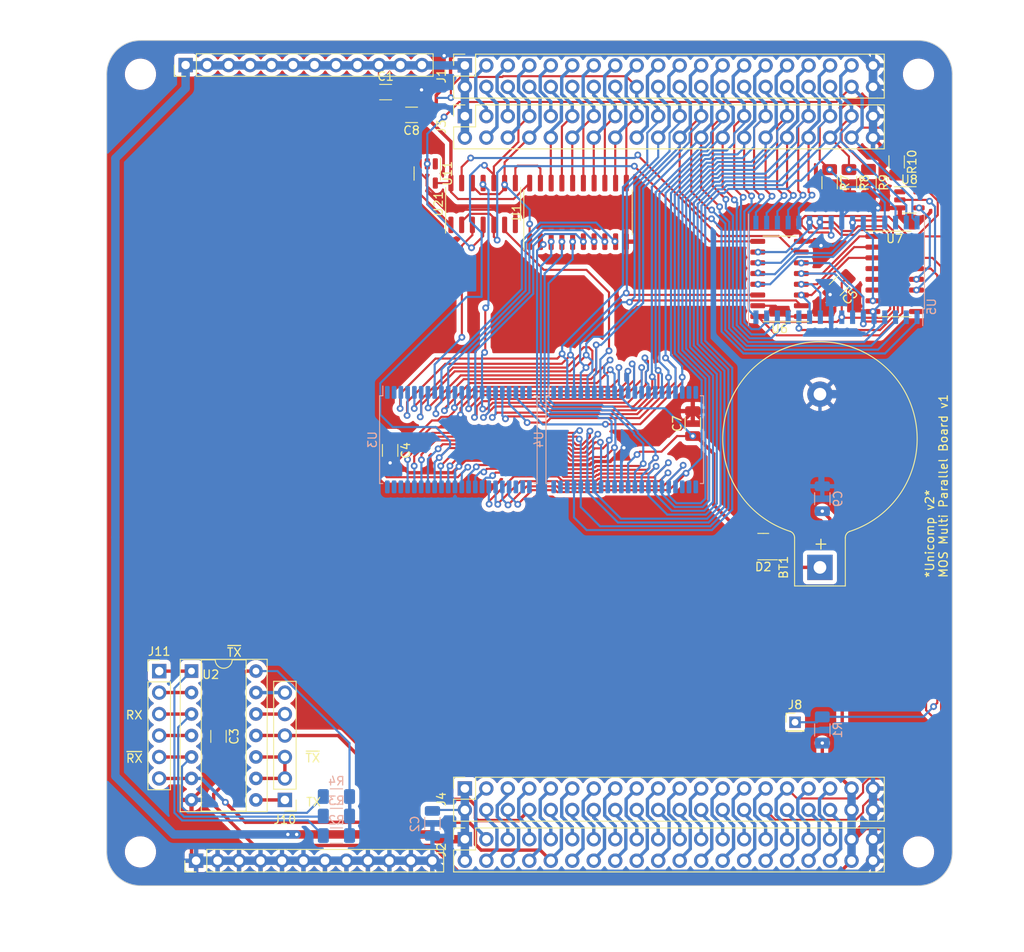
<source format=kicad_pcb>
(kicad_pcb (version 20221018) (generator pcbnew)
  (layers (0 "F.Cu" signal) (31 "B.Cu" signal) (34 "B.Paste" user) (35 "F.Paste" user) (36 "B.SilkS" user "B.Silkscreen") (37 "F.SilkS" user "F.Silkscreen") (38 "B.Mask" user) (39 "F.Mask" user) (44 "Edge.Cuts" user))
  (net 0 "")
  (net 1 "/~{RST}")
  (net 2 "GND")
  (net 3 "/D7")
  (net 4 "/D6")
  (net 5 "/D5")
  (net 6 "/D4")
  (net 7 "/D3")
  (net 8 "/D2")
  (net 9 "/D1")
  (net 10 "/D0")
  (net 11 "+5V")
  (net 12 "/A15")
  (net 13 "/A14")
  (net 14 "/A13")
  (net 15 "/A12")
  (net 16 "/A11")
  (net 17 "/A10")
  (net 18 "/A9")
  (net 19 "/A8")
  (net 20 "/A7")
  (net 21 "/A6")
  (net 22 "/A5")
  (net 23 "/A4")
  (net 24 "/A3")
  (net 25 "/A2")
  (net 26 "/A1")
  (net 27 "/A0")
  (net 28 "/TDI")
  (net 29 "/TMS")
  (net 30 "/TCK")
  (net 31 "+3V3")
  (net 32 "/TDO")
  (net 33 "/CLKF")
  (net 34 "/CLKS")
  (net 35 "/MOSI")
  (net 36 "/SCK")
  (net 37 "/~{IOWR}")
  (net 38 "/~{MWR}")
  (net 39 "/~{MRD}")
  (net 40 "/R{slash}~{W}_e")
  (net 41 "/~{IORD}")
  (net 42 "/PHI2_e")
  (net 43 "/PHI1_e")
  (net 44 "/~{PH0}")
  (net 45 "/PH0")
  (net 46 "/RX1")
  (net 47 "/RES1")
  (net 48 "/TX1")
  (net 49 "/RES0")
  (net 50 "/TX3")
  (net 51 "/RX3")
  (net 52 "/TX2")
  (net 53 "/RX2")
  (net 54 "/Bus/TDRTN")
  (net 55 "Net-(U7-RCLK)")
  (net 56 "Net-(J10-Pin_5)")
  (net 57 "/CB2")
  (net 58 "/TX1#")
  (net 59 "Net-(U5-I{slash}O0)")
  (net 60 "Net-(U5-I{slash}O1)")
  (net 61 "Net-(U5-I{slash}O2)")
  (net 62 "Net-(U5-I{slash}O3)")
  (net 63 "Net-(U5-I{slash}O4)")
  (net 64 "Net-(U5-I{slash}O5)")
  (net 65 "Net-(U5-I{slash}O6)")
  (net 66 "Net-(U5-I{slash}O7)")
  (net 67 "/A16")
  (net 68 "/A17")
  (net 69 "/A18")
  (net 70 "/A19")
  (net 72 "/~{RX1}")
  (net 73 "/RX1#")
  (net 74 "Net-(J11-Pin_1)")
  (net 75 "Net-(J11-Pin_2)")
  (net 76 "/~{TX1}")
  (net 77 "/~{RX1}'")
  (net 78 "/~{CSRAM}")
  (net 79 "/CD7")
  (net 80 "/CD6")
  (net 81 "/CD5")
  (net 82 "/CD4")
  (net 83 "/CD3")
  (net 84 "/CD2")
  (net 85 "/CD1")
  (net 86 "/CD0")
  (net 87 "Net-(U1-CE)")
  (net 108 "Net-(U4-~{CE})")
  (net 109 "Net-(U11-Pad4)")
  (net 110 "Net-(BT1-+)")
  (net 111 "Net-(C4-Pad1)")
  (net 112 "Net-(U3-~{WE})")
  (net 113 "/~{WP}")
  (net 114 "/~{RAMWE14}")
  (net 115 "/~{RAMWE13}")
  (net 116 "/~{RAMWE12}")
  (net 117 "/~{RAMWE11}")
  (net 118 "/~{RAMWE10}")
  (net 119 "/~{RAMWE9}")
  (net 120 "/~{RAMWE8}")
  (net 121 "/~{RAMWE7}")
  (net 122 "/~{RAMWE6}")
  (net 123 "/~{RAMWE5}")
  (net 124 "/~{RAMWE4}")
  (net 125 "/~{RAMWE3}")
  (net 126 "/~{RAMWE2}")
  (net 127 "/~{RAMWE1}")
  (net 128 "/~{RAMWE0}")
  (net 129 "/~{RAMWE15}")
  (net 130 "Net-(U3-~{CE})")
  (footprint "Package_TO_SOT_SMD:SOT-23" (layer "F.Cu") (at 174.9806 105.2322 180)
    (fp_text reference "D2")
    (fp_text value "BAT54C")
  )
  (footprint "Connector_PinSocket_2.54mm:PinSocket_2x20_P2.54mm_Vertical" (layer "F.Cu") (at 139.7 48.303005 90)
    (fp_text reference "J1")
    (fp_text value "BUS")
  )
  (footprint "Battery:BatteryHolder_Keystone_103_1x20mm" (layer "F.Cu") (at 181.6862 107.6882 90)
    (fp_text reference "BT1")
    (fp_text value "Battery_Cell")
  )
  (footprint "Connector_PinSocket_2.54mm:PinSocket_2x20_P2.54mm_Vertical" (layer "F.Cu") (at 139.7 133.849005 90)
    (fp_text reference "J4")
    (fp_text value "BUS")
  )
  (footprint "Capacitor_SMD:C_1206_3216Metric" (layer "F.Cu") (at 130.8608 93.853 -90)
    (fp_text reference "C4")
    (fp_text value "100n")
  )
  (footprint "Package_SO:SO-16_3.9x9.9mm_P1.27mm" (layer "F.Cu") (at 176.907841 73.560471 180)
    (fp_text reference "U6")
    (fp_text value "74LVC253")
  )
  (footprint "Package_TO_SOT_SMD:SOT-23-5" (layer "F.Cu") (at 192.263241 64.2112)
    (fp_text reference "U8")
    (fp_text value "74AHC1G14")
  )
  (footprint "Connector_PinHeader_2.54mm:PinHeader_1x06_P2.54mm_Vertical" (layer "F.Cu") (at 118.4173 135.2042 180)
    (fp_text reference "J10")
    (fp_text value ".")
  )
  (footprint "Package_SO:SOIC-14_3.9x8.7mm_P1.27mm" (layer "F.Cu") (at 141.859 64.6938 90)
    (fp_text reference "U21")
    (fp_text value "74LS08")
  )
  (footprint "Package_TO_SOT_SMD:SOT-23-5" (layer "F.Cu") (at 135.255 61.087 -90)
    (fp_text reference "U11")
    (fp_text value "74AHC1G14")
  )
  (footprint "Connector_PinHeader_2.54mm:PinHeader_1x12_P2.54mm_Vertical" (layer "F.Cu") (at 107.917 142.389005 90)
    (fp_text reference "J20" hide)
    (fp_text value "Conn_01x12" hide)
  )
  (footprint "Connector_PinHeader_2.54mm:PinHeader_1x06_P2.54mm_Vertical" (layer "F.Cu") (at 103.5558 119.9642)
    (fp_text reference "J11")
    (fp_text value ".")
  )
  (footprint "Capacitor_SMD:C_1206_3216Metric" (layer "F.Cu") (at 183.930458 74.372783 -135)
    (fp_text reference "C5")
    (fp_text value "100n")
  )
  (footprint "Resistor_SMD:R_1206_3216Metric_Pad1.30x1.75mm_HandSolder" (layer "F.Cu") (at 185.1152 62.1786 -90)
    (fp_text reference "R8")
    (fp_text value "10k")
  )
  (footprint "Connector_PinSocket_2.54mm:PinSocket_2x20_P2.54mm_Vertical" (layer "F.Cu") (at 139.7 139.849005 90)
    (fp_text reference "J2")
    (fp_text value "BUS")
  )
  (footprint "Capacitor_SMD:C_1206_3216Metric" (layer "F.Cu") (at 110.5662 127.6858 -90)
    (fp_text reference "C3")
    (fp_text value "100n")
  )
  (footprint "Resistor_SMD:R_1206_3216Metric_Pad1.30x1.75mm_HandSolder" (layer "F.Cu") (at 190.754 59.7148 -90)
    (fp_text reference "R10")
    (fp_text value "10k")
  )
  (footprint "MountingHole:MountingHole_3.2mm_M3" (layer "F.Cu") (at 193.34 49.346005)
    (fp_text reference "H3" hide)
    (fp_text value "MountingHole" hide)
  )
  (footprint "Resistor_SMD:R_1206_3216Metric_Pad1.30x1.75mm_HandSolder" (layer "F.Cu") (at 182.8292 62.1798 -90)
    (fp_text reference "R7")
    (fp_text value "10k")
  )
  (footprint "Capacitor_SMD:C_1206_3216Metric" (layer "F.Cu") (at 166.6494 90.678 90)
    (fp_text reference "C7")
    (fp_text value "100n")
  )
  (footprint "Connector_PinSocket_2.54mm:PinSocket_2x20_P2.54mm_Vertical" (layer "F.Cu") (at 139.7 54.303005 90)
    (fp_text reference "J3")
    (fp_text value "BUS" hide)
  )
  (footprint "Resistor_SMD:R_1206_3216Metric_Pad1.30x1.75mm_HandSolder" (layer "F.Cu") (at 187.4266 62.1532 -90)
    (fp_text reference "R9")
    (fp_text value "10k")
  )
  (footprint "Package_SO:SO-20_5.3x12.6mm_P1.27mm" (layer "F.Cu") (at 153.077 65.6925 90)
    (fp_text reference "U1")
    (fp_text value "SN74LVC245ANSR")
  )
  (footprint "MountingHole:MountingHole_3.2mm_M3" (layer "F.Cu") (at 101.34 49.346005)
    (fp_text reference "H1" hide)
    (fp_text value "MountingHole" hide)
  )
  (footprint "Package_SO:SO-16_3.9x9.9mm_P1.27mm" (layer "F.Cu") (at 190.522241 72.976271)
    (fp_text reference "U7")
    (fp_text value "74LVC595")
  )
  (footprint "Capacitor_SMD:C_1206_3216Metric" (layer "F.Cu") (at 130.3292 51.4604)
    (fp_text reference "C1")
    (fp_text value "100n")
  )
  (footprint "Connector_PinHeader_2.00mm:PinHeader_1x01_P2.00mm_Vertical" (layer "F.Cu") (at 178.7398 126.0094)
    (fp_text reference "J8")
    (fp_text value ".")
  )
  (footprint "MountingHole:MountingHole_3.2mm_M3" (layer "F.Cu") (at 101.34 141.346005)
    (fp_text reference "H2" hide)
    (fp_text value "MountingHole" hide)
  )
  (footprint "Connector_PinHeader_2.54mm:PinHeader_1x12_P2.54mm_Vertical" (layer "F.Cu") (at 106.68 48.26 90)
    (fp_text reference "J21" hide)
    (fp_text value "Conn_01x12" hide)
  )
  (footprint "Capacitor_SMD:C_1206_3216Metric" (layer "F.Cu") (at 133.399 54.1528 180)
    (fp_text reference "C8")
    (fp_text value "100n")
  )
  (footprint "MountingHole:MountingHole_3.2mm_M3" (layer "F.Cu") (at 193.34 141.346005)
    (fp_text reference "H4" hide)
    (fp_text value "MountingHole" hide)
  )
  (footprint "Package_DIP:DIP-14_W7.62mm_Socket" (layer "F.Cu") (at 107.3758 119.9592)
    (fp_text reference "U2")
    (fp_text value "74HC14")
  )
  (footprint "Capacitor_SMD:C_1206_3216Metric" (layer "B.Cu") (at 135.8646 137.9746 -90)
    (fp_text reference "C2")
    (fp_text value "100n")
  )
  (footprint "Package_SO:TSOP-II-32_21.0x10.2mm_P1.27mm" (layer "B.Cu") (at 183.638841 72.493671 90)
    (fp_text reference "U5")
    (fp_text value "IS63WV1288DBLL-10xLI" hide)
  )
  (footprint "Capacitor_SMD:C_1206_3216Metric" (layer "B.Cu") (at 181.9656 99.5662 90)
    (fp_text reference "C9")
    (fp_text value "100n")
  )
  (footprint "Package_SO:TSOP-II-44_10.16x18.41mm_P0.8mm" (layer "B.Cu") (at 138.930752 92.578452 -90)
    (fp_text reference "U3")
    (fp_text value "IS61C5128AL-10TLI")
  )
  (footprint "Resistor_SMD:R_1206_3216Metric_Pad1.30x1.75mm_HandSolder" (layer "B.Cu") (at 124.5114 139.4206 180)
    (fp_text reference "R2")
    (fp_text value "1k")
  )
  (footprint "Resistor_SMD:R_1206_3216Metric_Pad1.30x1.75mm_HandSolder" (layer "B.Cu") (at 124.5102 137.1092 180)
    (fp_text reference "R3")
    (fp_text value "1k")
  )
  (footprint "Package_SO:TSOP-II-44_10.16x18.41mm_P0.8mm" (layer "B.Cu") (at 158.603494 92.574752 -90)
    (fp_text reference "U4")
    (fp_text value "IS61C5128AL-10TLI")
  )
  (footprint "Resistor_SMD:R_1206_3216Metric_Pad1.30x1.75mm_HandSolder" (layer "B.Cu") (at 124.5114 134.7978 180)
    (fp_text reference "R4")
    (fp_text value "1k")
  )
  (footprint "Resistor_SMD:R_1206_3216Metric_Pad1.30x1.75mm_HandSolder" (layer "B.Cu") (at 181.9656 126.9238 90)
    (fp_text reference "R1")
    (fp_text value "10k")
  )
  (gr_line (start 97.34 49.346005) (end 97.34 141.346005) (stroke (width 0.1)) (layer "Edge.Cuts"))
  (gr_arc (start 97.34 49.346005) (mid 98.511573 46.517578) (end 101.34 45.346005) (stroke (width 0.1)) (layer "Edge.Cuts"))
  (gr_arc (start 193.34 45.346005) (mid 196.168427 46.517578) (end 197.34 49.346005) (stroke (width 0.1)) (layer "Edge.Cuts"))
  (gr_arc (start 197.34 141.346005) (mid 196.168427 144.174432) (end 193.34 145.346005) (stroke (width 0.1)) (layer "Edge.Cuts"))
  (gr_line (start 197.34 141.351) (end 197.34 49.346005) (stroke (width 0.1)) (layer "Edge.Cuts"))
  (gr_line (start 193.34 45.346005) (end 101.34 45.346005) (stroke (width 0.1)) (layer "Edge.Cuts"))
  (gr_arc (start 101.34 145.346005) (mid 98.511573 144.174432) (end 97.34 141.346005) (stroke (width 0.1)) (layer "Edge.Cuts"))
  (gr_line (start 193.34 145.346005) (end 101.34 145.346005) (stroke (width 0.1)) (layer "Edge.Cuts"))
  (gr_text "~{TX}" (at 120.7516 130.8354) (layer "F.SilkS") (effects (font (size 1 1)) (justify left bottom)))
  (gr_text "~{TX}" (at 111.473765 118.342331) (layer "F.SilkS") (effects (font (size 1 1)) (justify left bottom)))
  (gr_text "TX" (at 120.8532 136.0424) (layer "F.SilkS") (effects (font (size 1 1)) (justify left bottom)))
  (gr_text "*Unicomp v2*\nMOS Multi Parallel Board v1" (at 195.4784 109.0168 90) (layer "F.SilkS") (effects (font (size 1 1)) (justify left)))
  (gr_text "~{RX}" (at 99.5426 130.8862) (layer "F.SilkS") (effects (font (size 1 1)) (justify left bottom)))
  (gr_text "RX\n" (at 99.5172 125.7554) (layer "F.SilkS") (effects (font (size 1 1)) (justify left bottom)))
  (segment (start 138.049 50.832304) (end 138.049 52.1208) (width 0.25) (layer "F.Cu") (net 1))
  (segment (start 139.213299 49.668005) (end 138.049 50.832304) (width 0.25) (layer "F.Cu") (net 1))
  (segment (start 144.2212 49.5808) (end 144.133995 49.668005) (width 0.25) (layer "F.Cu") (net 1))
  (segment (start 158.757795 49.5808) (end 160.02 50.843005) (width 0.25) (layer "F.Cu") (net 1))
  (segment (start 144.2212 49.5808) (end 158.757795 49.5808) (width 0.25) (layer "F.Cu") (net 1))
  (segment (start 144.133995 49.668005) (end 139.213299 49.668005) (width 0.25) (layer "F.Cu") (net 1))
  (via (at 138.049 52.1208) (size 0.8) (drill 0.4) (layers "F.Cu" "B.Cu") (net 1))
  (segment (start 161.273253 53.298339) (end 161.273253 55.505419) (width 0.4) (layer "B.Cu") (net 1))
  (segment (start 161.273253 55.505419) (end 160.02 56.758672) (width 0.4) (layer "B.Cu") (net 1))
  (segment (start 160.02 50.843005) (end 160.02 52.045086) (width 0.4) (layer "B.Cu") (net 1))
  (segment (start 138.0236 52.1462) (end 138.049 52.1208) (width 0.25) (layer "B.Cu") (net 1))
  (segment (start 136.4488 52.1462) (end 138.0236 52.1462) (width 0.25) (layer "B.Cu") (net 1))
  (segment (start 160.02 52.045086) (end 161.273253 53.298339) (width 0.4) (layer "B.Cu") (net 1))
  (segment (start 134.305 59.9495) (end 134.305 60.890249) (width 0.25) (layer "F.Cu") (net 2))
  (segment (start 158.9786 85.636903) (end 158.9786 84.4804) (width 0.25) (layer "F.Cu") (net 2))
  (segment (start 176.441041 76.735471) (end 174.332841 76.735471) (width 0.25) (layer "F.Cu") (net 2))
  (segment (start 134.305 59.9495) (end 134.305 56.5338) (width 0.25) (layer "F.Cu") (net 2))
  (segment (start 131.8469 95.328) (end 130.8608 95.328) (width 0.4) (layer "F.Cu") (net 2))
  (segment (start 181.810041 69.623471) (end 181.381033 69.194463) (width 0.25) (layer "F.Cu") (net 2))
  (segment (start 189.9784 61.2648) (end 188.81 60.0964) (width 0.25) (layer "F.Cu") (net 2))
  (segment (start 134.573782 51.196209) (end 131.924 53.845991) (width 0.4) (layer "F.Cu") (net 2))
  (segment (start 139.184752 88.8533) (end 141.177652 86.8604) (width 0.25) (layer "F.Cu") (net 2))
  (segment (start 188.81 60.0964) (end 188.81 62.3198) (width 0.4) (layer "F.Cu") (net 2))
  (segment (start 166.6494 89.203) (end 169.1458 91.6994) (width 0.4) (layer "F.Cu") (net 2))
  (segment (start 145.669 65.7606) (end 145.669 67.1688) (width 0.25) (layer "F.Cu") (net 2))
  (segment (start 179.482841 78.005471) (end 180.29777 78.005471) (width 0.25) (layer "F.Cu") (net 2))
  (segment (start 137.681604 91.1352) (end 139.184752 89.632052) (width 0.25) (layer "F.Cu") (net 2))
  (segment (start 110.5662 132.0088) (end 107.3758 135.1992) (width 0.4) (layer "F.Cu") (net 2))
  (segment (start 158.792 69.155) (end 158.792 66.7678) (width 0.25) (layer "F.Cu") (net 2))
  (segment (start 154.710985 95.327) (end 154.484761 95.553224) (width 0.4) (layer "F.Cu") (net 2))
  (segment (start 145.669 65.2526) (end 145.669 65.7606) (width 0.25) (layer "F.Cu") (net 2))
  (segment (start 188.541041 64.817641) (end 187.4266 63.7032) (width 0.4) (layer "F.Cu") (net 2))
  (segment (start 157.755103 86.8604) (end 158.9786 85.636903) (width 0.25) (layer "F.Cu") (net 2))
  (segment (start 190.754 61.2648) (end 189.9784 61.2648) (width 0.25) (layer "F.Cu") (net 2))
  (segment (start 110.5662 129.1608) (end 110.5662 132.0088) (width 0.4) (layer "F.Cu") (net 2))
  (segment (start 180.29777 78.005471) (end 182.887475 75.415766) (width 0.25) (layer "F.Cu") (net 2))
  (segment (start 133.008452 96.489552) (end 131.8469 95.328) (width 0.4) (layer "F.Cu") (net 2))
  (segment (start 191.125741 65.1612) (end 188.541041 65.1612) (width 0.25) (layer "F.Cu") (net 2))
  (segment (start 188.541041 65.1612) (end 188.541041 64.817641) (width 0.4) (layer "F.Cu") (net 2))
  (segment (start 131.924 54.1528) (end 131.924 51.5802) (width 0.25) (layer "F.Cu") (net 2))
  (segment (start 134.305 56.5338) (end 131.924 54.1528) (width 0.25) (layer "F.Cu") (net 2))
  (segment (start 138.995794 95.750556) (end 138.256798 96.489552) (width 0.4) (layer "F.Cu") (net 2))
  (segment (start 158.501894 93.539952) (end 156.879846 95.162) (width 0.4) (layer "F.Cu") (net 2))
  (segment (start 187.96 56.843005) (end 188.81 57.693005) (width 0.4) (layer "F.Cu") (net 2))
  (segment (start 156.879846 95.162) (end 155.039446 95.162) (width 0.4) (layer "F.Cu") (net 2))
  (segment (start 137.250337 48.519671) (end 134.573799 51.196209) (width 0.4) (layer "F.Cu") (net 2))
  (segment (start 107.3758 135.1992) (end 107.3758 141.847805) (width 0.4) (layer "F.Cu") (net 2))
  (segment (start 177.711041 78.005471) (end 176.441041 76.735471) (width 0.25) (layer "F.Cu") (net 2))
  (segment (start 131.924 51.5802) (end 131.8042 51.4604) (width 0.25) (layer "F.Cu") (net 2))
  (segment (start 154.874446 95.327) (end 154.710985 95.327) (width 0.4) (layer "F.Cu") (net 2))
  (segment (start 138.025849 65.3796) (end 145.288 65.3796) (width 0.25) (layer "F.Cu") (net 2))
  (segment (start 154.484761 95.553224) (end 151.958059 95.553224) (width 0.4) (layer "F.Cu") (net 2))
  (segment (start 131.494 95.328) (end 135.6868 91.1352) (width 0.25) (layer "F.Cu") (net 2))
  (segment (start 134.305 60.890249) (end 135.1788 61.764049) (width 0.25) (layer "F.Cu") (net 2))
  (segment (start 138.256798 96.489552) (end 133.008452 96.489552) (width 0.4) (layer "F.Cu") (net 2))
  (segment (start 151.403722 94.998887) (end 139.747463 94.998887) (width 0.4) (layer "F.Cu") (net 2))
  (segment (start 145.288 65.3796) (end 145.669 65.7606) (width 0.25) (layer "F.Cu") (net 2))
  (segment (start 137.250337 47.151813) (end 137.250337 48.519671) (width 0.4) (layer "F.Cu") (net 2))
  (segment (start 181.381033 69.194463) (end 179.561833 69.194463) (width 0.25) (layer "F.Cu") (net 2))
  (segment (start 156.2692 64.245) (end 146.6766 64.245) (width 0.25) (layer "F.Cu") (net 2))
  (segment (start 151.958059 95.553224) (end 151.403722 94.998887) (width 0.4) (layer "F.Cu") (net 2))
  (segment (start 146.6766 64.245) (end 145.669 65.2526) (width 0.25) (layer "F.Cu") (net 2))
  (segment (start 135.1788 62.532551) (end 138.025849 65.3796) (width 0.25) (layer "F.Cu") (net 2))
  (segment (start 139.747463 94.998887) (end 138.995794 95.750556) (width 0.4) (layer "F.Cu") (net 2))
  (segment (start 135.6868 91.1352) (end 137.681604 91.1352) (width 0.25) (layer "F.Cu") (net 2))
  (segment (start 188.81 62.3198) (end 187.4266 63.7032) (width 0.4) (layer "F.Cu") (net 2))
  (segment (start 163.7774 92.1512) (end 159.890646 92.1512) (width 0.4) (layer "F.Cu") (net 2))
  (segment (start 188.81 57.693005) (end 188.81 60.0964) (width 0.4) (layer "F.Cu") (net 2))
  (segment (start 159.890646 92.1512) (end 158.501894 93.539952) (width 0.4) (layer "F.Cu") (net 2))
  (segment (start 158.792 66.7678) (end 156.2692 64.245) (width 0.25) (layer "F.Cu") (net 2))
  (segment (start 177.185 91.6994) (end 181.6862 87.1982) (width 0.4) (layer "F.Cu") (net 2))
  (segment (start 179.482841 78.005471) (end 177.711041 78.005471) (width 0.25) (layer "F.Cu") (net 2))
  (segment (start 141.177652 86.8604) (end 157.755103 86.8604) (width 0.25) (layer "F.Cu") (net 2))
  (segment (start 134.573799 51.196209) (end 134.573782 51.196209) (width 0.4) (layer "F.Cu") (net 2))
  (segment (start 139.184752 89.632052) (end 139.184752 88.8533) (width 0.25) (layer "F.Cu") (net 2))
  (segment (start 169.1458 91.6994) (end 177.185 91.6994) (width 0.4) (layer "F.Cu") (net 2))
  (segment (start 155.039446 95.162) (end 154.874446 95.327) (width 0.4) (layer "F.Cu") (net 2))
  (segment (start 166.6494 89.2792) (end 163.7774 92.1512) (width 0.4) (layer "F.Cu") (net 2))
  (segment (start 135.1788 61.764049) (end 135.1788 62.532551) (width 0.25) (layer "F.Cu") (net 2))
  (via (at 188.541041 65.1612) (size 0.8) (drill 0.4) (layers "F.Cu" "B.Cu") (net 2))
  (via (at 158.501894 93.539952) (size 0.8) (drill 0.4) (layers "F.Cu" "B.Cu") (net 2))
  (via (at 181.810041 69.623471) (size 0.8) (drill 0.4) (layers "F.Cu" "B.Cu") (net 2))
  (via (at 158.9786 84.4804) (size 0.8) (drill 0.4) (layers "F.Cu" "B.Cu") (net 2))
  (via (at 182.887475 75.415766) (size 0.8) (drill 0.4) (layers "F.Cu" "B.Cu") (net 2))
  (via (at 137.250337 47.151813) (size 0.8) (drill 0.4) (layers "F.Cu" "B.Cu") (net 2))
  (via (at 138.995794 95.750556) (size 0.8) (drill 0.4) (layers "F.Cu" "B.Cu") (net 2))
  (via (at 130.8608 95.327998) (size 0.8) (drill 0.4) (layers "F.Cu" "B.Cu") (net 2))
  (via (at 139.184752 89.632052) (size 0.8) (drill 0.4) (layers "F.Cu" "B.Cu") (net 2))
  (via (at 134.573782 51.196209) (size 0.8) (drill 0.4) (layers "F.Cu" "B.Cu") (net 2))
  (via (at 187.947241 77.421293) (size 0.8) (drill 0.4) (layers "F.Cu" "B.Cu") (net 2))
  (segment (start 188.083841 66.393671) (end 188.083841 65.884441) (width 0.25) (layer "B.Cu") (net 2))
  (segment (start 138.530752 98.165952) (end 138.530752 96.215598) (width 0.25) (layer "B.Cu") (net 2))
  (segment (start 187.96 48.26) (end 187.96 50.8) (width 1) (layer "B.Cu") (net 2))
  (segment (start 183.258929 69.623471) (end 181.810041 69.623471) (width 0.25) (layer "B.Cu") (net 2))
  (segment (start 138.530752 96.215598) (end 138.995794 95.750556) (width 0.25) (layer "B.Cu") (net 2))
  (segment (start 135.857 139.4572) (end 135.857 142.389005) (width 0.25) (layer "B.Cu") (net 2))
  (segment (start 187.96 50.843005) (end 196.84 59.723005) (width 1) (layer "B.Cu") (net 2))
  (segment (start 184.263841 68.618559) (end 183.258929 69.623471) (width 0.25) (layer "B.Cu") (net 2))
  (segment (start 196.84 113.284) (end 196.84 131.7498) (width 1) (layer "B.Cu") (net 2))
  (segment (start 187.132441 80.137) (end 183.805041 80.137) (width 0.25) (layer "B.Cu") (net 2))
  (segment (start 189.9412 87.1982) (end 181.6862 87.1982) (width 1) (layer "B.Cu") (net 2))
  (segment (start 184.263841 66.893671) (end 184.263841 68.618559) (width 0.25) (layer "B.Cu") (net 2))
  (segment (start 138.208992 47.151813) (end 137.250337 47.151813) (width 0.4) (layer "B.Cu") (net 2))
  (segment (start 188.083841 65.6184) (end 188.541041 65.1612) (width 0.25) (layer "B.Cu") (net 2))
  (segment (start 139.330752 89.486052) (end 139.184752 89.632052) (width 0.25) (layer "B.Cu") (net 2))
  (segment (start 151.384 143.939005) (end 138.43 143.939005) (width 1) (layer "B.Cu") (net 2))
  (segment (start 188.740795 139.849005) (end 187.96 139.849005) (width 1) (layer "B.Cu") (net 2))
  (segment (start 159.003494 86.987252) (end 159.003494 84.505294) (width 0.25) (layer "B.Cu") (net 2))
  (segment (start 183.805041 80.137) (end 183.013841 79.3458) (width 0.25) (layer "B.Cu") (net 2))
  (segment (start 187.96 142.389005) (end 186.41 143.939005) (width 1) (layer "B.Cu") (net 2))
  (segment (start 158.203494 93.838352) (end 158.501894 93.539952) (width 0.25) (layer "B.Cu") (net 2))
  (segment (start 159.003494 84.505294) (end 158.9786 84.4804) (width 0.25) (layer "B.Cu") (net 2))
  (segment (start 186.41 143.939005) (end 151.384 143.939005) (width 1) (layer "B.Cu") (net 2))
  (segment (start 107.917 142.389005) (end 135.857 142.389005) (width 1) (layer "B.Cu") (net 2))
  (segment (start 188.083841 78.093671) (end 188.083841 79.1856) (width 0.25) (layer "B.Cu") (net 2))
  (segment (start 183.013841 75.542132) (end 182.887475 75.415766) (width 0.25) (layer "B.Cu") (net 2))
  (segment (start 196.84 85.4456) (end 196.84 113.284) (width 1) (layer "B.Cu") (net 2))
  (segment (start 188.083841 68.0836) (end 188.707241 68.707) (width 0.25) (layer "B.Cu") (net 2))
  (segment (start 188.707241 68.707) (end 188.707241 76.661293) (width 0.25) (layer "B.Cu") (net 2))
  (segment (start 135.857 142.389005) (end 137.407 143.939005) (width 1) (layer "B.Cu") (net 2))
  (segment (start 183.013841 79.3458) (end 183.013841 78.093671) (width 0.25) (layer "B.Cu") (net 2))
  (segment (start 187.6044 65.405) (end 185.114112 65.405) (width 0.25) (layer "B.Cu") (net 2))
  (segment (start 187.963253 56.849864) (end 187.963253 54.309864) (width 1) (layer "B.Cu") (net 2))
  (segment (start 185.114112 65.405) (end 184.263841 66.255271) (width 0.25) (layer "B.Cu") (net 2))
  (segment (start 183.013841 78.093671) (end 183.013841 75.542132) (width 0.25) (layer "B.Cu") (net 2))
  (segment (start 188.083841 66.893671) (end 188.083841 68.0836) (width 0.25) (layer "B.Cu") (net 2))
  (segment (start 196.84 131.7498) (end 188.740795 139.849005) (width 1) (layer "B.Cu") (net 2))
  (segment (start 188.083841 79.1856) (end 187.132441 80.137) (width 0.25) (layer "B.Cu") (net 2))
  (segment (start 196.84 85.4456) (end 195.0874 87.1982) (width 1) (layer "B.Cu") (net 2))
  (segment (start 181.6862 97.8118) (end 181.6862 87.1982) (width 0.4) (layer "B.Cu") (net 2))
  (segment (start 187.96 48.303005) (end 186.41 46.753005) (width 1) (layer "B.Cu") (net 2))
  (segment (start 195.0874 87.1982) (end 189.9412 87.1982) (width 1) (layer "B.Cu") (net 2))
  (segment (start 186.41 46.753005) (end 138.6078 46.753005) (width 1) (layer "B.Cu") (net 2))
  (segment (start 196.84 59.723005) (end 196.84 85.4456) (width 1) (layer "B.Cu") (net 2))
  (segment (start 137.407 143.939005) (end 138.43 143.939005) (width 1) (layer "B.Cu") (net 2))
  (segment (start 188.083841 66.893671) (end 188.083841 65.6184) (width 0.25) (layer "B.Cu") (net 2))
  (segment (start 188.083841 65.884441) (end 187.6044 65.405) (width 0.25) (layer "B.Cu") (net 2))
  (segment (start 188.707241 76.661293) (end 187.947241 77.421293) (width 0.25) (layer "B.Cu") (net 2))
  (segment (start 158.203494 98.162252) (end 158.203494 93.838352) (width 0.25) (layer "B.Cu") (net 2))
  (segment (start 187.96 133.849005) (end 187.96 142.389005) (width 1) (layer "B.Cu") (net 2))
  (segment (start 187.963253 54.309864) (end 187.963253 48.309864) (width 1) (layer "B.Cu") (net 2))
  (segment (start 139.330752 86.990952) (end 139.330752 89.486052) (width 0.25) (layer "B.Cu") (net 2))
  (segment (start 138.6078 46.753005) (end 138.208992 47.151813) (width 0.4) (layer "B.Cu") (net 2))
  (segment (start 158.792 62.23) (end 158.792 55.531005) (width 0.25) (layer "F.Cu") (net 3))
  (segment (start 158.792 55.531005) (end 160.02 54.303005) (width 0.25) (layer "F.Cu") (net 3))
  (segment (start 158.77 51.963) (end 160.02 53.213) (width 0.4) (layer "B.Cu") (net 3))
  (segment (start 158.77 49.553005) (end 158.77 51.963) (width 0.4) (layer "B.Cu") (net 3))
  (segment (start 160.02 53.213) (end 160.02 54.303005) (width 0.4) (layer "B.Cu") (net 3))
  (segment (start 160.02 48.303005) (end 158.77 49.553005) (width 0.4) (layer "B.Cu") (net 3))
  (segment (start 157.48 62.188) (end 157.48 56.843005) (width 0.25) (layer "F.Cu") (net 4))
  (segment (start 157.48 51.689) (end 157.48 50.843005) (width 0.4) (layer "B.Cu") (net 4))
  (segment (start 158.733253 55.388747) (end 158.733253 52.942253) (width 0.4) (layer "B.Cu") (net 4))
  (segment (start 157.483253 56.638747) (end 158.733253 55.388747) (width 0.4) (layer "B.Cu") (net 4))
  (segment (start 158.733253 52.942253) (end 157.48 51.689) (width 0.4) (layer "B.Cu") (net 4))
  (segment (start 156.252 55.531005) (end 157.48 54.303005) (width 0.25) (layer "F.Cu") (net 5))
  (segment (start 156.252 62.23) (end 156.252 55.531005) (width 0.25) (layer "F.Cu") (net 5))
  (segment (start 156.23 49.553005) (end 156.23 51.836) (width 0.4) (layer "B.Cu") (net 5))
  (segment (start 157.48 53.086) (end 157.48 54.303005) (width 0.4) (layer "B.Cu") (net 5))
  (segment (start 157.48 48.303005) (end 156.23 49.553005) (width 0.4) (layer "B.Cu") (net 5))
  (segment (start 156.23 51.836) (end 157.48 53.086) (width 0.4) (layer "B.Cu") (net 5))
  (segment (start 154.94 62.188) (end 154.94 56.843005) (width 0.25) (layer "F.Cu") (net 6))
  (segment (start 154.94 51.816) (end 156.213253 53.089253) (width 0.4) (layer "B.Cu") (net 6))
  (segment (start 156.213253 55.493457) (end 154.943253 56.763457) (width 0.4) (layer "B.Cu") (net 6))
  (segment (start 154.94 50.843005) (end 154.94 51.816) (width 0.4) (layer "B.Cu") (net 6))
  (segment (start 156.213253 53.089253) (end 156.213253 55.493457) (width 0.4) (layer "B.Cu") (net 6))
  (segment (start 153.712 62.23) (end 153.712 55.531005) (width 0.25) (layer "F.Cu") (net 7))
  (segment (start 153.712 55.531005) (end 154.94 54.303005) (width 0.25) (layer "F.Cu") (net 7))
  (segment (start 154.94 53.213) (end 154.94 54.303005) (width 0.4) (layer "B.Cu") (net 7))
  (segment (start 153.69 49.553005) (end 153.69 51.963) (width 0.4) (layer "B.Cu") (net 7))
  (segment (start 154.94 48.303005) (end 153.69 49.553005) (width 0.4) (layer "B.Cu") (net 7))
  (segment (start 153.69 51.963) (end 154.94 53.213) (width 0.4) (layer "B.Cu") (net 7))
  (segment (start 152.4 62.188) (end 152.4 56.843005) (width 0.25) (layer "F.Cu") (net 8))
  (segment (start 153.673253 55.493457) (end 153.673253 52.962253) (width 0.4) (layer "B.Cu") (net 8))
  (segment (start 152.403253 56.763457) (end 153.673253 55.493457) (width 0.4) (layer "B.Cu") (net 8))
  (segment (start 153.673253 52.962253) (end 152.4 51.689) (width 0.4) (layer "B.Cu") (net 8))
  (segment (start 152.4 51.689) (end 152.4 50.843005) (width 0.4) (layer "B.Cu") (net 8))
  (segment (start 151.172 62.23) (end 151.172 55.531005) (width 0.25) (layer "F.Cu") (net 9))
  (segment (start 151.172 55.531005) (end 152.4 54.303005) (width 0.25) (layer "F.Cu") (net 9))
  (segment (start 152.4 52.959) (end 152.4 54.303005) (width 0.4) (layer "B.Cu") (net 9))
  (segment (start 152.403253 48.458869) (end 151.15 49.712122) (width 0.4) (layer "B.Cu") (net 9))
  (segment (start 151.15 49.712122) (end 151.15 51.709) (width 0.4) (layer "B.Cu") (net 9))
  (segment (start 151.15 51.709) (end 152.4 52.959) (width 0.4) (layer "B.Cu") (net 9))
  (segment (start 149.86 62.188) (end 149.86 56.843005) (width 0.25) (layer "F.Cu") (net 10))
  (segment (start 149.863253 56.09729) (end 151.113253 54.84729) (width 0.4) (layer "B.Cu") (net 10))
  (segment (start 151.113253 54.84729) (end 151.113253 52.520781) (width 0.4) (layer "B.Cu") (net 10))
  (segment (start 149.863253 56.723457) (end 149.863253 56.09729) (width 0.4) (layer "B.Cu") (net 10))
  (segment (start 151.113253 52.520781) (end 149.86 51.267528) (width 0.4) (layer "B.Cu") (net 10))
  (segment (start 135.805592 139.2826) (end 119.8118 139.2826) (width 1) (layer "F.Cu") (net 11))
  (segment (start 119.8118 139.2826) (end 118.770395 139.2826) (width 1) (layer "F.Cu") (net 11))
  (segment (start 129.54 50.7746) (end 129.54 48.26) (width 0.25) (layer "F.Cu") (net 11))
  (segment (start 136.371997 139.849005) (end 135.805592 139.2826) (width 1) (layer "F.Cu") (net 11))
  (segment (start 139.7 139.849005) (end 136.371997 139.849005) (width 1) (layer "F.Cu") (net 11))
  (segment (start 128.8542 51.4604) (end 129.54 50.7746) (width 0.25) (layer "F.Cu") (net 11))
  (via (at 119.8118 139.2826) (size 0.8) (drill 0.4) (layers "F.Cu" "B.Cu") (net 11))
  (via (at 118.770395 139.2826) (size 0.8) (drill 0.4) (layers "F.Cu" "B.Cu") (net 11))
  (segment (start 135.975195 136.389005) (end 139.7 136.389005) (width 0.25) (layer "B.Cu") (net 11))
  (segment (start 119.8118 139.2826) (end 118.770395 139.2826) (width 1) (layer "B.Cu") (net 11))
  (segment (start 106.68 48.26) (end 106.68 51.000408) (width 1) (layer "B.Cu") (net 11))
  (segment (start 139.703253 54.309864) (end 139.703253 48.309864) (width 1) (layer "B.Cu") (net 11))
  (segment (start 98.3742 104.1146) (end 98.3742 132.3848) (width 1) (layer "B.Cu") (net 11))
  (segment (start 139.7 48.303005) (end 106.723005 48.303005) (width 1) (layer "B.Cu") (net 11))
  (segment (start 98.3742 59.306208) (end 98.3742 104.1146) (width 1) (layer "B.Cu") (net 11))
  (segment (start 139.7 139.7) (end 139.7 133.7) (width 1) (layer "B.Cu") (net 11))
  (segment (start 105.272 139.2826) (end 118.770395 139.2826) (width 1) (layer "B.Cu") (net 11))
  (segment (start 139.703253 54.309864) (end 139.703253 56.849864) (width 1) (layer "B.Cu") (net 11))
  (segment (start 139.7 139.7) (end 139.7 142.24) (width 1) (layer "B.Cu") (net 11))
  (segment (start 98.3742 132.3848) (end 105.272 139.2826) (width 1) (layer "B.Cu") (net 11))
  (segment (start 106.68 51.000408) (end 98.3742 59.306208) (width 1) (layer "B.Cu") (net 11))
  (segment (start 152.734709 93.678224) (end 153.708111 93.678224) (width 0.25) (layer "F.Cu") (net 12))
  (segment (start 153.708111 93.678224) (end 155.420016 91.966319) (width 0.25) (layer "F.Cu") (net 12))
  (segment (start 136.541751 93.662352) (end 137.080216 93.123887) (width 0.25) (layer "F.Cu") (net 12))
  (segment (start 152.180372 93.123887) (end 152.734709 93.678224) (width 0.25) (layer "F.Cu") (net 12))
  (segment (start 137.080216 93.123887) (end 152.180372 93.123887) (width 0.25) (layer "F.Cu") (net 12))
  (segment (start 180.34 63.246) (end 180.7464 63.6524) (width 0.25) (layer "F.Cu") (net 12))
  (segment (start 155.420016 91.966319) (end 155.420016 91.931264) (width 0.25) (layer "F.Cu") (net 12))
  (segment (start 180.34 56.843005) (end 180.34 63.246) (width 0.25) (layer "F.Cu") (net 12))
  (via (at 155.420016 91.931264) (size 0.8) (drill 0.4) (layers "F.Cu" "B.Cu") (net 12))
  (via (at 180.7464 63.6524) (size 0.8) (drill 0.4) (layers "F.Cu" "B.Cu") (net 12))
  (via (at 136.541751 93.662352) (size 0.8) (drill 0.4) (layers "F.Cu" "B.Cu") (net 12))
  (segment (start 175.617205 61.5658) (end 170.30647 61.5658) (width 0.25) (layer "B.Cu") (net 12))
  (segment (start 169.9408 84.618249) (end 169.9408 100.328036) (width 0.25) (layer "B.Cu") (net 12))
  (segment (start 135.330752 98.165952) (end 135.330752 94.873351) (width 0.25) (layer "B.Cu") (net 12))
  (segment (start 170.30647 61.5658) (end 169.804265 62.068005) (width 0.25) (layer "B.Cu") (net 12))
  (segment (start 169.236302 62.068005) (end 166.771559 64.532748) (width 0.25) (layer "B.Cu") (net 12))
  (segment (start 166.771559 64.532748) (end 166.771559 81.449008) (width 0.25) (layer "B.Cu") (net 12))
  (segment (start 169.804265 62.068005) (end 169.236302 62.068005) (width 0.25) (layer "B.Cu") (net 12))
  (segment (start 180.343253 51.137276) (end 181.593253 52.387276) (width 0.4) (layer "B.Cu") (net 12))
  (segment (start 179.193841 65.204959) (end 180.7464 63.6524) (width 0.25) (layer "B.Cu") (net 12))
  (segment (start 168.342436 101.9264) (end 158.151068 101.9264) (width 0.25) (layer "B.Cu") (net 12))
  (segment (start 166.771559 81.449008) (end 169.9408 84.618249) (width 0.25) (layer "B.Cu") (net 12))
  (segment (start 158.151068 101.9264) (end 155.003494 98.778826) (width 0.25) (layer "B.Cu") (net 12))
  (segment (start 154.854918 92.496362) (end 155.420016 91.931264) (width 0.25) (layer "B.Cu") (net 12))
  (segment (start 180.34 56.843005) (end 175.617205 61.5658) (width 0.25) (layer "B.Cu") (net 12))
  (segment (start 181.593253 54.84729) (end 180.343253 56.09729) (width 0.4) (layer "B.Cu") (net 12))
  (segment (start 180.343253 56.09729) (end 180.343253 56.759885) (width 0.4) (layer "B.Cu") (net 12))
  (segment (start 154.854918 98.013676) (end 154.854918 92.496362) (width 0.25) (layer "B.Cu") (net 12))
  (segment (start 135.330752 94.873351) (end 136.541751 93.662352) (width 0.25) (layer "B.Cu") (net 12))
  (segment (start 179.193841 66.893671) (end 179.193841 65.204959) (width 0.25) (layer "B.Cu") (net 12))
  (segment (start 181.593253 52.387276) (end 181.593253 54.84729) (width 0.4) (layer "B.Cu") (net 12))
  (segment (start 169.9408 100.328036) (end 168.342436 101.9264) (width 0.25) (layer "B.Cu") (net 12))
  (segment (start 143.335205 96.4782) (end 150.867781 96.4782) (width 0.25) (layer "F.Cu") (net 13))
  (segment (start 151.367805 96.978224) (end 155.075015 96.978224) (width 0.25) (layer "F.Cu") (net 13))
  (segment (start 155.4647 96.752) (end 155.6243 96.5924) (width 0.25) (layer "F.Cu") (net 13))
  (segment (start 180.34 54.303005) (end 179.1208 55.522205) (width 0.25) (layer "F.Cu") (net 13))
  (segment (start 179.1208 55.522205) (end 179.1208 63.0936) (width 0.25) (layer "F.Cu") (net 13))
  (segment (start 179.1208 63.0936) (end 179.6796 63.6524) (width 0.25) (layer "F.Cu") (net 13))
  (segment (start 150.867781 96.4782) (end 151.367805 96.978224) (width 0.25) (layer "F.Cu") (net 13))
  (segment (start 142.983776 96.829629) (end 143.335205 96.4782) (width 0.25) (layer "F.Cu") (net 13))
  (segment (start 155.6243 96.5924) (end 161.452988 96.5924) (width 0.25) (layer "F.Cu") (net 13))
  (segment (start 155.301239 96.752) (end 155.4647 96.752) (width 0.25) (layer "F.Cu") (net 13))
  (segment (start 155.075015 96.978224) (end 155.301239 96.752) (width 0.25) (layer "F.Cu") (net 13))
  (segment (start 161.452988 96.5924) (end 162.317036 95.728352) (width 0.25) (layer "F.Cu") (net 13))
  (via (at 142.983776 96.829629) (size 0.8) (drill 0.4) (layers "F.Cu" "B.Cu") (net 13))
  (via (at 162.317036 95.728352) (size 0.8) (drill 0.4) (layers "F.Cu" "B.Cu") (net 13))
  (via (at 179.6796 63.6524) (size 0.8) (drill 0.4) (layers "F.Cu" "B.Cu") (net 13))
  (segment (start 162.317036 95.785956) (end 162.317036 95.728352) (width 0.25) (layer "B.Cu") (net 13))
  (segment (start 179.07 51.512611) (end 179.07 49.573005) (width 0.4) (layer "B.Cu") (net 13))
  (segment (start 177.923841 66.893671) (end 177.923841 65.408159) (width 0.25) (layer "B.Cu") (net 13))
  (segment (start 142.201678 97.078452) (end 142.734953 97.078452) (width 0.25) (layer "B.Cu") (net 13))
  (segment (start 168.189788 101.442652) (end 169.4908 100.14164) (width 0.25) (layer "B.Cu") (net 13))
  (segment (start 161.403494 96.699498) (end 162.317036 95.785956) (width 0.25) (layer "B.Cu") (net 13))
  (segment (start 161.403494 98.162252) (end 161.403494 96.699498) (width 0.25) (layer "B.Cu") (net 13))
  (segment (start 161.403494 99.217052) (end 163.629094 101.442652) (width 0.25) (layer "B.Cu") (net 13))
  (segment (start 169.4908 100.14164) (end 169.4908 84.804645) (width 0.25) (layer "B.Cu") (net 13))
  (segment (start 175.204404 61.1158) (end 178.975 57.345204) (width 0.25) (layer "B.Cu") (net 13))
  (segment (start 178.975 55.668005) (end 180.34 54.303005) (width 0.25) (layer "B.Cu") (net 13))
  (segment (start 142.734953 97.078452) (end 142.983776 96.829629) (width 0.25) (layer "B.Cu") (net 13))
  (segment (start 177.923841 65.408159) (end 179.6796 63.6524) (width 0.25) (layer "B.Cu") (net 13))
  (segment (start 180.343253 52.785864) (end 179.07 51.512611) (width 0.4) (layer "B.Cu") (net 13))
  (segment (start 141.730752 97.549378) (end 142.201678 97.078452) (width 0.25) (layer "B.Cu") (net 13))
  (segment (start 169.049906 61.618005) (end 169.617869 61.618005) (width 0.25) (layer "B.Cu") (net 13))
  (segment (start 169.617869 61.618005) (end 170.120074 61.1158) (width 0.25) (layer "B.Cu") (net 13))
  (segment (start 163.629094 101.442652) (end 168.189788 101.442652) (width 0.25) (layer "B.Cu") (net 13))
  (segment (start 166.321559 81.635404) (end 166.321559 64.346352) (width 0.25) (layer "B.Cu") (net 13))
  (segment (start 161.403494 98.162252) (end 161.403494 99.217052) (width 0.25) (layer "B.Cu") (net 13))
  (segment (start 170.120074 61.1158) (end 175.204404 61.1158) (width 0.25) (layer "B.Cu") (net 13))
  (segment (start 178.975 57.345204) (end 178.975 55.668005) (width 0.25) (layer "B.Cu") (net 13))
  (segment (start 169.4908 84.804645) (end 166.321559 81.635404) (width 0.25) (layer "B.Cu") (net 13))
  (segment (start 179.07 49.573005) (end 180.34 48.303005) (width 0.4) (layer "B.Cu") (net 13))
  (segment (start 180.343253 54.458869) (end 180.343253 52.785864) (width 0.4) (layer "B.Cu") (net 13))
  (segment (start 166.321559 64.346352) (end 169.049906 61.618005) (width 0.25) (layer "B.Cu") (net 13))
  (segment (start 150.681385 96.9282) (end 151.181409 97.428224) (width 0.25) (layer "F.Cu") (net 14))
  (segment (start 155.261411 97.428224) (end 155.487635 97.202) (width 0.25) (layer "F.Cu") (net 14))
  (segment (start 142.5702 100.203) (end 142.5702 99.8474) (width 0.25) (layer "F.Cu") (net 14))
  (segment (start 155.487635 97.202) (end 155.651096 97.202) (width 0.25) (layer "F.Cu") (net 14))
  (segment (start 145.4894 96.9282) (end 150.681385 96.9282) (width 0.25) (layer "F.Cu") (net 14))
  (segment (start 142.5702 99.8474) (end 145.4894 96.9282) (width 0.25) (layer "F.Cu") (net 14))
  (segment (start 177.8 56.843005) (end 177.8 62.941196) (width 0.25) (layer "F.Cu") (net 14))
  (segment (start 162.028293 97.0424) (end 163.76108 95.309613) (width 0.25) (layer "F.Cu") (net 14))
  (segment (start 155.810696 97.0424) (end 162.028293 97.0424) (width 0.25) (layer "F.Cu") (net 14))
  (segment (start 177.8 62.941196) (end 178.543874 63.68507) (width 0.25) (layer "F.Cu") (net 14))
  (segment (start 155.651096 97.202) (end 155.810696 97.0424) (width 0.25) (layer "F.Cu") (net 14))
  (segment (start 151.181409 97.428224) (end 155.261411 97.428224) (width 0.25) (layer "F.Cu") (net 14))
  (via (at 142.5702 100.203) (size 0.8) (drill 0.4) (layers "F.Cu" "B.Cu") (net 14))
  (via (at 178.543874 63.68507) (size 0.8) (drill 0.4) (layers "F.Cu" "B.Cu") (net 14))
  (via (at 163.76108 95.309613) (size 0.8) (drill 0.4) (layers "F.Cu" "B.Cu") (net 14))
  (segment (start 179.053253 54.84729) (end 177.803253 56.09729) (width 0.4) (layer "B.Cu") (net 14))
  (segment (start 142.530752 98.165952) (end 142.530752 100.163552) (width 0.25) (layer "B.Cu") (net 14))
  (segment (start 162.203494 99.026452) (end 162.203494 98.162252) (width 0.25) (layer "B.Cu") (net 14))
  (segment (start 169.0408 84.991041) (end 169.0408 99.955244) (width 0.25) (layer "B.Cu") (net 14))
  (segment (start 177.8 56.843005) (end 173.977205 60.6658) (width 0.25) (layer "B.Cu") (net 14))
  (segment (start 168.86351 61.168005) (end 165.871559 64.159956) (width 0.25) (layer "B.Cu") (net 14))
  (segment (start 165.871559 81.8218) (end 169.0408 84.991041) (width 0.25) (layer "B.Cu") (net 14))
  (segment (start 164.169694 100.992652) (end 162.203494 99.026452) (width 0.25) (layer "B.Cu") (net 14))
  (segment (start 177.803253 56.09729) (end 177.803253 56.849864) (width 0.4) (layer "B.Cu") (net 14))
  (segment (start 177.803253 51.388864) (end 179.053253 52.638864) (width 0.4) (layer "B.Cu") (net 14))
  (segment (start 162.203494 98.162252) (end 162.203494 96.867199) (width 0.25) (layer "B.Cu") (net 14))
  (segment (start 173.977205 60.6658) (end 169.933678 60.6658) (width 0.25) (layer "B.Cu") (net 14))
  (segment (start 169.933678 60.6658) (end 169.431473 61.168005) (width 0.25) (layer "B.Cu") (net 14))
  (segment (start 169.0408 99.955244) (end 168.003392 100.992652) (width 0.25) (layer "B.Cu") (net 14))
  (segment (start 168.003392 100.992652) (end 164.169694 100.992652) (width 0.25) (layer "B.Cu") (net 14))
  (segment (start 162.203494 96.867199) (end 163.76108 95.309613) (width 0.25) (layer "B.Cu") (net 14))
  (segment (start 169.431473 61.168005) (end 168.86351 61.168005) (width 0.25) (layer "B.Cu") (net 14))
  (segment (start 165.871559 64.159956) (end 165.871559 81.8218) (width 0.25) (layer "B.Cu") (net 14))
  (segment (start 142.530752 100.163552) (end 142.5702 100.203) (width 0.25) (layer "B.Cu") (net 14))
  (segment (start 176.653841 66.893671) (end 176.653841 65.575103) (width 0.25) (layer "B.Cu") (net 14))
  (segment (start 176.653841 65.575103) (end 178.543874 63.68507) (width 0.25) (layer "B.Cu") (net 14))
  (segment (start 179.053253 52.638864) (end 179.053253 54.84729) (width 0.4) (layer "B.Cu") (net 14))
  (segment (start 155.674031 97.652) (end 155.837492 97.652) (width 0.25) (layer "F.Cu") (net 15))
  (segment (start 177.8 54.303005) (end 176.625 55.478005) (width 0.25) (layer "F.Cu") (net 15))
  (segment (start 162.724234 97.4924) (end 163.716039 96.500595) (width 0.25) (layer "F.Cu") (net 15))
  (segment (start 155.447807 97.878224) (end 155.674031 97.652) (width 0.25) (layer "F.Cu") (net 15))
  (segment (start 143.593983 100.169817) (end 146.2714 97.4924) (width 0.25) (layer "F.Cu") (net 15))
  (segment (start 176.625 62.893106) (end 177.43435 63.702456) (width 0.25) (layer "F.Cu") (net 15))
  (segment (start 150.609189 97.4924) (end 150.995013 97.878224) (width 0.25) (layer "F.Cu") (net 15))
  (segment (start 155.837492 97.652) (end 155.997092 97.4924) (width 0.25) (layer "F.Cu") (net 15))
  (segment (start 150.995013 97.878224) (end 155.447807 97.878224) (width 0.25) (layer "F.Cu") (net 15))
  (segment (start 176.625 55.478005) (end 176.625 62.893106) (width 0.25) (layer "F.Cu") (net 15))
  (segment (start 143.593983 100.234483) (end 143.593983 100.169817) (width 0.25) (layer "F.Cu") (net 15))
  (segment (start 155.997092 97.4924) (end 162.724234 97.4924) (width 0.25) (layer "F.Cu") (net 15))
  (segment (start 146.2714 97.4924) (end 150.609189 97.4924) (width 0.25) (layer "F.Cu") (net 15))
  (via (at 143.593983 100.234483) (size 0.8) (drill 0.4) (layers "F.Cu" "B.Cu") (net 15))
  (via (at 177.43435 63.702456) (size 0.8) (drill 0.4) (layers "F.Cu" "B.Cu") (net 15))
  (via (at 163.716039 96.500595) (size 0.8) (drill 0.4) (layers "F.Cu" "B.Cu") (net 15))
  (segment (start 173.7834 60.176) (end 176.625 57.3344) (width 0.25) (layer "B.Cu") (net 15))
  (segment (start 177.803253 52.912864) (end 176.513253 51.622864) (width 0.4) (layer "B.Cu") (net 15))
  (segment (start 176.625 56.039) (end 177.8 54.864) (width 0.25) (layer "B.Cu") (net 15))
  (segment (start 176.513253 49.599864) (end 177.803253 48.309864) (width 0.4) (layer "B.Cu") (net 15))
  (segment (start 143.330752 99.971252) (end 143.593983 100.234483) (width 0.25) (layer "B.Cu") (net 15))
  (segment (start 168.5908 99.768848) (end 168.5908 85.177437) (width 0.25) (layer "B.Cu") (net 15))
  (segment (start 168.677114 60.718005) (end 169.245077 60.718005) (width 0.25) (layer "B.Cu") (net 15))
  (segment (start 163.003494 97.21314) (end 163.716039 96.500595) (width 0.25) (layer "B.Cu") (net 15))
  (segment (start 163.003494 98.162252) (end 163.003494 97.21314) (width 0.25) (layer "B.Cu") (net 15))
  (segment (start 175.383841 65.752965) (end 177.43435 63.702456) (width 0.25) (layer "B.Cu") (net 15))
  (segment (start 167.816996 100.542652) (end 168.5908 99.768848) (width 0.25) (layer "B.Cu") (net 15))
  (segment (start 169.787082 60.176) (end 173.7834 60.176) (width 0.25) (layer "B.Cu") (net 15))
  (segment (start 177.803253 54.309864) (end 177.803253 52.912864) (width 0.4) (layer "B.Cu") (net 15))
  (segment (start 168.5908 85.177437) (end 165.421559 82.008196) (width 0.25) (layer "B.Cu") (net 15))
  (segment (start 176.625 57.3344) (end 176.625 56.039) (width 0.25) (layer "B.Cu") (net 15))
  (segment (start 163.003494 99.015048) (end 164.531098 100.542652) (width 0.25) (layer "B.Cu") (net 15))
  (segment (start 165.421559 82.008196) (end 165.421559 63.97356) (width 0.25) (layer "B.Cu") (net 15))
  (segment (start 176.513253 51.622864) (end 176.513253 49.599864) (width 0.4) (layer "B.Cu") (net 15))
  (segment (start 143.330752 98.165952) (end 143.330752 99.971252) (width 0.25) (layer "B.Cu") (net 15))
  (segment (start 165.421559 63.97356) (end 168.677114 60.718005) (width 0.25) (layer "B.Cu") (net 15))
  (segment (start 164.531098 100.542652) (end 167.816996 100.542652) (width 0.25) (layer "B.Cu") (net 15))
  (segment (start 169.245077 60.718005) (end 169.787082 60.176) (width 0.25) (layer "B.Cu") (net 15))
  (segment (start 163.003494 98.162252) (end 163.003494 99.015048) (width 0.25) (layer "B.Cu") (net 15))
  (segment (start 175.383841 66.893671) (end 175.383841 65.752965) (width 0.25) (layer "B.Cu") (net 15))
  (segment (start 147.42231 98.1274) (end 147.44771 98.102) (width 0.25) (layer "F.Cu") (net 16))
  (segment (start 146.9826 98.1274) (end 147.42231 98.1274) (width 0.25) (layer "F.Cu") (net 16))
  (segment (start 155.860427 98.102) (end 163.139939 98.102) (width 0.25) (layer "F.Cu") (net 16))
  (segment (start 175.26 63.0174) (end 175.26 56.843005) (width 0.25) (layer "F.Cu") (net 16))
  (segment (start 144.8054 100.3046) (end 146.9826 98.1274) (width 0.25) (layer "F.Cu") (net 16))
  (segment (start 163.139939 98.102) (end 165.511053 95.730886) (width 0.25) (layer "F.Cu") (net 16))
  (segment (start 176.022 63.7794) (end 175.26 63.0174) (width 0.25) (layer "F.Cu") (net 16))
  (segment (start 150.582393 98.102) (end 150.808617 98.328224) (width 0.25) (layer "F.Cu") (net 16))
  (segment (start 147.44771 98.102) (end 150.582393 98.102) (width 0.25) (layer "F.Cu") (net 16))
  (segment (start 155.634203 98.328224) (end 155.860427 98.102) (width 0.25) (layer "F.Cu") (net 16))
  (segment (start 165.511053 95.730886) (end 165.511053 95.610253) (width 0.25) (layer "F.Cu") (net 16))
  (segment (start 150.808617 98.328224) (end 155.634203 98.328224) (width 0.25) (layer "F.Cu") (net 16))
  (via (at 165.511053 95.610253) (size 0.8) (drill 0.4) (layers "F.Cu" "B.Cu") (net 16))
  (via (at 176.022 63.7794) (size 0.8) (drill 0.4) (layers "F.Cu" "B.Cu") (net 16))
  (via (at 144.8054 100.3046) (size 0.8) (drill 0.4) (layers "F.Cu" "B.Cu") (net 16))
  (segment (start 167.587694 100.092652) (end 164.717494 100.092652) (width 0.25) (layer "B.Cu") (net 16))
  (segment (start 165.511053 95.730886) (end 165.511053 95.610253) (width 0.25) (layer "B.Cu") (net 16))
  (segment (start 168.490718 60.268005) (end 164.971559 63.787164) (width 0.25) (layer "B.Cu") (net 16))
  (segment (start 175.26 58.045086) (end 173.579086 59.726) (width 0.25) (layer "B.Cu") (net 16))
  (segment (start 163.803494 99.178652) (end 163.803494 98.162252) (width 0.25) (layer "B.Cu") (net 16))
  (segment (start 168.1408 85.363833) (end 168.1408 99.539546) (width 0.25) (layer "B.Cu") (net 16))
  (segment (start 163.803494 97.438445) (end 165.511053 95.730886) (width 0.25) (layer "B.Cu") (net 16))
  (segment (start 169.058681 60.268005) (end 168.490718 60.268005) (width 0.25) (layer "B.Cu") (net 16))
  (segment (start 176.022 63.7794) (end 174.113841 65.687559) (width 0.25) (layer "B.Cu") (net 16))
  (segment (start 174.113841 65.687559) (end 174.113841 66.893671) (width 0.25) (layer "B.Cu") (net 16))
  (segment (start 175.26 56.843005) (end 175.26 58.045086) (width 0.25) (layer "B.Cu") (net 16))
  (segment (start 176.513253 55.408285) (end 175.263253 56.658285) (width 0.4) (layer "B.Cu") (net 16))
  (segment (start 176.513253 52.765864) (end 176.513253 55.408285) (width 0.4) (layer "B.Cu") (net 16))
  (segment (start 173.579086 59.726) (end 169.600686 59.726) (width 0.25) (layer "B.Cu") (net 16))
  (segment (start 175.263253 51.515864) (end 176.513253 52.765864) (width 0.4) (layer "B.Cu") (net 16))
  (segment (start 144.130752 99.629952) (end 144.8054 100.3046) (width 0.25) (layer "B.Cu") (net 16))
  (segment (start 164.971559 63.787164) (end 164.971559 82.194592) (width 0.25) (layer "B.Cu") (net 16))
  (segment (start 164.971559 82.194592) (end 168.1408 85.363833) (width 0.25) (layer "B.Cu") (net 16))
  (segment (start 169.600686 59.726) (end 169.058681 60.268005) (width 0.25) (layer "B.Cu") (net 16))
  (segment (start 163.803494 98.162252) (end 163.803494 97.438445) (width 0.25) (layer "B.Cu") (net 16))
  (segment (start 168.1408 99.539546) (end 167.587694 100.092652) (width 0.25) (layer "B.Cu") (net 16))
  (segment (start 164.717494 100.092652) (end 163.803494 99.178652) (width 0.25) (layer "B.Cu") (net 16))
  (segment (start 144.130752 98.165952) (end 144.130752 99.629952) (width 0.25) (layer "B.Cu") (net 16))
  (segment (start 175.263253 50.966159) (end 175.263253 51.515864) (width 0.4) (layer "B.Cu") (net 16))
  (segment (start 155.820599 98.778224) (end 156.046823 98.552) (width 0.25) (layer "F.Cu") (net 17))
  (segment (start 150.395997 98.552) (end 150.622221 98.778224) (width 0.25) (layer "F.Cu") (net 17))
  (segment (start 156.046823 98.552) (end 163.847852 98.552) (width 0.25) (layer "F.Cu") (net 17))
  (segment (start 163.847852 98.552) (end 165.848114 96.551738) (width 0.25) (layer "F.Cu") (net 17))
  (segment (start 173.895 62.9732) (end 173.895 55.668005) (width 0.25) (layer "F.Cu") (net 17))
  (segment (start 145.953054 100.233052) (end 147.634106 98.552) (width 0.25) (layer "F.Cu") (net 17))
  (segment (start 174.752 63.8302) (end 173.895 62.9732) (width 0.25) (layer "F.Cu") (net 17))
  (segment (start 150.622221 98.778224) (end 155.820599 98.778224) (width 0.25) (layer "F.Cu") (net 17))
  (segment (start 173.895 55.668005) (end 175.26 54.303005) (width 0.25) (layer "F.Cu") (net 17))
  (segment (start 147.634106 98.552) (end 150.395997 98.552) (width 0.25) (layer "F.Cu") (net 17))
  (via (at 165.848114 96.551738) (size 0.8) (drill 0.4) (layers "F.Cu" "B.Cu") (net 17))
  (via (at 174.752 63.8302) (size 0.8) (drill 0.4) (layers "F.Cu" "B.Cu") (net 17))
  (via (at 145.953054 100.233052) (size 0.8) (drill 0.4) (layers "F.Cu" "B.Cu") (net 17))
  (segment (start 164.521559 63.600768) (end 164.521559 82.380988) (width 0.25) (layer "B.Cu") (net 17))
  (segment (start 173.2576 77.23743) (end 173.2576 65.7056) (width 0.25) (layer "B.Cu") (net 17))
  (segment (start 172.5498 59.276) (end 169.41429 59.276) (width 0.25) (layer "B.Cu") (net 17))
  (segment (start 168.304322 59.818005) (end 164.521559 63.600768) (width 0.25) (layer "B.Cu") (net 17))
  (segment (start 144.930752 99.21075) (end 145.953054 100.233052) (width 0.25) (layer "B.Cu") (net 17))
  (segment (start 175.263253 54.309864) (end 175.263253 52.874059) (width 0.4) (layer "B.Cu") (net 17))
  (segment (start 173.2576 65.7056) (end 174.752 64.2112) (width 0.25) (layer "B.Cu") (net 17))
  (segment (start 174.113841 78.093671) (end 173.2576 77.23743) (width 0.25) (layer "B.Cu") (net 17))
  (segment (start 174.752 64.2112) (end 174.752 63.8302) (width 0.25) (layer "B.Cu") (net 17))
  (segment (start 165.525462 96.551738) (end 165.848114 96.551738) (width 0.25) (layer "B.Cu") (net 17))
  (segment (start 167.6908 94.709052) (end 165.848114 96.551738) (width 0.25) (layer "B.Cu") (net 17))
  (segment (start 175.26 54.303005) (end 173.895 55.668005) (width 0.25) (layer "B.Cu") (net 17))
  (segment (start 169.41429 59.276) (end 168.872285 59.818005) (width 0.25) (layer "B.Cu") (net 17))
  (segment (start 168.872285 59.818005) (end 168.304322 59.818005) (width 0.25) (layer "B.Cu") (net 17))
  (segment (start 175.263253 52.874059) (end 173.973253 51.584059) (width 0.4) (layer "B.Cu") (net 17))
  (segment (start 173.973253 51.584059) (end 173.973253 49.589752) (width 0.4) (layer "B.Cu") (net 17))
  (segment (start 167.6908 85.550229) (end 167.6908 94.709052) (width 0.25) (layer "B.Cu") (net 17))
  (segment (start 144.930752 98.165952) (end 144.930752 99.21075) (width 0.25) (layer "B.Cu") (net 17))
  (segment (start 164.603494 97.473706) (end 165.525462 96.551738) (width 0.25) (layer "B.Cu") (net 17))
  (segment (start 173.895 57.9308) (end 172.5498 59.276) (width 0.25) (layer "B.Cu") (net 17))
  (segment (start 173.895 55.668005) (end 173.895 57.9308) (width 0.25) (layer "B.Cu") (net 17))
  (segment (start 164.603494 98.162252) (end 164.603494 97.473706) (width 0.25) (layer "B.Cu") (net 17))
  (segment (start 173.973253 49.589752) (end 175.26 48.303005) (width 0.4) (layer "B.Cu") (net 17))
  (segment (start 164.521559 82.380988) (end 167.6908 85.550229) (width 0.25) (layer "B.Cu") (net 17))
  (segment (start 172.72 56.843005) (end 172.72 62.865) (width 0.25) (layer "F.Cu") (net 18))
  (segment (start 165.403494 85.777106) (end 160.426978 90.753622) (width 0.25) (layer "F.Cu") (net 18))
  (segment (start 165.403494 85.1916) (end 165.403494 85.777106) (width 0.25) (layer "F.Cu") (net 18))
  (segment (start 160.426978 90.753622) (end 156.317513 90.753622) (width 0.25) (layer "F.Cu") (net 18))
  (segment (start 172.72 62.865) (end 173.604347 63.749347) (width 0.25) (layer "F.Cu") (net 18))
  (via (at 156.317513 90.753622) (size 0.8) (drill 0.4) (layers "F.Cu" "B.Cu") (net 18))
  (via (at 173.604347 63.749347) (size 0.8) (drill 0.4) (layers "F.Cu" "B.Cu") (net 18))
  (via (at 165.403494 85.1916) (size 0.8) (drill 0.4) (layers "F.Cu" "B.Cu") (net 18))
  (segment (start 172.72 56.843005) (end 172.72 58.045086) (width 0.25) (layer "B.Cu") (net 18))
  (segment (start 169.227894 58.826) (end 168.685889 59.368005) (width 0.25) (layer "B.Cu") (net 18))
  (segment (start 172.7454 65.581404) (end 173.604347 64.722457) (width 0.25) (layer "B.Cu") (net 18))
  (segment (start 173.5836 79.502) (end 172.7454 78.6638) (width 0.25) (layer "B.Cu") (net 18))
  (segment (start 165.403494 83.899319) (end 165.403494 85.1916) (width 0.25) (layer "B.Cu") (net 18))
  (segment (start 168.685889 59.368005) (end 168.117926 59.368005) (width 0.25) (layer "B.Cu") (net 18))
  (segment (start 175.383841 78.593671) (end 174.475512 79.502) (width 0.25) (layer "B.Cu") (net 18))
  (segment (start 156.292985 90.77815) (end 156.317513 90.753622) (width 0.25) (layer "B.Cu") (net 18))
  (segment (start 171.939086 58.826) (end 169.227894 58.826) (width 0.25) (layer "B.Cu") (net 18))
  (segment (start 164.071559 63.414372) (end 164.071559 82.567384) (width 0.25) (layer "B.Cu") (net 18))
  (segment (start 165.403494 86.987252) (end 165.403494 85.1916) (width 0.25) (layer "B.Cu") (net 18))
  (segment (start 173.97 54.820772) (end 172.723253 56.067519) (width 0.4) (layer "B.Cu") (net 18))
  (segment (start 168.117926 59.368005) (end 164.071559 63.414372) (width 0.25) (layer "B.Cu") (net 18))
  (segment (start 173.97 52.678875) (end 173.97 54.820772) (width 0.4) (layer "B.Cu") (net 18))
  (segment (start 174.475512 79.502) (end 173.5836 79.502) (width 0.25) (layer "B.Cu") (net 18))
  (segment (start 164.071559 82.567384) (end 165.403494 83.899319) (width 0.25) (layer "B.Cu") (net 18))
  (segment (start 173.604347 64.722457) (end 173.604347 63.749347) (width 0.25) (layer "B.Cu") (net 18))
  (segment (start 172.723253 56.067519) (end 172.723253 56.763457) (width 0.4) (layer "B.Cu") (net 18))
  (segment (start 172.7454 78.6638) (end 172.7454 65.581404) (width 0.25) (layer "B.Cu") (net 18))
  (segment (start 172.723253 51.432128) (end 173.97 52.678875) (width 0.4) (layer "B.Cu") (net 18))
  (segment (start 148.901376 90.77815) (end 156.292985 90.77815) (width 0.25) (layer "B.Cu") (net 18))
  (segment (start 172.72 58.045086) (end 171.939086 58.826) (width 0.25) (layer "B.Cu") (net 18))
  (segment (start 145.730752 87.607526) (end 148.901376 90.77815) (width 0.25) (layer "B.Cu") (net 18))
  (segment (start 164.6174 84.103515) (end 163.4296 82.915715) (width 0.25) (layer "F.Cu") (net 19))
  (segment (start 149.845936 90.0286) (end 160.3646 90.0286) (width 0.25) (layer "F.Cu") (net 19))
  (segment (start 164.6174 85.7758) (end 164.6174 84.103515) (width 0.25) (layer "F.Cu") (net 19))
  (segment (start 147.066 90.5584) (end 149.316136 90.5584) (width 0.25) (layer "F.Cu") (net 19))
  (segment (start 172.72 54.303005) (end 171.545 55.478005) (width 0.25) (layer "F.Cu") (net 19))
  (segment (start 171.545 55.478005) (end 171.545 62.833) (width 0.25) (layer "F.Cu") (net 19))
  (segment (start 160.3646 90.0286) (end 164.6174 85.7758) (width 0.25) (layer "F.Cu") (net 19))
  (segment (start 149.316136 90.5584) (end 149.845936 90.0286) (width 0.25) (layer "F.Cu") (net 19))
  (segment (start 171.545 62.833) (end 172.613747 63.901747) (width 0.25) (layer "F.Cu") (net 19))
  (via (at 163.4296 82.915715) (size 0.8) (drill 0.4) (layers "F.Cu" "B.Cu") (net 19))
  (via (at 172.613747 63.901747) (size 0.8) (drill 0.4) (layers "F.Cu" "B.Cu") (net 19))
  (via (at 147.066 90.5584) (size 0.8) (drill 0.4) (layers "F.Cu" "B.Cu") (net 19))
  (segment (start 173.574275 80.129071) (end 172.2954 78.850196) (width 0.25) (layer "B.Cu") (net 19))
  (segment (start 167.93153 58.918005) (end 163.4296 63.419935) (width 0.25) (layer "B.Cu") (net 19))
  (segment (start 164.603494 86.987252) (end 164.603494 84.089609) (width 0.25) (layer "B.Cu") (net 19))
  (segment (start 172.723253 52.835253) (end 171.433253 51.545253) (width 0.4) (layer "B.Cu") (net 19))
  (segment (start 163.4296 63.419935) (end 163.4296 82.915715) (width 0.25) (layer "B.Cu") (net 19))
  (segment (start 172.3576 65.332808) (end 172.3576 64.157894) (width 0.25) (layer "B.Cu") (net 19))
  (segment (start 164.603494 84.089609) (end 163.4296 82.915715) (width 0.25) (layer "B.Cu") (net 19))
  (segment (start 168.499493 58.918005) (end 167.93153 58.918005) (width 0.25) (layer "B.Cu") (net 19))
  (segment (start 144.930752 86.990952) (end 144.930752 88.364952) (width 0.25) (layer "B.Cu") (net 19))
  (segment (start 172.72 54.303005) (end 172.72 55.181304) (width 0.25) (layer "B.Cu") (net 19))
  (segment (start 169.041498 58.376) (end 168.499493 58.918005) (width 0.25) (layer "B.Cu") (net 19))
  (segment (start 172.2954 65.395008) (end 172.3576 65.332808) (width 0.25) (layer "B.Cu") (net 19))
  (segment (start 147.066 90.5002) (end 147.066 90.5584) (width 0.25) (layer "B.Cu") (net 19))
  (segment (start 171.545 57.4868) (end 170.6558 58.376) (width 0.25) (layer "B.Cu") (net 19))
  (segment (start 144.930752 88.364952) (end 147.066 90.5002) (width 0.25) (layer "B.Cu") (net 19))
  (segment (start 172.2954 78.850196) (end 172.2954 65.395008) (width 0.25) (layer "B.Cu") (net 19))
  (segment (start 176.653841 78.593671) (end 175.118441 80.129071) (width 0.25) (layer "B.Cu") (net 19))
  (segment (start 171.433253 49.589752) (end 172.72 48.303005) (width 0.4) (layer "B.Cu") (net 19))
  (segment (start 170.6558 58.376) (end 169.041498 58.376) (width 0.25) (layer "B.Cu") (net 19))
  (segment (start 172.3576 64.157894) (end 172.613747 63.901747) (width 0.25) (layer "B.Cu") (net 19))
  (segment (start 171.545 56.356304) (end 171.545 57.4868) (width 0.25) (layer "B.Cu") (net 19))
  (segment (start 172.72 55.181304) (end 171.545 56.356304) (width 0.25) (layer "B.Cu") (net 19))
  (segment (start 175.118441 80.129071) (end 173.574275 80.129071) (width 0.25) (layer "B.Cu") (net 19))
  (segment (start 172.723253 54.309864) (end 172.723253 52.835253) (width 0.4) (layer "B.Cu") (net 19))
  (segment (start 171.433253 51.545253) (end 171.433253 49.589752) (width 0.4) (layer "B.Cu") (net 19))
  (segment (start 171.56025 64.123089) (end 171.56025 64.214744) (width 0.25) (layer "F.Cu") (net 20))
  (segment (start 149.67774 89.5604) (end 149.40474 89.8334) (width 0.25) (layer "F.Cu") (net 20))
  (segment (start 170.18 62.742839) (end 171.56025 64.123089) (width 0.25) (layer "F.Cu") (net 20))
  (segment (start 163.775636 85.85696) (end 160.072196 89.5604) (width 0.25) (layer "F.Cu") (net 20))
  (segment (start 149.40474 89.8334) (end 144.7756 89.8334) (width 0.25) (layer "F.Cu") (net 20))
  (segment (start 163.775636 85.217) (end 163.775636 85.85696) (width 0.25) (layer "F.Cu") (net 20))
  (segment (start 144.7756 89.8334) (end 144.5006 90.1084) (width 0.25) (layer "F.Cu") (net 20))
  (segment (start 170.18 56.843005) (end 170.18 62.742839) (width 0.25) (layer "F.Cu") (net 20))
  (segment (start 160.072196 89.5604) (end 149.67774 89.5604) (width 0.25) (layer "F.Cu") (net 20))
  (via (at 144.5006 90.1084) (size 0.8) (drill 0.4) (layers "F.Cu" "B.Cu") (net 20))
  (via (at 171.56025 64.214744) (size 0.8) (drill 0.4) (layers "F.Cu" "B.Cu") (net 20))
  (via (at 163.775636 85.217) (size 0.8) (drill 0.4) (layers "F.Cu" "B.Cu") (net 20))
  (segment (start 170.18 50.843005) (end 170.18 52.07) (width 0.4) (layer "B.Cu") (net 20))
  (segment (start 170.18 52.07) (end 171.43 53.32) (width 0.4) (layer "B.Cu") (net 20))
  (segment (start 171.9076 64.562094) (end 171.56025 64.214744) (width 0.25) (layer "B.Cu") (net 20))
  (segment (start 171.8454 65.208612) (end 171.9076 65.146412) (width 0.25) (layer "B.Cu") (net 20))
  (segment (start 171.8454 79.036592) (end 171.8454 65.208612) (width 0.25) (layer "B.Cu") (net 20))
  (segment (start 173.387879 80.579071) (end 171.8454 79.036592) (width 0.25) (layer "B.Cu") (net 20))
  (segment (start 171.9076 65.146412) (end 171.9076 64.562094) (width 0.25) (layer "B.Cu") (net 20))
  (segment (start 162.7046 83.355) (end 163.775636 84.426036) (width 0.25) (layer "B.Cu") (net 20))
  (segment (start 169.938097 56.843005) (end 168.313097 58.468005) (width 0.25) (layer "B.Cu") (net 20))
  (segment (start 171.43 55.030538) (end 170.18 56.280538) (width 0.4) (layer "B.Cu") (net 20))
  (segment (start 175.938441 80.579071) (end 173.387879 80.579071) (width 0.25) (layer "B.Cu") (net 20))
  (segment (start 144.130752 89.738552) (end 144.5006 90.1084) (width 0.25) (layer "B.Cu") (net 20))
  (segment (start 163.775636 84.426036) (end 163.775636 85.217) (width 0.25) (layer "B.Cu") (net 20))
  (segment (start 177.923841 78.593671) (end 175.938441 80.579071) (width 0.25) (layer "B.Cu") (net 20))
  (segment (start 144.130752 86.990952) (end 144.130752 89.738552) (width 0.25) (layer "B.Cu") (net 20))
  (segment (start 163.803494 86.987252) (end 163.803494 85.244858) (width 0.25) (layer "B.Cu") (net 20))
  (segment (start 163.803494 85.244858) (end 163.775636 85.217) (width 0.25) (layer "B.Cu") (net 20))
  (segment (start 168.313097 58.468005) (end 167.745134 58.468005) (width 0.25) (layer "B.Cu") (net 20))
  (segment (start 167.745134 58.468005) (end 162.7046 63.508539) (width 0.25) (layer "B.Cu") (net 20))
  (segment (start 162.7046 63.508539) (end 162.7046 83.355) (width 0.25) (layer "B.Cu") (net 20))
  (segment (start 171.43 53.32) (end 171.43 55.030538) (width 0.4) (layer "B.Cu") (net 20))
  (segment (start 143.513976 89.3834) (end 149.218344 89.3834) (width 0.25) (layer "F.Cu") (net 21))
  (segment (start 159.8858 89.1104) (end 162.583839 86.412361) (width 0.25) (layer "F.Cu") (net 21))
  (segment (start 149.491344 89.1104) (end 159.8858 89.1104) (width 0.25) (layer "F.Cu") (net 21))
  (segment (start 169.005 62.593144) (end 170.562316 64.15046) (width 0.25) (layer "F.Cu") (net 21))
  (segment (start 149.218344 89.3834) (end 149.491344 89.1104) (width 0.25) (layer "F.Cu") (net 21))
  (segment (start 162.583839 86.412361) (end 162.583839 84.422556) (width 0.25) (layer "F.Cu") (net 21))
  (segment (start 169.005 55.478005) (end 169.005 62.593144) (width 0.25) (layer "F.Cu") (net 21))
  (segment (start 170.18 54.303005) (end 169.005 55.478005) (width 0.25) (layer "F.Cu") (net 21))
  (segment (start 142.946439 89.950937) (end 143.513976 89.3834) (width 0.25) (layer "F.Cu") (net 21))
  (segment (start 162.583839 84.422556) (end 162.553164 84.391881) (width 0.25) (layer "F.Cu") (net 21))
  (via (at 170.562316 64.15046) (size 0.8) (drill 0.4) (layers "F.Cu" "B.Cu") (net 21))
  (via (at 142.946439 89.950937) (size 0.8) (drill 0.4) (layers "F.Cu" "B.Cu") (net 21))
  (via (at 162.553164 84.391881) (size 0.8) (drill 0.4) (layers "F.Cu" "B.Cu") (net 21))
  (segment (start 170.562316 64.15046) (end 170.562316 65.228516) (width 0.25) (layer "B.Cu") (net 21))
  (segment (start 168.126701 58.018005) (end 167.558738 58.018005) (width 0.25) (layer "B.Cu") (net 21))
  (segment (start 143.330752 89.566624) (end 142.946439 89.950937) (width 0.25) (layer "B.Cu") (net 21))
  (segment (start 168.93 51.668528) (end 170.18 52.918528) (width 0.4) (layer "B.Cu") (net 21))
  (segment (start 168.815 56.2544) (end 168.815 57.329706) (width 0.25) (layer "B.Cu") (net 21))
  (segment (start 170.18 48.303005) (end 168.93 49.553005) (width 0.4) (layer "B.Cu") (net 21))
  (segment (start 163.003494 84.842211) (end 162.553164 84.391881) (width 0.25) (layer "B.Cu") (net 21))
  (segment (start 162.2546 63.322143) (end 162.2546 84.093317) (width 0.25) (layer "B.Cu") (net 21))
  (segment (start 170.18 52.918528) (end 170.18 54.303005) (width 0.4) (layer "B.Cu") (net 21))
  (segment (start 168.93 49.553005) (end 168.93 51.668528) (width 0.4) (layer "B.Cu") (net 21))
  (segment (start 143.330752 86.990952) (end 143.330752 89.566624) (width 0.25) (layer "B.Cu") (net 21))
  (segment (start 171.3954 79.222988) (end 173.201483 81.029071) (width 0.25) (layer "B.Cu") (net 21))
  (segment (start 171.3954 66.0616) (end 171.3954 79.222988) (width 0.25) (layer "B.Cu") (net 21))
  (segment (start 163.003494 86.987252) (end 163.003494 84.842211) (width 0.25) (layer "B.Cu") (net 21))
  (segment (start 168.815 57.329706) (end 168.126701 58.018005) (width 0.25) (layer "B.Cu") (net 21))
  (segment (start 167.558738 58.018005) (end 162.2546 63.322143) (width 0.25) (layer "B.Cu") (net 21))
  (segment (start 170.18 54.8894) (end 168.815 56.2544) (width 0.25) (layer "B.Cu") (net 21))
  (segment (start 170.562316 65.228516) (end 171.3954 66.0616) (width 0.25) (layer "B.Cu") (net 21))
  (segment (start 186.918441 81.029071) (end 189.353841 78.593671) (width 0.25) (layer "B.Cu") (net 21))
  (segment (start 162.2546 84.093317) (end 162.553164 84.391881) (width 0.25) (layer "B.Cu") (net 21))
  (segment (start 173.201483 81.029071) (end 186.918441 81.029071) (width 0.25) (layer "B.Cu") (net 21))
  (segment (start 161.858839 86.450165) (end 161.858839 85.141446) (width 0.25) (layer "F.Cu") (net 22))
  (segment (start 167.64 62.8396) (end 169.8244 65.024) (width 0.25) (layer "F.Cu") (net 22))
  (segment (start 141.897242 89.953452) (end 143.190294 88.6604) (width 0.25) (layer "F.Cu") (net 22))
  (segment (start 143.190294 88.6604) (end 159.648604 88.6604) (width 0.25) (layer "F.Cu") (net 22))
  (segment (start 159.648604 88.6604) (end 161.858839 86.450165) (width 0.25) (layer "F.Cu") (net 22))
  (segment (start 167.64 56.843005) (end 167.64 62.8396) (width 0.25) (layer "F.Cu") (net 22))
  (via (at 141.897242 89.953452) (size 0.8) (drill 0.4) (layers "F.Cu" "B.Cu") (net 22))
  (via (at 161.858839 85.141446) (size 0.8) (drill 0.4) (layers "F.Cu" "B.Cu") (net 22))
  (via (at 169.8244 65.024) (size 0.8) (drill 0.4) (layers "F.Cu" "B.Cu") (net 22))
  (segment (start 169.8244 65.6844) (end 169.8244 65.024) (width 0.25) (layer "B.Cu") (net 22))
  (segment (start 187.738441 81.479071) (end 173.015087 81.479071) (width 0.25) (layer "B.Cu") (net 22))
  (segment (start 162.203494 86.987252) (end 162.203494 85.486101) (width 0.25) (layer "B.Cu") (net 22))
  (segment (start 167.643253 50.926159) (end 167.643253 51.524781) (width 0.4) (layer "B.Cu") (net 22))
  (segment (start 142.537101 86.997301) (end 142.537101 89.278761) (width 0.25) (layer "B.Cu") (net 22))
  (segment (start 142.530752 89.28511) (end 142.530752 89.319942) (width 0.25) (layer "B.Cu") (net 22))
  (segment (start 167.64 56.843005) (end 161.8046 62.678405) (width 0.25) (layer "B.Cu") (net 22))
  (segment (start 167.643253 51.524781) (end 168.893253 52.774781) (width 0.4) (layer "B.Cu") (net 22))
  (segment (start 161.8046 85.087207) (end 161.858839 85.141446) (width 0.25) (layer "B.Cu") (net 22))
  (segment (start 168.893253 52.774781) (end 168.893253 55.185547) (width 0.4) (layer "B.Cu") (net 22))
  (segment (start 170.9454 79.409384) (end 170.9454 66.8054) (width 0.25) (layer "B.Cu") (net 22))
  (segment (start 190.623841 78.593671) (end 187.738441 81.479071) (width 0.25) (layer "B.Cu") (net 22))
  (segment (start 173.015087 81.479071) (end 170.9454 79.409384) (width 0.25) (layer "B.Cu") (net 22))
  (segment (start 168.893253 55.185547) (end 167.643253 56.435547) (width 0.4) (layer "B.Cu") (net 22))
  (segment (start 142.537101 89.278761) (end 142.530752 89.28511) (width 0.25) (layer "B.Cu") (net 22))
  (segment (start 142.530752 89.319942) (end 141.897242 89.953452) (width 0.25) (layer "B.Cu") (net 22))
  (segment (start 170.9454 66.8054) (end 169.8244 65.6844) (width 0.25) (layer "B.Cu") (net 22))
  (segment (start 162.203494 85.486101) (end 161.858839 85.141446) (width 0.25) (layer "B.Cu") (net 22))
  (segment (start 161.8046 62.678405) (end 161.8046 85.087207) (width 0.25) (layer "B.Cu") (net 22))
  (segment (start 155.225996 84.102109) (end 155.225996 81.368392) (width 0.25) (layer "F.Cu") (net 23))
  (segment (start 168.5798 65.3542) (end 168.6306 65.405) (width 0.25) (layer "F.Cu") (net 23))
  (segment (start 167.64 54.303005) (end 166.465 55.478005) (width 0.25) (layer "F.Cu") (net 23))
  (segment (start 139.2036 84.9768) (end 154.351305 84.9768) (width 0.25) (layer "F.Cu") (net 23))
  (segment (start 154.351305 84.9768) (end 155.225996 84.102109) (width 0.25) (layer "F.Cu") (net 23))
  (segment (start 166.465 63.2394) (end 168.5798 65.3542) (width 0.25) (layer "F.Cu") (net 23))
  (segment (start 166.465 55.478005) (end 166.465 63.2394) (width 0.25) (layer "F.Cu") (net 23))
  (segment (start 168.6306 65.405) (end 168.8846 65.405) (width 0.25) (layer "F.Cu") (net 23))
  (segment (start 135.3566 88.8238) (end 139.2036 84.9768) (width 0.25) (layer "F.Cu") (net 23))
  (via (at 168.8846 65.405) (size 0.8) (drill 0.4) (layers "F.Cu" "B.Cu") (net 23))
  (via (at 155.225996 81.368392) (size 0.8) (drill 0.4) (layers "F.Cu" "B.Cu") (net 23))
  (via (at 135.3566 88.8238) (size 0.8) (drill 0.4) (layers "F.Cu" "B.Cu") (net 23))
  (segment (start 155.003494 86.987252) (end 155.003494 84.961007) (width 0.25) (layer "B.Cu") (net 23))
  (segment (start 188.558441 81.929071) (end 191.893841 78.593671) (width 0.25) (layer "B.Cu") (net 23))
  (segment (start 155.003494 84.961007) (end 155.225996 84.738505) (width 0.25) (layer "B.Cu") (net 23))
  (segment (start 170.4954 67.0158) (end 170.4954 79.59578) (width 0.25) (layer "B.Cu") (net 23))
  (segment (start 167.643253 54.309864) (end 167.643253 52.912864) (width 0.4) (layer "B.Cu") (net 23))
  (segment (start 155.816808 81.368392) (end 155.225996 81.368392) (width 0.25) (layer "B.Cu") (net 23))
  (segment (start 160.778912 62.857577) (end 160.778912 76.406288) (width 0.25) (layer "B.Cu") (net 23))
  (segment (start 160.778912 76.406288) (end 155.816808 81.368392) (width 0.25) (layer "B.Cu") (net 23))
  (segment (start 166.373253 49.526747) (end 167.596995 48.303005) (width 0.4) (layer "B.Cu") (net 23))
  (segment (start 168.8846 65.405) (end 170.4954 67.0158) (width 0.25) (layer "B.Cu") (net 23))
  (segment (start 135.330752 86.990952) (end 135.330752 88.797952) (width 0.25) (layer "B.Cu") (net 23))
  (segment (start 135.330752 88.797952) (end 135.3566 88.8238) (width 0.25) (layer "B.Cu") (net 23))
  (segment (start 167.64 54.969172) (end 166.275 56.334172) (width 0.25) (layer "B.Cu") (net 23))
  (segment (start 170.4954 79.59578) (end 172.828691 81.929071) (width 0.25) (layer "B.Cu") (net 23))
  (segment (start 166.275 56.334172) (end 166.275 57.361489) (width 0.25) (layer "B.Cu") (net 23))
  (segment (start 155.225996 84.738505) (end 155.225996 81.368392) (width 0.25) (layer "B.Cu") (net 23))
  (segment (start 166.275 57.361489) (end 160.778912 62.857577) (width 0.25) (layer "B.Cu") (net 23))
  (segment (start 166.373253 51.642864) (end 166.373253 49.526747) (width 0.4) (layer "B.Cu") (net 23))
  (segment (start 167.643253 52.912864) (end 166.373253 51.642864) (width 0.4) (layer "B.Cu") (net 23))
  (segment (start 172.828691 81.929071) (end 188.558441 81.929071) (width 0.25) (layer "B.Cu") (net 23))
  (segment (start 134.424494 89.884535) (end 134.5438 89.765229) (width 0.25) (layer "F.Cu") (net 24))
  (segment (start 168.3004 66.4464) (end 165.1 63.246) (width 0.25) (layer "F.Cu") (net 24))
  (segment (start 165.1 63.246) (end 165.1 56.843005) (width 0.25) (layer "F.Cu") (net 24))
  (segment (start 152.1244 84.502) (end 154.051 82.5754) (width 0.25) (layer "F.Cu") (net 24))
  (segment (start 134.5438 89.765229) (end 134.5438 88.458895) (width 0.25) (layer "F.Cu") (net 24))
  (segment (start 134.5438 88.458895) (end 138.500695 84.502) (width 0.25) (layer "F.Cu") (net 24))
  (segment (start 168.8592 66.4464) (end 168.3004 66.4464) (width 0.25) (layer "F.Cu") (net 24))
  (segment (start 138.500695 84.502) (end 152.1244 84.502) (width 0.25) (layer "F.Cu") (net 24))
  (via (at 134.424494 89.884535) (size 0.8) (drill 0.4) (layers "F.Cu" "B.Cu") (net 24))
  (via (at 168.8592 66.4464) (size 0.8) (drill 0.4) (layers "F.Cu" "B.Cu") (net 24))
  (via (at 154.051 82.5754) (size 0.8) (drill 0.4) (layers "F.Cu" "B.Cu") (net 24))
  (segment (start 154.776 84.552105) (end 154.776 83.3004) (width 0.25) (layer "B.Cu") (net 24))
  (segment (start 170.0454 67.6326) (end 168.8592 66.4464) (width 0.25) (layer "B.Cu") (net 24))
  (segment (start 154.203494 85.124611) (end 154.776 84.552105) (width 0.25) (layer "B.Cu") (net 24))
  (segment (start 165.103253 51.515864) (end 166.353253 52.765864) (width 0.4) (layer "B.Cu") (net 24))
  (segment (start 134.530752 86.990952) (end 134.530752 89.778277) (width 0.25) (layer "B.Cu") (net 24))
  (segment (start 165.1 56.843005) (end 165.1 57.900093) (width 0.25) (layer "B.Cu") (net 24))
  (segment (start 156.112895 80.4026) (end 154.868295 80.4026) (width 0.25) (layer "B.Cu") (net 24))
  (segment (start 193.163841 78.593671) (end 189.377712 82.3798) (width 0.25) (layer "B.Cu") (net 24))
  (segment (start 154.051 81.219895) (end 154.051 82.5754) (width 0.25) (layer "B.Cu") (net 24))
  (segment (start 172.642295 82.379071) (end 170.0454 79.782176) (width 0.25) (layer "B.Cu") (net 24))
  (segment (start 166.353253 55.513457) (end 165.103253 56.763457) (width 0.4) (layer "B.Cu") (net 24))
  (segment (start 154.776 83.3004) (end 154.051 82.5754) (width 0.25) (layer "B.Cu") (net 24))
  (segment (start 166.353253 52.765864) (end 166.353253 55.513457) (width 0.4) (layer "B.Cu") (net 24))
  (segment (start 172.948219 82.379071) (end 172.642295 82.379071) (width 0.25) (layer "B.Cu") (net 24))
  (segment (start 134.530752 89.778277) (end 134.424494 89.884535) (width 0.25) (layer "B.Cu") (net 24))
  (segment (start 165.103253 50.926159) (end 165.103253 51.515864) (width 0.4) (layer "B.Cu") (net 24))
  (segment (start 165.1 57.900093) (end 160.328912 62.671181) (width 0.25) (layer "B.Cu") (net 24))
  (segment (start 189.377712 82.3798) (end 172.948948 82.3798) (width 0.25) (layer "B.Cu") (net 24))
  (segment (start 154.868295 80.4026) (end 154.051 81.219895) (width 0.25) (layer "B.Cu") (net 24))
  (segment (start 154.203494 86.987252) (end 154.203494 85.124611) (width 0.25) (layer "B.Cu") (net 24))
  (segment (start 160.328912 76.186583) (end 156.112895 80.4026) (width 0.25) (layer "B.Cu") (net 24))
  (segment (start 172.948948 82.3798) (end 172.948219 82.379071) (width 0.25) (layer "B.Cu") (net 24))
  (segment (start 160.328912 62.671181) (end 160.328912 76.186583) (width 0.25) (layer "B.Cu") (net 24))
  (segment (start 170.0454 79.782176) (end 170.0454 67.6326) (width 0.25) (layer "B.Cu") (net 24))
  (segment (start 154.351305 81.6472) (end 154.776 82.071895) (width 0.25) (layer "F.Cu") (net 25))
  (segment (start 153.326 82.460804) (end 153.326 82.071895) (width 0.25) (layer "F.Cu") (net 25))
  (segment (start 154.776 83.300603) (end 154.024438 84.052165) (width 0.25) (layer "F.Cu") (net 25))
  (segment (start 151.734804 84.052) (end 153.326 82.460804) (width 0.25) (layer "F.Cu") (net 25))
  (segment (start 153.326 82.071895) (end 153.750695 81.6472) (width 0.25) (layer "F.Cu") (net 25))
  (segment (start 159.363623 76.110471) (end 159.164448 76.309646) (width 0.25) (layer "F.Cu") (net 25))
  (segment (start 178.857841 76.110471) (end 159.363623 76.110471) (width 0.25) (layer "F.Cu") (net 25))
  (segment (start 133.717201 88.649098) (end 138.314299 84.052) (width 0.25) (layer "F.Cu") (net 25))
  (segment (start 154.776 82.071895) (end 154.776 83.300603) (width 0.25) (layer "F.Cu") (net 25))
  (segment (start 138.314299 84.052) (end 151.734804 84.052) (width 0.25) (layer "F.Cu") (net 25))
  (segment (start 133.717201 88.896028) (end 133.717201 88.649098) (width 0.25) (layer "F.Cu") (net 25))
  (segment (start 179.482841 76.735471) (end 178.857841 76.110471) (width 0.25) (layer "F.Cu") (net 25))
  (segment (start 153.750695 81.6472) (end 154.351305 81.6472) (width 0.25) (layer "F.Cu") (net 25))
  (via (at 154.024438 84.052165) (size 0.8) (drill 0.4) (layers "F.Cu" "B.Cu") (net 25))
  (via (at 133.717201 88.896028) (size 0.8) (drill 0.4) (layers "F.Cu" "B.Cu") (net 25))
  (via (at 159.164448 76.309646) (size 0.8) (drill 0.4) (layers "F.Cu" "B.Cu") (net 25))
  (segment (start 133.730752 88.882477) (end 133.717201 88.896028) (width 0.25) (layer "B.Cu") (net 25))
  (segment (start 159.164448 76.309646) (end 158.284754 76.309646) (width 0.25) (layer "B.Cu") (net 25))
  (segment (start 158.284754 76.309646) (end 153.326 81.2684) (width 0.25) (layer "B.Cu") (net 25))
  (segment (start 163.9024 56.3156) (end 163.9024 58.461297) (width 0.25) (layer "B.Cu") (net 25))
  (segment (start 159.7698 62.593897) (end 159.7698 75.704294) (width 0.25) (layer "B.Cu") (net 25))
  (segment (start 133.730752 86.990952) (end 133.730752 88.882477) (width 0.25) (layer "B.Cu") (net 25))
  (segment (start 163.83 49.573005) (end 165.1 48.303005) (width 0.4) (layer "B.Cu") (net 25))
  (segment (start 165.103253 54.309864) (end 165.103253 53.001059) (width 0.4) (layer "B.Cu") (net 25))
  (segment (start 159.7698 75.704294) (end 159.164448 76.309646) (width 0.25) (layer "B.Cu") (net 25))
  (segment (start 153.326 81.2684) (end 153.326 83.353727) (width 0.25) (layer "B.Cu") (net 25))
  (segment (start 153.326 83.353727) (end 154.024438 84.052165) (width 0.25) (layer "B.Cu") (net 25))
  (segment (start 153.403494 84.673109) (end 154.024438 84.052165) (width 0.25) (layer "B.Cu") (net 25))
  (segment (start 165.1 54.303005) (end 165.1 55.118) (width 0.25) (layer "B.Cu") (net 25))
  (segment (start 165.103253 53.001059) (end 163.83 51.727806) (width 0.4) (layer "B.Cu") (net 25))
  (segment (start 165.1 55.118) (end 163.9024 56.3156) (width 0.25) (layer "B.Cu") (net 25))
  (segment (start 163.9024 58.461297) (end 159.7698 62.593897) (width 0.25) (layer "B.Cu") (net 25))
  (segment (start 163.83 51.727806) (end 163.83 49.573005) (width 0.4) (layer "B.Cu") (net 25))
  (segment (start 153.403494 86.987252) (end 153.403494 84.673109) (width 0.25) (layer "B.Cu") (net 25))
  (segment (start 132.866901 89.718369) (end 132.866901 88.126703) (width 0.25) (layer "F.Cu") (net 26))
  (segment (start 132.866901 88.126703) (end 137.391604 83.602) (width 0.25) (layer "F.Cu") (net 26))
  (segment (start 137.391604 83.602) (end 151.159498 83.602) (width 0.25) (layer "F.Cu") (net 26))
  (segment (start 158.999619 75.4496) (end 158.786642 75.236623) (width 0.25) (layer "F.Cu") (net 26))
  (segment (start 174.31697 75.4496) (end 158.999619 75.4496) (width 0.25) (layer "F.Cu") (net 26))
  (segment (start 151.159498 83.602) (end 152.190639 82.570859) (width 0.25) (layer "F.Cu") (net 26))
  (via (at 132.866901 89.718369) (size 0.8) (drill 0.4) (layers "F.Cu" "B.Cu") (net 26))
  (via (at 152.190639 82.570859) (size 0.8) (drill 0.4) (layers "F.Cu" "B.Cu") (net 26))
  (via (at 158.786642 75.236623) (size 0.8) (drill 0.4) (layers "F.Cu" "B.Cu") (net 26))
  (segment (start 162.56 56.843005) (end 162.56 59.167301) (width 0.25) (layer "B.Cu") (net 26))
  (segment (start 158.8516 62.875701) (end 158.8516 75.171665) (width 0.25) (layer "B.Cu") (net 26))
  (segment (start 158.595777 75.236623) (end 152.190639 81.641761) (width 0.25) (layer "B.Cu") (net 26))
  (segment (start 163.85 55.47671) (end 162.56 56.76671) (width 0.4) (layer "B.Cu") (net 26))
  (segment (start 158.786642 75.236623) (end 158.595777 75.236623) (width 0.25) (layer "B.Cu") (net 26))
  (segment (start 152.603494 86.987252) (end 152.603494 82.983714) (width 0.25) (layer "B.Cu") (net 26))
  (segment (start 152.603494 82.983714) (end 152.190639 82.570859) (width 0.25) (layer "B.Cu") (net 26))
  (segment (start 162.56 59.167301) (end 158.8516 62.875701) (width 0.25) (layer "B.Cu") (net 26))
  (segment (start 163.85 53.233) (end 163.85 55.47671) (width 0.4) (layer "B.Cu") (net 26))
  (segment (start 162.56 51.943) (end 163.85 53.233) (width 0.4) (layer "B.Cu") (net 26))
  (segment (start 152.190639 81.641761) (end 152.190639 82.570859) (width 0.25) (layer "B.Cu") (net 26))
  (segment (start 158.8516 75.171665) (end 158.786642 75.236623) (width 0.25) (layer "B.Cu") (net 26))
  (segment (start 132.930752 89.654518) (end 132.866901 89.718369) (width 0.25) (layer "B.Cu") (net 26))
  (segment (start 162.56 50.843005) (end 162.56 51.943) (width 0.4) (layer "B.Cu") (net 26))
  (segment (start 132.930752 86.990952) (end 132.930752 89.654518) (width 0.25) (layer "B.Cu") (net 26))
  (segment (start 150.633118 82.9854) (end 151.202733 82.415785) (width 0.25) (layer "F.Cu") (net 27))
  (segment (start 132.047352 88.895452) (end 132.047352 87.166304) (width 0.25) (layer "F.Cu") (net 27))
  (segment (start 132.047352 87.166304) (end 136.228256 82.9854) (width 0.25) (layer "F.Cu") (net 27))
  (segment (start 136.228256 82.9854) (end 150.633118 82.9854) (width 0.25) (layer "F.Cu") (net 27))
  (via (at 151.202733 82.415785) (size 0.8) (drill 0.4) (layers "F.Cu" "B.Cu") (net 27))
  (via (at 132.047352 88.895452) (size 0.8) (drill 0.4) (layers "F.Cu" "B.Cu") (net 27))
  (segment (start 151.803494 86.987252) (end 151.803494 83.209019) (width 0.25) (layer "B.Cu") (net 27))
  (segment (start 132.130752 86.990952) (end 132.130752 88.812052) (width 0.25) (layer "B.Cu") (net 27))
  (segment (start 158.3877 74.3017) (end 151.202733 81.486667) (width 0.25) (layer "B.Cu") (net 27))
  (segment (start 132.130752 88.812052) (end 132.047352 88.895452) (width 0.25) (layer "B.Cu") (net 27))
  (segment (start 162.56 54.991304) (end 161.2657 56.285604) (width 0.25) (layer "B.Cu") (net 27))
  (segment (start 162.563253 54.309864) (end 162.563253 53.387019) (width 0.4) (layer "B.Cu") (net 27))
  (segment (start 151.803494 83.209019) (end 151.202733 82.608258) (width 0.25) (layer "B.Cu") (net 27))
  (segment (start 151.202733 81.486667) (end 151.202733 82.415785) (width 0.25) (layer "B.Cu") (net 27))
  (segment (start 162.563253 53.387019) (end 161.293253 52.117019) (width 0.4) (layer "B.Cu") (net 27))
  (segment (start 161.2657 56.285604) (end 161.2657 59.825205) (width 0.25) (layer "B.Cu") (net 27))
  (segment (start 158.3877 62.703205) (end 158.3877 74.3017) (width 0.25) (layer "B.Cu") (net 27))
  (segment (start 161.293253 49.569752) (end 162.56 48.303005) (width 0.4) (layer "B.Cu") (net 27))
  (segment (start 161.293253 52.117019) (end 161.293253 49.569752) (width 0.4) (layer "B.Cu") (net 27))
  (segment (start 161.2657 59.825205) (end 158.3877 62.703205) (width 0.25) (layer "B.Cu") (net 27))
  (segment (start 151.202733 82.608258) (end 151.202733 82.415785) (width 0.25) (layer "B.Cu") (net 27))
  (segment (start 182.88 136.652) (end 184.13 137.902) (width 0.4) (layer "B.Cu") (net 28))
  (segment (start 184.13 137.902) (end 184.13 140.99) (width 0.4) (layer "B.Cu") (net 28))
  (segment (start 184.13 140.99) (end 182.88 142.24) (width 0.4) (layer "B.Cu") (net 28))
  (segment (start 180.34 138.176) (end 179.07 136.906) (width 0.4) (layer "B.Cu") (net 29))
  (segment (start 179.07 135.119005) (end 180.34 133.849005) (width 0.4) (layer "B.Cu") (net 29))
  (segment (start 180.34 139.849005) (end 180.34 138.176) (width 0.4) (layer "B.Cu") (net 29))
  (segment (start 179.07 136.906) (end 179.07 135.119005) (width 0.4) (layer "B.Cu") (net 29))
  (segment (start 181.63 135.099005) (end 182.88 133.849005) (width 0.4) (layer "B.Cu") (net 30))
  (segment (start 181.63 136.968884) (end 181.63 135.099005) (width 0.4) (layer "B.Cu") (net 30))
  (segment (start 182.88 138.218884) (end 181.63 136.968884) (width 0.4) (layer "B.Cu") (net 30))
  (segment (start 182.88 139.7) (end 182.88 138.218884) (width 0.4) (layer "B.Cu") (net 30))
  (segment (start 179.524041 67.1946) (end 180.401441 68.072) (width 0.25) (layer "F.Cu") (net 31))
  (segment (start 190.612841 72.381859) (end 190.612841 74.342408) (width 0.25) (layer "F.Cu") (net 31))
  (segment (start 184.973441 73.3298) (end 184.263841 74.0394) (width 0.25) (layer "F.Cu") (net 31))
  (segment (start 185.42 133.849005) (end 184.776798 133.205802) (width 0.4) (layer "F.Cu") (net 31))
  (segment (start 192.00717 76.151271) (end 191.425041 76.7334) (width 0.25) (layer "F.Cu") (net 31))
  (segment (start 183.708663 78.648871) (end 184.263841 78.093693) (width 0.25) (layer "F.Cu") (net 31))
  (segment (start 174.332841 78.005471) (end 174.976241 78.648871) (width 0.25) (layer "F.Cu") (net 31))
  (segment (start 190.1444 52.578) (end 196.84 59.2736) (width 1) (layer "F.Cu") (net 31))
  (segment (start 195.616041 64.312801) (end 194.56444 63.2612) (width 0.25) (layer "F.Cu") (net 31))
  (segment (start 145.4824 64.1096) (end 138.8872 64.1096) (width 0.25) (layer "F.Cu") (net 31))
  (segment (start 188.787629 80.2386) (end 176.56597 80.2386) (width 0.25) (layer "F.Cu") (net 31))
  (segment (start 110.5662 123.25743) (end 113.86443 119.9592) (width 0.4) (layer "F.Cu") (net 31))
  (segment (start 110.5662 126.2108) (end 110.5662 123.25743) (width 0.4) (layer "F.Cu") (net 31))
  (segment (start 138.049 63.2714) (end 138.049 62.2188) (width 0.25) (layer "F.Cu") (net 31))
  (segment (start 188.96137 78.155671) (end 184.325819 78.155671) (width 0.25) (layer "F.Cu") (net 31))
  (segment (start 190.612841 74.342408) (end 189.991641 74.963608) (width 0.25) (layer "F.Cu") (net 31))
  (segment (start 192.163712 68.531271) (end 189.828047 66.195606) (width 0.25) (layer "F.Cu") (net 31))
  (segment (start 138.049 57.3278) (end 138.049 62.2188) (width 0.4) (layer "F.Cu") (net 31))
  (segment (start 109.9948 134.517229) (end 111.962029 132.55) (width 0.4) (layer "F.Cu") (net 31))
  (segment (start 193.097241 68.531271) (end 192.019445 68.531271) (width 0.25) (layer "F.Cu") (net 31))
  (segment (start 190.768441 72.226259) (end 190.612841 72.381859) (width 0.25) (layer "F.Cu") (net 31))
  (segment (start 184.776798 133.205802) (end 181.965584 130.394588) (width 0.4) (layer "F.Cu") (net 31))
  (segment (start 191.425041 77.601188) (end 188.787629 80.2386) (width 0.25) (layer "F.Cu") (net 31))
  (segment (start 184.776798 133.205802) (end 184.3196 132.748605) (width 0.4) (layer "F.Cu") (net 31))
  (segment (start 180.401441 68.072) (end 182.68157 68.072) (width 0.25) (layer "F.Cu") (net 31))
  (segment (start 196.308671 68.531271) (end 196.84 69.0626) (width 0.25) (layer "F.Cu") (net 31))
  (segment (start 189.991641 77.1254) (end 188.96137 78.155671) (width 0.25) (layer "F.Cu") (net 31))
  (segment (start 196.84 131.4804) (end 196.84 69.0626) (width 1) (layer "F.Cu") (net 31))
  (segment (start 182.6666 104.2822) (end 175.9181 104.2822) (width 0.4) (layer "F.Cu") (net 31))
  (segment (start 111.962029 132.55) (end 111.962029 127.606629) (width 0.4) (layer "F.Cu") (net 31))
  (segment (start 190.0682 52.578) (end 189.5856 52.0954) (width 0.4) (layer "F.Cu") (net 31))
  (segment (start 188.4172 46.4312) (end 139.077205 46.4312) (width 0.4) (layer "F.Cu") (net 31))
  (segment (start 185.42 142.389005) (end 183.537005 144.272) (width 0.4) (layer "F.Cu") (net 31))
  (segment (start 176.56597 80.2386) (end 174.976241 78.648871) (width 0.25) (layer "F.Cu") (net 31))
  (segment (start 139.5222 144.272) (end 135.8392 140.589) (width 0.4) (layer "F.Cu") (net 31))
  (segment (start 138.0066 47.501805) (end 138.0066 50.132242) (width 0.4) (layer "F.Cu") (net 31))
  (segment (start 190.021395 138.299005) (end 196.84 131.4804) (width 1) (layer "F.Cu") (net 31))
  (segment (start 182.8546 101.9302) (end 181.9656 101.0412) (width 0.4) (layer "F.Cu") (net 31))
  (segment (start 179.931837 66.118271) (end 179.524041 66.526067) (width 0.25) (layer "F.Cu") (net 31))
  (segment (start 183.537005 144.272) (end 139.5222 144.272) (width 0.4) (layer "F.Cu") (net 31))
  (segment (start 182.8546 104.4702) (end 182.8546 101.9302) (width 0.4) (layer "F.Cu") (net 31))
  (segment (start 138.0066 50.132242) (end 136.3218 51.817042) (width 0.4) (layer "F.Cu") (net 31))
  (segment (start 179.524041 66.526067) (end 179.524041 67.1946) (width 0.25) (layer "F.Cu") (net 31))
  (segment (start 186.97 138.299005) (end 190.021395 138.299005) (width 1) (layer "F.Cu") (net 31))
  (segment (start 113.86443 119.9592) (end 114.9958 119.9592) (width 0.4) (layer "F.Cu") (net 31))
  (segment (start 136.3218 52.705) (end 134.874 54.1528) (width 0.4) (layer "F.Cu") (net 31))
  (segment (start 139.077205 46.4312) (end 138.0066 47.501805) (width 0.4) (layer "F.Cu") (net 31))
  (segment (start 111.962029 127.606629) (end 110.5662 126.2108) (width 0.4) (layer "F.Cu") (net 31))
  (segment (start 182.68157 68.072) (end 183.013841 68.404271) (width 0.25) (layer "F.Cu") (net 31))
  (segment (start 193.097241 68.531271) (end 196.308671 68.531271) (width 0.25) (layer "F.Cu") (net 31))
  (segment (start 109.9948 135.789571) (end 109.9948 134.517229) (width 0.4) (layer "F.Cu") (net 31))
  (segment (start 189.5856 52.0954) (end 189.5856 47.5996) (width 0.4) (layer "F.Cu") (net 31))
  (segment (start 184.263841 74.0394) (end 184.263841 78.093693) (width 0.25) (layer "F.Cu") (net 31))
  (segment (start 193.097241 68.531271) (end 195.616041 66.012471) (width 0.25) (layer "F.Cu") (net 31))
  (segment (start 174.976241 78.648871) (end 183.708663 78.648871) (width 0.25) (layer "F.Cu") (net 31))
  (segment (start 147.362 62.23) (end 145.4824 64.1096) (width 0.25) (layer "F.Cu") (net 31))
  (segment (start 190.1444 52.578) (end 190.0682 52.578) (width 1) (layer "F.Cu") (net 31))
  (segment (start 193.097241 68.531271) (end 192.163712 68.531271) (width 0.25) (layer "F.Cu") (net 31))
  (segment (start 190.768441 69.782275) (end 190.768441 72.226259) (width 0.25) (layer "F.Cu") (net 31))
  (segment (start 135.8392 140.589) (end 114.794229 140.589) (width 0.4) (layer "F.Cu") (net 31))
  (segment (start 194.56444 63.2612) (end 193.400741 63.2612) (width 0.25) (layer "F.Cu") (net 31))
  (segment (start 138.8872 64.1096) (end 138.049 63.2714) (width 0.25) (layer "F.Cu") (net 31))
  (segment (start 189.991641 74.963608) (end 189.991641 77.1254) (width 0.25) (layer "F.Cu") (net 31))
  (segment (start 182.8546 104.4702) (end 182.6666 104.2822) (width 0.4) (layer "F.Cu") (net 31))
  (segment (start 188.296741 66.195606) (end 188.219406 66.118271) (width 0.25) (layer "F.Cu") (net 31))
  (segment (start 185.42 139.849005) (end 186.97 138.299005) (width 1) (layer "F.Cu") (net 31))
  (segment (start 136.3218 51.817042) (end 136.3218 52.705) (width 0.4) (layer "F.Cu") (net 31))
  (segment (start 184.3196 132.748605) (end 184.3196 105.9352) (width 0.4) (layer "F.Cu") (net 31))
  (segment (start 193.097241 76.151271) (end 192.00717 76.151271) (width 0.25) (layer "F.Cu") (net 31))
  (segment (start 191.425041 76.7334) (end 191.425041 77.601188) (width 0.25) (layer "F.Cu") (net 31))
  (segment (start 114.794229 140.589) (end 109.9948 135.789571) (width 0.4) (layer "F.Cu") (net 31))
  (segment (start 134.874 54.1528) (end 138.049 57.3278) (width 0.4) (layer "F.Cu") (net 31))
  (segment (start 188.219406 66.118271) (end 179.931837 66.118271) (width 0.25) (layer "F.Cu") (net 31))
  (segment (start 192.019445 68.531271) (end 190.768441 69.782275) (width 0.25) (layer "F.Cu") (net 31))
  (segment (start 196.84 69.0626) (end 196.84 59.2736) (width 1) (layer "F.Cu") (net 31))
  (segment (start 189.828047 66.195606) (end 188.296741 66.195606) (width 0.25) (layer "F.Cu") (net 31))
  (segment (start 181.965584 130.394588) (end 181.965584 128.4738) (width 0.4) (layer "F.Cu") (net 31))
  (segment (start 189.5856 47.5996) (end 188.4172 46.4312) (width 0.4) (layer "F.Cu") (net 31))
  (segment (start 136.205 62.2245) (end 138.0433 62.2245) (width 0.25) (layer "F.Cu") (net 31))
  (segment (start 184.325819 78.155671) (end 184.263841 78.093693) (width 0.25) (layer "F.Cu") (net 31))
  (segment (start 184.3196 105.9352) (end 182.8546 104.4702) (width 0.4) (layer "F.Cu") (net 31))
  (segment (start 195.616041 66.012471) (end 195.616041 64.312801) (width 0.25) (layer "F.Cu") (net 31))
  (via (at 181.965584 128.4738) (size 0.8) (drill 0.4) (layers "F.Cu" "B.Cu") (net 31))
  (via (at 184.263841 78.093693) (size 0.8) (drill 0.4) (layers "F.Cu" "B.Cu") (net 31))
  (via (at 181.9656 101.0412) (size 0.8) (drill 0.4) (layers "F.Cu" "B.Cu") (net 31))
  (via (at 183.013841 68.404271) (size 0.8) (drill 0.4) (layers "F.Cu" "B.Cu") (net 31))
  (segment (start 185.42 133.849005) (end 185.42 142.389005) (width 1) (layer "B.Cu") (net 31))
  (segment (start 126.0856 139.3952) (end 126.0856 134.8232) (width 0.4) (layer "B.Cu") (net 31))
  (segment (start 126.0614 134.7978) (end 126.0614 128.486599) (width 0.25) (layer "B.Cu") (net 31))
  (segment (start 117.534001 119.9592) (end 114.9958 119.9592) (width 0.25) (layer "B.Cu") (net 31))
  (segment (start 183.013841 66.893671) (end 183.013841 68.404271) (width 0.25) (layer "B.Cu") (net 31))
  (segment (start 126.0614 128.486599) (end 117.534001 119.9592) (width 0.25) (layer "B.Cu") (net 31))
  (segment (start 181.9656 128.4738) (end 181.965584 128.4738) (width 0.25) (layer "B.Cu") (net 31))
  (segment (start 180.34 136.527412) (end 181.59 137.777412) (width 0.4) (layer "B.Cu") (net 32))
  (segment (start 181.59 137.777412) (end 181.59 140.99) (width 0.4) (layer "B.Cu") (net 32))
  (segment (start 181.59 140.99) (end 180.34 142.24) (width 0.4) (layer "B.Cu") (net 32))
  (segment (start 154.94 136.017) (end 154.94 137.287) (width 0.4) (layer "B.Cu") (net 33))
  (segment (start 156.21 140.97) (end 154.94 142.24) (width 0.4) (layer "B.Cu") (net 33))
  (segment (start 156.21 138.557) (end 156.21 140.97) (width 0.4) (layer "B.Cu") (net 33))
  (segment (start 154.94 137.287) (end 156.21 138.557) (width 0.4) (layer "B.Cu") (net 33))
  (segment (start 153.69 135.372233) (end 153.69 137.053) (width 0.4) (layer "B.Cu") (net 34))
  (segment (start 154.94 138.303) (end 154.94 139.7) (width 0.4) (layer "B.Cu") (net 34))
  (segment (start 153.69 137.053) (end 154.94 138.303) (width 0.4) (layer "B.Cu") (net 34))
  (segment (start 154.94 134.122233) (end 153.69 135.372233) (width 0.4) (layer "B.Cu") (net 34))
  (segment (start 175.26 136.389005) (end 176.435 137.564005) (width 0.25) (layer "F.Cu") (net 35))
  (segment (start 187.533904 135.1534) (end 191.8716 135.1534) (width 0.25) (layer "F.Cu") (net 35))
  (segment (start 186.785 135.902304) (end 187.533904 135.1534) (width 0.25) (layer "F.Cu") (net 35))
  (segment (start 194.983112 71.071271) (end 193.097241 71.071271) (width 0.25) (layer "F.Cu") (net 35))
  (segment (start 186.785 136.685706) (end 186.785 135.902304) (width 0.25) (layer "F.Cu") (net 35))
  (segment (start 185.906701 137.564005) (end 186.785 136.685706) (width 0.25) (layer "F.Cu") (net 35))
  (segment (start 194.983112 71.071271) (end 196.0118 72.099959) (width 0.25) (layer "F.Cu") (net 35))
  (segment (start 176.435 137.564005) (end 185.906701 137.564005) (width 0.25) (layer "F.Cu") (net 35))
  (segment (start 191.8716 135.1534) (end 196.0118 131.0132) (width 0.25) (layer "F.Cu") (net 35))
  (segment (start 196.0118 131.0132) (end 196.0118 72.099959) (width 0.25) (layer "F.Cu") (net 35))
  (segment (start 175.26 136.906) (end 176.51 138.156) (width 0.4) (layer "B.Cu") (net 35))
  (segment (start 176.51 140.99) (end 175.26 142.24) (width 0.4) (layer "B.Cu") (net 35))
  (segment (start 176.51 138.156) (end 176.51 140.99) (width 0.4) (layer "B.Cu") (net 35))
  (segment (start 194.489135 64.2112) (end 194.646188 64.368253) (width 0.25) (layer "F.Cu") (net 36))
  (segment (start 194.2338 124.587) (end 195.5618 125.915) (width 0.25) (layer "F.Cu") (net 36))
  (segment (start 195.5618 130.498) (end 193.385795 132.674005) (width 0.25) (layer "F.Cu") (net 36))
  (segment (start 186.785 133.362304) (end 186.785 134.3218) (width 0.25) (layer "F.Cu") (net 36))
  (segment (start 193.097241 74.881271) (end 194.388271 74.881271) (width 0.25) (layer "F.Cu") (net 36))
  (segment (start 178.977395 135.0264) (end 177.8 133.849005) (width 0.25) (layer "F.Cu") (net 36))
  (segment (start 187.473299 132.674005) (end 186.785 133.362304) (width 0.25) (layer "F.Cu") (net 36))
  (segment (start 195.0466 75.5396) (end 195.0466 122.8344) (width 0.25) (layer "F.Cu") (net 36))
  (segment (start 191.125741 64.2112) (end 194.489135 64.2112) (width 0.25) (layer "F.Cu") (net 36))
  (segment (start 195.0466 122.8344) (end 194.2338 123.6472) (width 0.25) (layer "F.Cu") (net 36))
  (segment (start 195.5618 125.915) (end 195.5618 130.498) (width 0.25) (layer "F.Cu") (net 36))
  (segment (start 186.0804 135.0264) (end 178.977395 135.0264) (width 0.25) (layer "F.Cu") (net 36))
  (segment (start 194.2338 123.6472) (end 194.2338 124.587) (width 0.25) (layer "F.Cu") (net 36))
  (segment (start 194.388271 74.881271) (end 195.0466 75.5396) (width 0.25) (layer "F.Cu") (net 36))
  (segment (start 193.385795 132.674005) (end 187.473299 132.674005) (width 0.25) (layer "F.Cu") (net 36))
  (segment (start 186.785 134.3218) (end 186.0804 135.0264) (width 0.25) (layer "F.Cu") (net 36))
  (via (at 194.646188 64.368253) (size 0.8) (drill 0.4) (layers "F.Cu" "B.Cu") (net 36))
  (via (at 193.097241 74.881271) (size 0.8) (drill 0.4) (layers "F.Cu" "B.Cu") (net 36))
  (segment (start 176.51 135.139005) (end 177.8 133.849005) (width 0.4) (layer "B.Cu") (net 36))
  (segment (start 176.51 137.013) (end 176.51 135.139005) (width 0.4) (layer "B.Cu") (net 36))
  (segment (start 177.8 138.303) (end 176.51 137.013) (width 0.4) (layer "B.Cu") (net 36))
  (segment (start 177.8 139.7) (end 177.8 138.303) (width 0.4) (layer "B.Cu") (net 36))
  (segment (start 195.293041 65.015106) (end 194.646188 64.368253) (width 0.25) (layer "B.Cu") (net 36))
  (segment (start 193.097241 74.881271) (end 195.293041 72.685471) (width 0.25) (layer "B.Cu") (net 36))
  (segment (start 195.293041 72.685471) (end 195.293041 65.015106) (width 0.25) (layer "B.Cu") (net 36))
  (segment (start 148.61 51.360772) (end 149.86 52.610772) (width 0.4) (layer "B.Cu") (net 37))
  (segment (start 148.61 49.553005) (end 148.61 51.360772) (width 0.4) (layer "B.Cu") (net 37))
  (segment (start 149.86 52.610772) (end 149.86 54.303005) (width 0.4) (layer "B.Cu") (net 37))
  (segment (start 149.86 48.303005) (end 148.61 49.553005) (width 0.4) (layer "B.Cu") (net 37))
  (segment (start 147.362 69.155) (end 147.362 67.055998) (width 0.25) (layer "F.Cu") (net 38))
  (segment (start 141.518849 63.5254) (end 143.764 63.5254) (width 0.25) (layer "F.Cu") (net 38))
  (segment (start 144.399 59.764005) (end 144.399 62.2188) (width 0.25) (layer "F.Cu") (net 38))
  (segment (start 143.764 63.5254) (end 144.399 62.8904) (width 0.25) (layer "F.Cu") (net 38))
  (segment (start 140.589 62.595551) (end 141.518849 63.5254) (width 0.25) (layer "F.Cu") (net 38))
  (segment (start 147.32 56.843005) (end 144.399 59.764005) (width 0.25) (layer "F.Cu") (net 38))
  (via (at 147.362 67.055998) (size 0.8) (drill 0.4) (layers "F.Cu" "B.Cu") (net 38))
  (via (at 144.399 62.4078) (size 0.8) (drill 0.4) (layers "F.Cu" "B.Cu") (net 38))
  (segment (start 144.399 62.4078) (end 147.362 65.3708) (width 0.25) (layer "B.Cu") (net 38))
  (segment (start 148.593253 55.493457) (end 147.323253 56.763457) (width 0.4) (layer "B.Cu") (net 38))
  (segment (start 147.32 50.9193) (end 148.593253 52.192553) (width 0.4) (layer "B.Cu") (net 38))
  (segment (start 147.362 65.3708) (end 147.362 67.055998) (width 0.25) (layer "B.Cu") (net 38))
  (segment (start 148.593253 52.192553) (end 148.593253 55.493457) (width 0.4) (layer "B.Cu") (net 38))
  (segment (start 143.129 62.2188) (end 143.129 61.2394) (width 0.25) (layer "F.Cu") (net 39))
  (segment (start 146.03 57.360772) (end 143.129 60.261772) (width 0.25) (layer "F.Cu") (net 39))
  (segment (start 153.894507 94.128224) (end 155.13718 92.885551) (width 0.25) (layer "F.Cu") (net 39))
  (segment (start 136.66891 94.705091) (end 137.800114 93.573887) (width 0.25) (layer "F.Cu") (net 39))
  (segment (start 137.800114 93.573887) (end 151.993976 93.573887) (width 0.25) (layer "F.Cu") (net 39))
  (segment (start 155.13718 92.885551) (end 155.718917 92.885551) (width 0.25) (layer "F.Cu") (net 39))
  (segment (start 146.03 55.593005) (end 146.03 57.360772) (width 0.25) (layer "F.Cu") (net 39))
  (segment (start 143.129 60.261772) (end 143.129 62.2188) (width 0.25) (layer "F.Cu") (net 39))
  (segment (start 151.993976 93.573887) (end 152.548313 94.128224) (width 0.25) (layer "F.Cu") (net 39))
  (segment (start 152.548313 94.128224) (end 153.894507 94.128224) (width 0.25) (layer "F.Cu") (net 39))
  (segment (start 143.129 61.2394) (end 142.0114 60.1218) (width 0.25) (layer "F.Cu") (net 39))
  (segment (start 147.32 54.303005) (end 146.03 55.593005) (width 0.25) (layer "F.Cu") (net 39))
  (via (at 155.718917 92.885551) (size 0.8) (drill 0.4) (layers "F.Cu" "B.Cu") (net 39))
  (via (at 142.0114 60.1218) (size 0.8) (drill 0.4) (layers "F.Cu" "B.Cu") (net 39))
  (via (at 136.66891 94.705091) (size 0.8) (drill 0.4) (layers "F.Cu" "B.Cu") (net 39))
  (segment (start 155.803494 98.162252) (end 155.803494 92.970128) (width 0.25) (layer "B.Cu") (net 39))
  (segment (start 147.32 52.610772) (end 146.05 51.340772) (width 0.4) (layer "B.Cu") (net 39))
  (segment (start 141.6812 68.0974) (end 141.6812 75.692) (width 0.25) (layer "B.Cu") (net 39))
  (segment (start 139.9032 75.692) (end 129.6924 85.9028) (width 0.25) (layer "B.Cu") (net 39))
  (segment (start 140.3096 61.3156) (end 140.3096 66.7258) (width 0.25) (layer "B.Cu") (net 39))
  (segment (start 141.6812 75.692) (end 139.9032 75.692) (width 0.25) (layer "B.Cu") (net 39))
  (segment (start 142.0114 60.1218) (end 141.5034 60.1218) (width 0.25) (layer "B.Cu") (net 39))
  (segment (start 137.9474 93.426601) (end 136.66891 94.705091) (width 0.25) (layer "B.Cu") (net 39))
  (segment (start 147.32 54.303005) (end 147.32 52.610772) (width 0.4) (layer "B.Cu") (net 39))
  (segment (start 155.803494 92.970128) (end 155.718917 92.885551) (width 0.25) (layer "B.Cu") (net 39))
  (segment (start 131.1656 91.0844) (end 136.271 91.0844) (width 0.25) (layer "B.Cu") (net 39))
  (segment (start 136.118488 98.153688) (end 136.118488 95.255513) (width 0.25) (layer "B.Cu") (net 39))
  (segment (start 137.9474 92.7608) (end 137.9474 93.426601) (width 0.25) (layer "B.Cu") (net 39))
  (segment (start 136.118488 95.255513) (end 136.66891 94.705091) (width 0.25) (layer "B.Cu") (net 39))
  (segment (start 129.6924 85.9028) (end 129.6924 89.6112) (width 0.25) (layer "B.Cu") (net 39))
  (segment (start 140.3096 66.7258) (end 141.6812 68.0974) (width 0.25) (layer "B.Cu") (net 39))
  (segment (start 129.6924 89.6112) (end 131.1656 91.0844) (width 0.25) (layer "B.Cu") (net 39))
  (segment (start 146.05 49.573005) (end 147.32 48.303005) (width 0.4) (layer "B.Cu") (net 39))
  (segment (start 141.5034 60.1218) (end 140.3096 61.3156) (width 0.25) (layer "B.Cu") (net 39))
  (segment (start 136.271 91.0844) (end 137.9474 92.7608) (width 0.25) (layer "B.Cu") (net 39))
  (segment (start 146.05 51.340772) (end 146.05 49.573005) (width 0.4) (layer "B.Cu") (net 39))
  (segment (start 146.053253 55.579864) (end 144.783253 56.849864) (width 0.4) (layer "B.Cu") (net 40))
  (segment (start 144.78 51.308) (end 146.053253 52.581253) (width 0.4) (layer "B.Cu") (net 40))
  (segment (start 146.053253 52.581253) (end 146.053253 55.579864) (width 0.4) (layer "B.Cu") (net 40))
  (segment (start 144.78 52.610772) (end 143.51 51.340772) (width 0.4) (layer "B.Cu") (net 41))
  (segment (start 143.51 49.573005) (end 144.78 48.303005) (width 0.4) (layer "B.Cu") (net 41))
  (segment (start 144.78 54.303005) (end 144.78 52.610772) (width 0.4) (layer "B.Cu") (net 41))
  (segment (start 143.51 51.340772) (end 143.51 49.573005) (width 0.4) (layer "B.Cu") (net 41))
  (segment (start 143.493253 55.599864) (end 142.243253 56.849864) (width 0.4) (layer "B.Cu") (net 42))
  (segment (start 142.24 50.843005) (end 142.24 51.562) (width 0.4) (layer "B.Cu") (net 42))
  (segment (start 142.24 51.562) (end 143.493253 52.815253) (width 0.4) (layer "B.Cu") (net 42))
  (segment (start 143.493253 52.815253) (end 143.493253 55.599864) (width 0.4) (layer "B.Cu") (net 42))
  (segment (start 140.99 52.09) (end 142.24 53.34) (width 0.4) (layer "B.Cu") (net 43))
  (segment (start 140.99 49.553005) (end 140.99 52.09) (width 0.4) (layer "B.Cu") (net 43))
  (segment (start 142.24 53.34) (end 142.24 54.303005) (width 0.4) (layer "B.Cu") (net 43))
  (segment (start 142.24 48.303005) (end 140.99 49.553005) (width 0.4) (layer "B.Cu") (net 43))
  (segment (start 152.4 136.017) (end 152.4 137.219081) (width 0.4) (layer "B.Cu") (net 44))
  (segment (start 153.67 138.489081) (end 153.67 140.97) (width 0.4) (layer "B.Cu") (net 44))
  (segment (start 152.4 137.219081) (end 153.67 138.489081) (width 0.4) (layer "B.Cu") (net 44))
  (segment (start 153.67 140.97) (end 152.4 142.24) (width 0.4) (layer "B.Cu") (net 44))
  (segment (start 152.4 138.43) (end 152.4 139.849005) (width 0.4) (layer "B.Cu") (net 45))
  (segment (start 152.4 133.849005) (end 151.15 135.099005) (width 0.4) (layer "B.Cu") (net 45))
  (segment (start 151.15 137.18) (end 152.4 138.43) (width 0.4) (layer "B.Cu") (net 45))
  (segment (start 151.15 135.099005) (end 151.15 137.18) (width 0.4) (layer "B.Cu") (net 45))
  (segment (start 140.95 140.4674) (end 140.95 138.599005) (width 0.4) (layer "F.Cu") (net 46))
  (segment (start 140.95 138.599005) (end 140.196795 137.8458) (width 0.4) (layer "F.Cu") (net 46))
  (segment (start 103.5558 132.6642) (end 107.3708 132.6642) (width 0.4) (layer "F.Cu") (net 46))
  (segment (start 113.7412 137.8458) (end 111.379 135.4836) (width 0.4) (layer "F.Cu") (net 46))
  (segment (start 141.621605 141.139005) (end 140.95 140.4674) (width 0.4) (layer "F.Cu") (net 46))
  (segment (start 113.7412 137.8458) (end 140.196795 137.8458) (width 0.4) (layer "F.Cu") (net 46))
  (segment (start 148.61 141.139005) (end 141.621605 141.139005) (width 0.4) (layer "F.Cu") (net 46))
  (segment (start 149.86 142.389005) (end 148.61 141.139005) (width 0.4) (layer "F.Cu") (net 46))
  (via (at 111.379 135.4836) (size 0.8) (drill 0.4) (layers "F.Cu" "B.Cu") (net 46))
  (segment (start 151.11 138.242528) (end 149.86 136.992528) (width 0.4) (layer "B.Cu") (net 46))
  (segment (start 107.3758 132.6592) (end 108.5546 132.6592) (width 0.4) (layer "B.Cu") (net 46))
  (segment (start 151.11 140.99) (end 151.11 138.242528) (width 0.4) (layer "B.Cu") (net 46))
  (segment (start 108.5546 132.6592) (end 111.379 135.4836) (width 0.4) (layer "B.Cu") (net 46))
  (segment (start 149.86 142.24) (end 151.11 140.99) (width 0.4) (layer "B.Cu") (net 46))
  (segment (start 149.86 133.9253) (end 148.61 135.1753) (width 0.4) (layer "B.Cu") (net 47))
  (segment (start 148.61 137.247919) (end 149.86 138.497919) (width 0.4) (layer "B.Cu") (net 47))
  (segment (start 148.61 135.1753) (end 148.61 137.247919) (width 0.4) (layer "B.Cu") (net 47))
  (segment (start 149.86 138.497919) (end 149.86 139.7) (width 0.4) (layer "B.Cu") (net 47))
  (segment (start 140.217767 135.139005) (end 132.268805 135.139005) (width 0.4) (layer "F.Cu") (net 48))
  (segment (start 147.32 136.389005) (end 146.07 137.639005) (width 0.4) (layer "F.Cu") (net 48))
  (segment (start 132.268805 135.139005) (end 124.714 127.5842) (width 0.4) (layer "F.Cu") (net 48))
  (segment (start 140.95 137.35061) (end 140.95 135.871238) (width 0.4) (layer "F.Cu") (net 48))
  (segment (start 114.9958 127.5792) (end 118.7908 127.5792) (width 0.4) (layer "F.Cu") (net 48))
  (segment (start 146.07 137.639005) (end 141.238395 137.639005) (width 0.4) (layer "F.Cu") (net 48))
  (segment (start 141.238395 137.639005) (end 140.95 137.35061) (width 0.4) (layer "F.Cu") (net 48))
  (segment (start 124.714 127.5842) (end 118.4173 127.5842) (width 0.4) (layer "F.Cu") (net 48))
  (segment (start 140.95 135.871238) (end 140.217767 135.139005) (width 0.4) (layer "F.Cu") (net 48))
  (segment (start 147.32 137.219081) (end 148.59 138.489081) (width 0.4) (layer "B.Cu") (net 48))
  (segment (start 147.32 136.017) (end 147.32 137.219081) (width 0.4) (layer "B.Cu") (net 48))
  (segment (start 148.59 140.97) (end 147.32 142.24) (width 0.4) (layer "B.Cu") (net 48))
  (segment (start 148.59 138.489081) (end 148.59 140.97) (width 0.4) (layer "B.Cu") (net 48))
  (segment (start 147.32 138.497919) (end 146.07 137.247919) (width 0.4) (layer "B.Cu") (net 49))
  (segment (start 146.07 137.247919) (end 146.07 135.099005) (width 0.4) (layer "B.Cu") (net 49))
  (segment (start 146.07 135.099005) (end 147.32 133.849005) (width 0.4) (layer "B.Cu") (net 49))
  (segment (start 147.32 139.7) (end 147.32 138.497919) (width 0.4) (layer "B.Cu") (net 49))
  (segment (start 144.78 136.017) (end 144.78 137.287) (width 0.4) (layer "B.Cu") (net 50))
  (segment (start 146.05 138.557) (end 146.05 140.97) (width 0.4) (layer "B.Cu") (net 50))
  (segment (start 146.05 140.97) (end 144.78 142.24) (width 0.4) (layer "B.Cu") (net 50))
  (segment (start 144.78 137.287) (end 146.05 138.557) (width 0.4) (layer "B.Cu") (net 50))
  (segment (start 144.78 134.621238) (end 144.78 133.849005) (width 0.4) (layer "B.Cu") (net 51))
  (segment (start 143.53 137.18) (end 143.53 135.871238) (width 0.4) (layer "B.Cu") (net 51))
  (segment (start 143.53 135.871238) (end 144.78 134.621238) (width 0.4) (layer "B.Cu") (net 51))
  (segment (start 144.78 138.43) (end 143.53 137.18) (width 0.4) (layer "B.Cu") (net 51))
  (segment (start 144.78 139.623705) (end 144.78 138.43) (width 0.4) (layer "B.Cu") (net 51))
  (segment (start 143.49 140.99) (end 142.24 142.24) (width 0.4) (layer "B.Cu") (net 52))
  (segment (start 143.49 138.537) (end 143.49 140.99) (width 0.4) (layer "B.Cu") (net 52))
  (segment (start 142.24 136.017) (end 142.24 137.287) (width 0.4) (layer "B.Cu") (net 52))
  (segment (start 142.24 137.287) (end 143.49 138.537) (width 0.4) (layer "B.Cu") (net 52))
  (segment (start 140.99 138.45) (end 140.99 135.099005) (width 0.4) (layer "B.Cu") (net 53))
  (segment (start 140.99 135.099005) (end 142.24 133.849005) (width 0.4) (layer "B.Cu") (net 53))
  (segment (start 142.24 139.7) (end 140.99 138.45) (width 0.4) (layer "B.Cu") (net 53))
  (segment (start 177.8 136.779) (end 179.05 138.029) (width 0.4) (layer "B.Cu") (net 54))
  (segment (start 179.05 138.029) (end 179.05 140.99) (width 0.4) (layer "B.Cu") (net 54))
  (segment (start 179.05 140.99) (end 177.8 142.24) (width 0.4) (layer "B.Cu") (net 54))
  (via (at 193.097241 73.611271) (size 0.8) (drill 0.4) (layers "F.Cu" "B.Cu") (net 55))
  (via (at 193.400721 65.16119) (size 0.8) (drill 0.4) (layers "F.Cu" "B.Cu") (net 55))
  (segment (start 194.676241 72.032271) (end 194.676241 66.43671) (width 0.25) (layer "B.Cu") (net 55))
  (segment (start 193.097241 73.611271) (end 194.676241 72.032271) (width 0.25) (layer "B.Cu") (net 55))
  (segment (start 194.676241 66.43671) (end 193.400721 65.16119) (width 0.25) (layer "B.Cu") (net 55))
  (segment (start 118.7958 125.0442) (end 115.0008 125.0442) (width 0.4) (layer "F.Cu") (net 56))
  (segment (start 118.4173 122.5042) (end 115.0008 122.5042) (width 0.4) (layer "B.Cu") (net 57))
  (segment (start 118.7958 135.2042) (end 115.0008 135.2042) (width 0.4) (layer "F.Cu") (net 58))
  (segment (start 190.441641 77.311796) (end 189.147766 78.605671) (width 0.25) (layer "F.Cu") (net 59))
  (segment (start 191.218441 72.412655) (end 191.062841 72.568255) (width 0.25) (layer "F.Cu") (net 59))
  (segment (start 191.062841 74.528804) (end 190.441641 75.150004) (width 0.25) (layer "F.Cu") (net 59))
  (segment (start 193.097241 69.801271) (end 191.385841 69.801271) (width 0.25) (layer "F.Cu") (net 59))
  (segment (start 191.218441 69.968671) (end 191.218441 72.412655) (width 0.25) (layer "F.Cu") (net 59))
  (segment (start 191.062841 72.568255) (end 191.062841 74.528804) (width 0.25) (layer "F.Cu") (net 59))
  (segment (start 189.147766 78.605671) (end 187.088841 78.605671) (width 0.25) (layer "F.Cu") (net 59))
  (segment (start 187.088841 78.605671) (end 186.813841 78.880671) (width 0.25) (layer "F.Cu") (net 59))
  (segment (start 191.385841 69.801271) (end 191.218441 69.968671) (width 0.25) (layer "F.Cu") (net 59))
  (segment (start 190.441641 75.150004) (end 190.441641 77.311796) (width 0.25) (layer "F.Cu") (net 59))
  (via (at 179.482841 71.687471) (size 0.8) (drill 0.4) (layers "F.Cu" "B.Cu") (net 59))
  (via (at 186.813841 78.880671) (size 0.8) (drill 0.4) (layers "F.Cu" "B.Cu") (net 59))
  (segment (start 182.799108 71.687471) (end 179.482841 71.687471) (width 0.25) (layer "B.Cu") (net 59))
  (segment (start 186.813841 78.093671) (end 186.813841 75.702204) (width 0.25) (layer "B.Cu") (net 59))
  (segment (start 186.813841 78.093671) (end 186.813841 78.880671) (width 0.25) (layer "B.Cu") (net 59))
  (segment (start 186.813841 75.702204) (end 182.799108 71.687471) (width 0.25) (layer "B.Cu") (net 59))
  (segment (start 179.482841 72.925471) (end 181.972349 72.925471) (width 0.25) (layer "F.Cu") (net 60))
  (segment (start 181.972349 72.925471) (end 186.366549 68.531271) (width 0.25) (layer "F.Cu") (net 60))
  (segment (start 186.366549 68.531271) (end 187.947241 68.531271) (width 0.25) (layer "F.Cu") (net 60))
  (via (at 179.482849 72.925469) (size 0.8) (drill 0.4) (layers "F.Cu" "B.Cu") (net 60))
  (segment (start 185.543841 75.0686) (end 183.40071 72.925469) (width 0.25) (layer "B.Cu") (net 60))
  (segment (start 185.543841 77.593671) (end 185.543841 75.0686) (width 0.25) (layer "B.Cu") (net 60))
  (segment (start 183.40071 72.925469) (end 179.482849 72.925469) (width 0.25) (layer "B.Cu") (net 60))
  (segment (start 185.732945 69.801271) (end 181.338745 74.195471) (width 0.25) (layer "F.Cu") (net 61))
  (segment (start 181.338745 74.195471) (end 179.482841 74.195471) (width 0.25) (layer "F.Cu") (net 61))
  (segment (start 187.947241 69.801271) (end 185.732945 69.801271) (width 0.25) (layer "F.Cu") (net 61))
  (via (at 179.48284 74.195472) (size 0.8) (drill 0.4) (layers "F.Cu" "B.Cu") (net 61))
  (segment (start 181.733841 75.236871) (end 180.692442 74.195472) (width 0.25) (layer "B.Cu") (net 61))
  (segment (start 180.692442 74.195472) (end 179.48284 74.195472) (width 0.25) (layer "B.Cu") (net 61))
  (segment (start 181.733841 78.093671) (end 181.733841 75.236871) (width 0.25) (layer "B.Cu") (net 61))
  (segment (start 185.099341 71.071271) (end 187.947241 71.071271) (width 0.25) (layer "F.Cu") (net 62))
  (segment (start 179.482841 75.465471) (end 180.705141 75.465471) (width 0.25) (layer "F.Cu") (net 62))
  (segment (start 180.705141 75.465471) (end 185.099341 71.071271) (width 0.25) (layer "F.Cu") (net 62))
  (via (at 179.482841 75.465473) (size 0.8) (drill 0.4) (layers "F.Cu" "B.Cu") (net 62))
  (segment (start 180.463841 78.093671) (end 180.463841 76.446473) (width 0.25) (layer "B.Cu") (net 62))
  (segment (start 180.463841 76.446473) (end 179.482841 75.465473) (width 0.25) (layer "B.Cu") (net 62))
  (segment (start 186.372437 67.780271) (end 185.806437 68.346271) (width 0.25) (layer "F.Cu") (net 63))
  (segment (start 188.981049 67.780271) (end 186.372437 67.780271) (width 0.25) (layer "F.Cu") (net 63))
  (segment (start 185.806437 68.346271) (end 184.168875 68.346271) (width 0.25) (layer "F.Cu") (net 63))
  (segment (start 189.418441 71.667071) (end 189.418441 68.217663) (width 0.25) (layer "F.Cu") (net 63))
  (segment (start 189.418441 68.217663) (end 188.981049 67.780271) (width 0.25) (layer "F.Cu") (net 63))
  (segment (start 181.165641 67.568271) (end 180.463841 66.866471) (width 0.25) (layer "F.Cu") (net 63))
  (segment (start 183.390875 67.568271) (end 181.165641 67.568271) (width 0.25) (layer "F.Cu") (net 63))
  (segment (start 187.947241 72.341271) (end 188.744241 72.341271) (width 0.25) (layer "F.Cu") (net 63))
  (segment (start 188.744241 72.341271) (end 189.418441 71.667071) (width 0.25) (layer "F.Cu") (net 63))
  (segment (start 184.168875 68.346271) (end 183.390875 67.568271) (width 0.25) (layer "F.Cu") (net 63))
  (via (at 180.463841 66.866471) (size 0.8) (drill 0.4) (layers "F.Cu" "B.Cu") (net 63))
  (via (at 174.363841 70.385469) (size 0.8) (drill 0.4) (layers "F.Cu" "B.Cu") (net 63))
  (segment (start 177.695243 70.385469) (end 174.363841 70.385469) (width 0.25) (layer "B.Cu") (net 63))
  (segment (start 180.463841 66.866471) (end 180.463841 67.616871) (width 0.25) (layer "B.Cu") (net 63))
  (segment (start 180.463841 67.616871) (end 177.695243 70.385469) (width 0.25) (layer "B.Cu") (net 63))
  (segment (start 189.709441 72.012467) (end 189.868441 71.853467) (width 0.25) (layer "F.Cu") (net 64))
  (segment (start 189.868441 71.853467) (end 189.868441 68.031267) (width 0.25) (layer "F.Cu") (net 64))
  (segment (start 186.186041 67.330271) (end 185.620041 67.896271) (width 0.25) (layer "F.Cu") (net 64))
  (segment (start 189.176041 73.611271) (end 189.709441 73.077871) (width 0.25) (layer "F.Cu") (net 64))
  (segment (start 184.355271 67.896271) (end 183.302271 66.843271) (width 0.25) (layer "F.Cu") (net 64))
  (segment (start 187.947241 73.611271) (end 189.176041 73.611271) (width 0.25) (layer "F.Cu") (net 64))
  (segment (start 189.167445 67.330271) (end 186.186041 67.330271) (width 0.25) (layer "F.Cu") (net 64))
  (segment (start 185.620041 67.896271) (end 184.355271 67.896271) (width 0.25) (layer "F.Cu") (net 64))
  (segment (start 183.302271 66.843271) (end 181.673841 66.843271) (width 0.25) (layer "F.Cu") (net 64))
  (segment (start 189.868441 68.031267) (end 189.167445 67.330271) (width 0.25) (layer "F.Cu") (net 64))
  (segment (start 189.709441 73.077871) (end 189.709441 72.012467) (width 0.25) (layer "F.Cu") (net 64))
  (via (at 174.363841 71.655473) (size 0.8) (drill 0.4) (layers "F.Cu" "B.Cu") (net 64))
  (via (at 181.673841 66.843271) (size 0.8) (drill 0.4) (layers "F.Cu" "B.Cu") (net 64))
  (segment (start 178.719837 69.997271) (end 177.061635 71.655473) (width 0.25) (layer "B.Cu") (net 64))
  (segment (start 181.733841 67.393671) (end 179.130241 69.997271) (width 0.25) (layer "B.Cu") (net 64))
  (segment (start 179.130241 69.997271) (end 178.719837 69.997271) (width 0.25) (layer "B.Cu") (net 64))
  (segment (start 177.061635 71.655473) (end 174.363841 71.655473) (width 0.25) (layer "B.Cu") (net 64))
  (segment (start 189.119176 66.645606) (end 185.791898 66.645606) (width 0.25) (layer "F.Cu") (net 65))
  (segment (start 190.318441 67.844871) (end 189.119176 66.645606) (width 0.25) (layer "F.Cu") (net 65))
  (segment (start 190.159441 73.974071) (end 190.159441 72.198863) (width 0.25) (layer "F.Cu") (net 65))
  (segment (start 190.318441 72.039863) (end 190.318441 67.844871) (width 0.25) (layer "F.Cu") (net 65))
  (segment (start 190.159441 72.198863) (end 190.318441 72.039863) (width 0.25) (layer "F.Cu") (net 65))
  (segment (start 189.252241 74.881271) (end 190.159441 73.974071) (width 0.25) (layer "F.Cu") (net 65))
  (segment (start 185.791898 66.645606) (end 185.543837 66.893667) (width 0.25) (layer "F.Cu") (net 65))
  (segment (start 187.947241 74.881271) (end 189.252241 74.881271) (width 0.25) (layer "F.Cu") (net 65))
  (via (at 185.543837 66.893667) (size 0.8) (drill 0.4) (layers "F.Cu" "B.Cu") (net 65))
  (via (at 174.363841 72.851469) (size 0.8) (drill 0.4) (layers "F.Cu" "B.Cu") (net 65))
  (segment (start 178.841033 70.512471) (end 176.351833 73.001671) (width 0.25) (layer "B.Cu") (net 65))
  (segment (start 176.351833 73.001671) (end 174.190041 73.001671) (width 0.25) (layer "B.Cu") (net 65))
  (segment (start 183.009241 70.512471) (end 178.841033 70.512471) (width 0.25) (layer "B.Cu") (net 65))
  (segment (start 185.543841 66.893671) (end 185.543841 67.977871) (width 0.25) (layer "B.Cu") (net 65))
  (segment (start 185.543841 67.977871) (end 183.009241 70.512471) (width 0.25) (layer "B.Cu") (net 65))
  (via (at 187.947241 76.151259) (size 0.8) (drill 0.4) (layers "F.Cu" "B.Cu") (net 66))
  (via (at 174.363841 74.195459) (size 0.8) (drill 0.4) (layers "F.Cu" "B.Cu") (net 66))
  (segment (start 186.813841 67.393671) (end 183.245041 70.962471) (width 0.25) (layer "B.Cu") (net 66))
  (segment (start 175.794441 74.195459) (end 174.363841 74.195459) (width 0.25) (layer "B.Cu") (net 66))
  (segment (start 179.027429 70.962471) (end 175.794441 74.195459) (width 0.25) (layer "B.Cu") (net 66))
  (segment (start 183.245041 70.962471) (end 179.027429 70.962471) (width 0.25) (layer "B.Cu") (net 66))
  (segment (start 187.947241 68.801071) (end 187.947241 76.151259) (width 0.25) (layer "B.Cu") (net 66))
  (segment (start 186.813841 67.667671) (end 187.947241 68.801071) (width 0.25) (layer "B.Cu") (net 66))
  (segment (start 186.813841 66.893671) (end 186.813841 67.667671) (width 0.25) (layer "B.Cu") (net 66))
  (segment (start 154.491558 92.258381) (end 154.491558 91.559818) (width 0.25) (layer "F.Cu") (net 67))
  (segment (start 152.921105 93.228224) (end 153.521715 93.228224) (width 0.25) (layer "F.Cu") (net 67))
  (segment (start 152.49641 92.673887) (end 152.49641 92.803529) (width 0.25) (layer "F.Cu") (net 67))
  (segment (start 153.521715 93.228224) (end 154.491558 92.258381) (width 0.25) (layer "F.Cu") (net 67))
  (segment (start 181.6608 59.461382) (end 182.829206 60.629788) (width 0.25) (layer "F.Cu") (net 67))
  (segment (start 134.561952 94.332448) (end 136.220513 92.673887) (width 0.25) (layer "F.Cu") (net 67))
  (segment (start 152.49641 92.803529) (end 152.921105 93.228224) (width 0.25) (layer "F.Cu") (net 67))
  (segment (start 182.88 54.303005) (end 181.6608 55.522205) (width 0.25) (layer "F.Cu") (net 67))
  (segment (start 136.220513 92.673887) (end 152.49641 92.673887) (width 0.25) (layer "F.Cu") (net 67))
  (segment (start 134.561952 94.966052) (end 134.561952 94.332448) (width 0.25) (layer "F.Cu") (net 67))
  (segment (start 181.6608 55.522205) (end 181.6608 59.461382) (width 0.25) (layer "F.Cu") (net 67))
  (via (at 154.491558 91.559818) (size 0.8) (drill 0.4) (layers "F.Cu" "B.Cu") (net 67))
  (via (at 182.829206 60.629788) (size 0.8) (drill 0.4) (layers "F.Cu" "B.Cu") (net 67))
  (via (at 134.561952 94.966052) (size 0.8) (drill 0.4) (layers "F.Cu" "B.Cu") (net 67))
  (segment (start 168.528832 102.3764) (end 170.3908 100.514432) (width 0.25) (layer "B.Cu") (net 67))
  (segment (start 182.883253 52.828748) (end 181.61 51.555495) (width 0.4) (layer "B.Cu") (net 67))
  (segment (start 167.221559 81.262612) (end 167.221559 64.719144) (width 0.25) (layer "B.Cu") (net 67))
  (segment (start 170.3908 100.514432) (end 170.3908 84.431853) (width 0.25) (layer "B.Cu") (net 67))
  (segment (start 181.515 55.668005) (end 182.88 54.303005) (width 0.25) (layer "B.Cu") (net 67))
  (segment (start 184.886618 62.6872) (end 182.829206 60.629788) (width 0.25) (layer "B.Cu") (net 67))
  (segment (start 167.221559 64.719144) (end 169.422698 62.518005) (width 0.25) (layer "B.Cu") (net 67))
  (segment (start 182.883253 54.309864) (end 182.883253 52.828748) (width 0.4) (layer "B.Cu") (net 67))
  (segment (start 154.203494 98.778826) (end 157.801068 102.3764) (width 0.25) (layer "B.Cu") (net 67))
  (segment (start 154.183894 91.867482) (end 154.491558 91.559818) (width 0.25) (layer "B.Cu") (net 67))
  (segment (start 176.828906 62.0158) (end 181.515 57.329706) (width 0.25) (layer "B.Cu") (net 67))
  (segment (start 170.492866 62.0158) (end 176.828906 62.0158) (width 0.25) (layer "B.Cu") (net 67))
  (segment (start 187.526804 62.6872) (end 184.886618 62.6872) (width 0.25) (layer "B.Cu") (net 67))
  (segment (start 154.183894 98.142652) (end 154.183894 91.867482) (width 0.25) (layer "B.Cu") (net 67))
  (segment (start 181.515 57.329706) (end 181.515 55.668005) (width 0.25) (layer "B.Cu") (net 67))
  (segment (start 181.61 51.555495) (end 181.61 49.573005) (width 0.4) (layer "B.Cu") (net 67))
  (segment (start 134.561952 94.966052) (end 134.561952 98.134752) (width 0.25) (layer "B.Cu") (net 67))
  (segment (start 189.353841 64.514237) (end 187.526804 62.6872) (width 0.25) (layer "B.Cu") (net 67))
  (segment (start 169.422698 62.518005) (end 169.990661 62.518005) (width 0.25) (layer "B.Cu") (net 67))
  (segment (start 169.990661 62.518005) (end 170.492866 62.0158) (width 0.25) (layer "B.Cu") (net 67))
  (segment (start 189.353841 66.893671) (end 189.353841 64.514237) (width 0.25) (layer "B.Cu") (net 67))
  (segment (start 181.61 49.573005) (end 182.88 48.303005) (width 0.4) (layer "B.Cu") (net 67))
  (segment (start 157.801068 102.3764) (end 168.528832 102.3764) (width 0.25) (layer "B.Cu") (net 67))
  (segment (start 170.3908 84.431853) (end 167.221559 81.262612) (width 0.25) (layer "B.Cu") (net 67))
  (segment (start 133.707464 95.689552) (end 133.707464 94.55054) (width 0.25) (layer "F.Cu") (net 68))
  (segment (start 182.88 56.843005) (end 185.115192 59.078197) (width 0.25) (layer "F.Cu") (net 68))
  (segment (start 152.942073 92.223887) (end 153.22141 92.503224) (width 0.25) (layer "F.Cu") (net 68))
  (segment (start 136.034117 92.223887) (end 152.942073 92.223887) (width 0.25) (layer "F.Cu") (net 68))
  (segment (start 185.115192 59.078197) (end 185.115192 60.628584) (width 0.25) (layer "F.Cu") (net 68))
  (segment (start 133.707464 94.55054) (end 136.034117 92.223887) (width 0.25) (layer "F.Cu") (net 68))
  (via (at 185.115192 60.628584) (size 0.8) (drill 0.4) (layers "F.Cu" "B.Cu") (net 68))
  (via (at 153.22141 92.503224) (size 0.8) (drill 0.4) (layers "F.Cu" "B.Cu") (net 68))
  (via (at 133.707464 95.689552) (size 0.8) (drill 0.4) (layers "F.Cu" "B.Cu") (net 68))
  (segment (start 170.679262 62.4658) (end 170.177057 62.968005) (width 0.25) (layer "B.Cu") (net 68))
  (segment (start 167.671559 64.90554) (end 167.671559 81.076216) (width 0.25) (layer "B.Cu") (net 68))
  (segment (start 167.671559 81.076216) (end 170.8592 84.263857) (width 0.25) (layer "B.Cu") (net 68))
  (segment (start 133.730752 95.71284) (end 133.707464 95.689552) (width 0.25) (layer "B.Cu") (net 68))
  (segment (start 153.403494 100.546094) (end 153.403494 98.162252) (width 0.25) (layer "B.Cu") (net 68))
  (segment (start 155.6838 102.8264) (end 153.403494 100.546094) (width 0.25) (layer "B.Cu") (net 68))
  (segment (start 169.609094 62.968005) (end 167.671559 64.90554) (width 0.25) (layer "B.Cu") (net 68))
  (segment (start 177.257205 62.4658) (end 170.679262 62.4658) (width 0.25) (layer "B.Cu") (net 68))
  (segment (start 133.730752 98.165952) (end 133.730752 95.71284) (width 0.25) (layer "B.Cu") (net 68))
  (segment (start 170.177057 62.968005) (end 169.609094 62.968005) (width 0.25) (layer "B.Cu") (net 68))
  (segment (start 190.623841 65.147841) (end 186.104584 60.628584) (width 0.25) (layer "B.Cu") (net 68))
  (segment (start 186.104584 60.628584) (end 185.115192 60.628584) (width 0.25) (layer "B.Cu") (net 68))
  (segment (start 182.883253 51.397781) (end 184.133253 52.647781) (width 0.4) (layer "B.Cu") (net 68))
  (segment (start 153.403494 92.685308) (end 153.22141 92.503224) (width 0.25) (layer "B.Cu") (net 68))
  (segment (start 184.133253 55.599864) (end 182.883253 56.849864) (width 0.4) (layer "B.Cu") (net 68))
  (segment (start 170.8592 100.682428) (end 168.715228 102.8264) (width 0.25) (layer "B.Cu") (net 68))
  (segment (start 190.623841 66.893671) (end 190.623841 65.147841) (width 0.25) (layer "B.Cu") (net 68))
  (segment (start 170.8592 84.263857) (end 170.8592 100.682428) (width 0.25) (layer "B.Cu") (net 68))
  (segment (start 153.403494 98.162252) (end 153.403494 92.685308) (width 0.25) (layer "B.Cu") (net 68))
  (segment (start 184.133253 52.647781) (end 184.133253 55.599864) (width 0.4) (layer "B.Cu") (net 68))
  (segment (start 182.88 56.843005) (end 177.257205 62.4658) (width 0.25) (layer "B.Cu") (net 68))
  (segment (start 168.715228 102.8264) (end 155.6838 102.8264) (width 0.25) (layer "B.Cu") (net 68))
  (segment (start 152.699218 91.773887) (end 152.968505 91.5046) (width 0.25) (layer "F.Cu") (net 69))
  (segment (start 132.922853 94.924453) (end 132.922853 94.686547) (width 0.25) (layer "F.Cu") (net 69))
  (segment (start 184.245 57.329706) (end 184.245 55.478005) (width 0.25) (layer "F.Cu") (net 69))
  (segment (start 132.922853 94.686547) (end 135.835513 91.773887) (width 0.25) (layer "F.Cu") (net 69))
  (segment (start 152.968505 91.5046) (end 153.271222 91.5046) (width 0.25) (layer "F.Cu") (net 69))
  (segment (start 184.245 55.478005) (end 185.42 54.303005) (width 0.25) (layer "F.Cu") (net 69))
  (segment (start 187.4266 60.511306) (end 184.245 57.329706) (width 0.25) (layer "F.Cu") (net 69))
  (segment (start 135.835513 91.773887) (end 152.699218 91.773887) (width 0.25) (layer "F.Cu") (net 69))
  (via (at 153.271222 91.5046) (size 0.8) (drill 0.4) (layers "F.Cu" "B.Cu") (net 69))
  (via (at 132.922853 94.924453) (size 0.8) (drill 0.4) (layers "F.Cu" "B.Cu") (net 69))
  (segment (start 152.603494 101.778094) (end 152.603494 98.162252) (width 0.25) (layer "B.Cu") (net 69))
  (segment (start 185.518805 58.468005) (end 191.893841 64.843041) (width 0.25) (layer "B.Cu") (net 69))
  (segment (start 177.892295 62.9158) (end 170.865658 62.9158) (width 0.25) (layer "B.Cu") (net 69))
  (segment (start 170.865658 62.9158) (end 170.363453 63.418005) (width 0.25) (layer "B.Cu") (net 69))
  (segment (start 152.968505 91.5046) (end 153.271222 91.5046) (width 0.25) (layer "B.Cu") (net 69))
  (segment (start 168.901624 103.2764) (end 154.1018 103.2764) (width 0.25) (layer "B.Cu") (net 69))
  (segment (start 191.893841 64.843041) (end 191.893841 66.893671) (width 0.25) (layer "B.Cu") (net 69))
  (segment (start 171.3092 100.868824) (end 168.901624 103.2764) (width 0.25) (layer "B.Cu") (net 69))
  (segment (start 152.49641 98.055168) (end 152.49641 91.976695) (width 0.25) (layer "B.Cu") (net 69))
  (segment (start 154.1018 103.2764) (end 152.603494 101.778094) (width 0.25) (layer "B.Cu") (net 69))
  (segment (start 184.15 51.816) (end 185.42 53.086) (width 0.4) (layer "B.Cu") (net 69))
  (segment (start 184.1246 56.350979) (end 184.1246 57.260106) (width 0.25) (layer "B.Cu") (net 69))
  (segment (start 132.930752 94.932352) (end 132.922853 94.924453) (width 0.25) (layer "B.Cu") (net 69))
  (segment (start 132.930752 98.165952) (end 132.930752 94.932352) (width 0.25) (layer "B.Cu") (net 69))
  (segment (start 184.1246 57.260106) (end 185.332499 58.468005) (width 0.25) (layer "B.Cu") (net 69))
  (segment (start 171.3092 84.077461) (end 171.3092 100.868824) (width 0.25) (layer "B.Cu") (net 69))
  (segment (start 168.121559 65.091936) (end 168.121559 80.88982) (width 0.25) (layer "B.Cu") (net 69))
  (segment (start 184.1246 57.260106) (end 179.447906 61.9368) (width 0.25) (layer "B.Cu") (net 69))
  (segment (start 184.15 49.573005) (end 184.15 51.816) (width 0.4) (layer "B.Cu") (net 69))
  (segment (start 185.42 53.086) (end 185.42 54.303005) (width 0.4) (layer "B.Cu") (net 69))
  (segment (start 185.42 55.055579) (end 184.1246 56.350979) (width 0.25) (layer "B.Cu") (net 69))
  (segment (start 185.42 54.303005) (end 185.42 55.055579) (width 0.25) (layer "B.Cu") (net 69))
  (segment (start 185.42 48.303005) (end 184.15 49.573005) (width 0.4) (layer "B.Cu") (net 69))
  (segment (start 170.363453 63.418005) (end 169.79549 63.418005) (width 0.25) (layer "B.Cu") (net 69))
  (segment (start 152.49641 91.976695) (end 152.968505 91.5046) (width 0.25) (layer "B.Cu") (net 69))
  (segment (start 168.121559 80.88982) (end 171.3092 84.077461) (width 0.25) (layer "B.Cu") (net 69))
  (segment (start 179.447906 61.9368) (end 178.871295 61.9368) (width 0.25) (layer "B.Cu") (net 69))
  (segment (start 169.79549 63.418005) (end 168.121559 65.091936) (width 0.25) (layer "B.Cu") (net 69))
  (segment (start 185.332499 58.468005) (end 185.518805 58.468005) (width 0.25) (layer "B.Cu") (net 69))
  (segment (start 178.871295 61.9368) (end 177.892295 62.9158) (width 0.25) (layer "B.Cu") (net 69))
  (segment (start 186.595 55.668005) (end 189.399005 55.668005) (width 0.25) (layer "F.Cu") (net 70))
  (segment (start 185.42 50.843005) (end 183.6674 52.595605) (width 0.25) (layer "F.Cu") (net 70))
  (segment (start 185.42 56.843005) (end 186.595 55.668005) (width 0.25) (layer "F.Cu") (net 70))
  (segment (start 189.399005 55.668005) (end 190.754 57.023) (width 0.25) (layer "F.Cu") (net 70))
  (segment (start 139.024205 52.6288) (end 137.241202 54.411802) (width 0.25) (layer "F.Cu") (net 70))
  (segment (start 183.6674 52.6288) (end 139.024205 52.6288) (width 0.25) (layer "F.Cu") (net 70))
  (segment (start 141.859 67.1688) (end 141.859 68.5038) (width 0.25) (layer "F.Cu") (net 70))
  (segment (start 141.859 68.5038) (end 140.4874 69.8754) (width 0.25) (layer "F.Cu") (net 70))
  (segment (start 190.754 57.023) (end 190.754 58.1648) (width 0.25) (layer "F.Cu") (net 70))
  (segment (start 183.6674 52.595605) (end 183.6674 52.6288) (width 0.25) (layer "F.Cu") (net 70))
  (via (at 140.4874 69.8754) (size 0.8) (drill 0.4) (layers "F.Cu" "B.Cu") (net 70))
  (via (at 137.241202 54.411802) (size 0.8) (drill 0.4) (layers "F.Cu" "B.Cu") (net 70))
  (via (at 135.255 59.9495) (size 0.8) (drill 0.4) (layers "F.Cu" "B.Cu") (net 70))
  (segment (start 140.3858 69.8754) (end 140.4874 69.8754) (width 0.25) (layer "B.Cu") (net 70))
  (segment (start 135.255 58.8772) (end 135.255 59.9495) (width 0.25) (layer "B.Cu") (net 70))
  (segment (start 192.613841 64.036846) (end 192.613841 66.343671) (width 0.25) (layer "B.Cu") (net 70))
  (segment (start 135.255 64.7446) (end 140.3858 69.8754) (width 0.25) (layer "B.Cu") (net 70))
  (segment (start 186.67 55.593005) (end 185.42 56.843005) (width 0.4) (layer "B.Cu") (net 70))
  (segment (start 135.255 58.8772) (end 135.255 64.7446) (width 0.25) (layer "B.Cu") (net 70))
  (segment (start 185.42 50.843005) (end 186.67 52.093005) (width 0.4) (layer "B.Cu") (net 70))
  (segment (start 135.255 56.398004) (end 135.255 58.8772) (width 0.25) (layer "B.Cu") (net 70))
  (segment (start 192.613841 66.343671) (end 193.163841 66.893671) (width 0.25) (layer "B.Cu") (net 70))
  (segment (start 137.241202 54.411802) (end 135.255 56.398004) (width 0.25) (layer "B.Cu") (net 70))
  (segment (start 186.67 52.093005) (end 186.67 55.593005) (width 0.4) (layer "B.Cu") (net 70))
  (segment (start 185.42 56.843005) (end 192.613841 64.036846) (width 0.25) (layer "B.Cu") (net 70))
  (segment (start 107.3758 127.5792) (end 103.5608 127.5792) (width 0.4) (layer "F.Cu") (net 72))
  (segment (start 103.5558 125.0442) (end 107.3708 125.0442) (width 0.4) (layer "F.Cu") (net 73))
  (segment (start 105.8008 136.484) (end 105.8008 126.6142) (width 0.25) (layer "B.Cu") (net 73))
  (segment (start 122.8912 137.1782) (end 106.495 137.1782) (width 0.25) (layer "B.Cu") (net 73))
  (segment (start 105.8008 126.6142) (end 107.3758 125.0392) (width 0.25) (layer "B.Cu") (net 73))
  (segment (start 106.495 137.1782) (end 105.8008 136.484) (width 0.25) (layer "B.Cu") (net 73))
  (segment (start 103.5558 119.9642) (end 107.3708 119.9642) (width 0.4) (layer "F.Cu") (net 74))
  (segment (start 122.9614 139.4206) (end 121.169 137.6282) (width 0.25) (layer "B.Cu") (net 74))
  (segment (start 121.169 137.6282) (end 106.2592 137.6282) (width 0.25) (layer "B.Cu") (net 74))
  (segment (start 106.2592 137.6282) (end 105.3508 136.7198) (width 0.25) (layer "B.Cu") (net 74))
  (segment (start 105.3508 136.7198) (end 105.3508 121.9842) (width 0.25) (layer "B.Cu") (net 74))
  (segment (start 105.3508 121.9842) (end 107.3758 119.9592) (width 0.25) (layer "B.Cu") (net 74))
  (segment (start 107.3758 122.4992) (end 103.5608 122.4992) (width 0.4) (layer "F.Cu") (net 75))
  (segment (start 114.9958 132.6592) (end 118.4123 132.6592) (width 0.4) (layer "F.Cu") (net 76))
  (segment (start 118.4173 130.1242) (end 115.0008 130.1242) (width 0.4) (layer "F.Cu") (net 76))
  (segment (start 118.4173 132.6642) (end 118.4173 130.1242) (width 0.4) (layer "F.Cu") (net 76))
  (segment (start 103.5558 130.1242) (end 107.3708 130.1242) (width 0.4) (layer "F.Cu") (net 77))
  (segment (start 121.031 136.7282) (end 106.9528 136.7282) (width 0.25) (layer "B.Cu") (net 77))
  (segment (start 122.9614 134.7978) (end 121.031 136.7282) (width 0.25) (layer "B.Cu") (net 77))
  (segment (start 106.2508 136.0262) (end 106.2508 131.2442) (width 0.25) (layer "B.Cu") (net 77))
  (segment (start 106.9528 136.7282) (end 106.2508 136.0262) (width 0.25) (layer "B.Cu") (net 77))
  (segment (start 106.2508 131.2442) (end 107.3758 130.1192) (width 0.25) (layer "B.Cu") (net 77))
  (segment (start 159.5882 60.071) (end 159.7406 60.2234) (width 0.25) (layer "F.Cu") (net 78))
  (segment (start 140.248849 65.8622) (end 142.6464 65.8622) (width 0.25) (layer "F.Cu") (net 78))
  (segment (start 143.129 67.1688) (end 143.129 68.58) (width 0.25) (layer "F.Cu") (net 78))
  (segment (start 143.129 68.58) (end 143.5227 68.9737) (width 0.25) (layer "F.Cu") (net 78))
  (segment (start 168.632671 69.115471) (end 159.5882 60.071) (width 0.25) (layer "F.Cu") (net 78))
  (segment (start 142.6464 65.8622) (end 143.129 66.3448) (width 0.25) (layer "F.Cu") (net 78))
  (segment (start 174.332841 69.115471) (end 168.632671 69.115471) (width 0.25) (layer "F.Cu") (net 78))
  (segment (start 139.319 66.792049) (end 140.248849 65.8622) (width 0.25) (layer "F.Cu") (net 78))
  (via (at 159.7406 60.2234) (size 0.8) (drill 0.4) (layers "F.Cu" "B.Cu") (net 78))
  (via (at 143.5227 68.9737) (size 0.8) (drill 0.4) (layers "F.Cu" "B.Cu") (net 78))
  (segment (start 159.7406 60.2234) (end 144.2974 60.2234) (width 0.25) (layer "B.Cu") (net 78))
  (segment (start 144.2974 60.2234) (end 143.5227 60.9981) (width 0.25) (layer "B.Cu") (net 78))
  (segment (start 143.5227 60.9981) (end 143.5227 68.9737) (width 0.25) (layer "B.Cu") (net 78))
  (segment (start 156.8704 83.1596) (end 154.6032 85.4268) (width 0.25) (layer "F.Cu") (net 79))
  (segment (start 139.565004 85.4268) (end 136.271 88.720804) (width 0.25) (layer "F.Cu") (net 79))
  (segment (start 136.271 88.720804) (end 136.271 89.5096) (width 0.25) (layer "F.Cu") (net 79))
  (segment (start 154.6032 85.4268) (end 139.565004 85.4268) (width 0.25) (layer "F.Cu") (net 79))
  (via (at 157.443124 69.131592) (size 0.8) (drill 0.4) (layers "F.Cu" "B.Cu") (net 79))
  (via (at 136.271 89.5096) (size 0.8) (drill 0.4) (layers "F.Cu" "B.Cu") (net 79))
  (via (at 156.8704 83.1596) (size 0.8) (drill 0.4) (layers "F.Cu" "B.Cu") (net 79))
  (segment (start 157.443124 69.131592) (end 155.211332 66.8998) (width 0.25) (layer "B.Cu") (net 79))
  (segment (start 156.603494 85.060999) (end 156.1708 84.628305) (width 0.25) (layer "B.Cu") (net 79))
  (segment (start 156.603494 86.987252) (end 156.603494 85.060999) (width 0.25) (layer "B.Cu") (net 79))
  (segment (start 146.431 69.088) (end 146.431 74.761505) (width 0.25) (layer "B.Cu") (net 79))
  (segment (start 146.431 74.761505) (end 136.930752 84.261753) (width 0.25) (layer "B.Cu") (net 79))
  (segment (start 136.271 88.767994) (end 136.271 89.5096) (width 0.25) (layer "B.Cu") (net 79))
  (segment (start 156.1708 83.8592) (end 156.8704 83.1596) (width 0.25) (layer "B.Cu") (net 79))
  (segment (start 156.1708 84.628305) (end 156.1708 83.8592) (width 0.25) (layer "B.Cu") (net 79))
  (segment (start 148.6192 66.8998) (end 146.431 69.088) (width 0.25) (layer "B.Cu") (net 79))
  (segment (start 136.930752 88.108242) (end 136.271 88.767994) (width 0.25) (layer "B.Cu") (net 79))
  (segment (start 136.930752 86.990952) (end 136.930752 88.108242) (width 0.25) (layer "B.Cu") (net 79))
  (segment (start 155.211332 66.8998) (end 148.6192 66.8998) (width 0.25) (layer "B.Cu") (net 79))
  (segment (start 136.930752 84.261753) (end 136.930752 86.990952) (width 0.25) (layer "B.Cu") (net 79))
  (segment (start 140.311951 85.8768) (end 137.287 88.901751) (width 0.25) (layer "F.Cu") (net 80))
  (segment (start 137.287 88.901751) (end 137.287 89.1518) (width 0.25) (layer "F.Cu") (net 80))
  (segment (start 156.8958 84.3026) (end 155.3216 85.8768) (width 0.25) (layer "F.Cu") (net 80))
  (segment (start 155.3216 85.8768) (end 140.311951 85.8768) (width 0.25) (layer "F.Cu") (net 80))
  (via (at 156.8958 84.3026) (size 0.8) (drill 0.4) (layers "F.Cu" "B.Cu") (net 80))
  (via (at 137.287 89.1518) (size 0.8) (drill 0.4) (layers "F.Cu" "B.Cu") (net 80))
  (via (at 156.252 69.155016) (size 0.8) (drill 0.4) (layers "F.Cu" "B.Cu") (net 80))
  (segment (start 137.730752 84.098149) (end 146.881 74.947901) (width 0.25) (layer "B.Cu") (net 80))
  (segment (start 137.730752 86.990952) (end 137.730752 84.098149) (width 0.25) (layer "B.Cu") (net 80))
  (segment (start 157.403494 84.810294) (end 156.8958 84.3026) (width 0.25) (layer "B.Cu") (net 80))
  (segment (start 157.403494 86.987252) (end 157.403494 84.810294) (width 0.25) (layer "B.Cu") (net 80))
  (segment (start 146.881 74.947901) (end 146.881 69.274396) (width 0.25) (layer "B.Cu") (net 80))
  (segment (start 148.805596 67.3498) (end 154.446784 67.3498) (width 0.25) (layer "B.Cu") (net 80))
  (segment (start 137.730752 86.990952) (end 137.730752 88.708048) (width 0.25) (layer "B.Cu") (net 80))
  (segment (start 137.730752 88.708048) (end 137.287 89.1518) (width 0.25) (layer "B.Cu") (net 80))
  (segment (start 146.881 69.274396) (end 148.805596 67.3498) (width 0.25) (layer "B.Cu") (net 80))
  (segment (start 154.446784 67.3498) (end 156.252 69.155016) (width 0.25) (layer "B.Cu") (net 80))
  (segment (start 140.146229 88.917129) (end 141.752958 87.3104) (width 0.25) (layer "F.Cu") (net 81))
  (segment (start 141.752958 87.3104) (end 157.941499 87.3104) (width 0.25) (layer "F.Cu") (net 81))
  (segment (start 159.7036 83.837321) (end 159.483497 83.617218) (width 0.25) (layer "F.Cu") (net 81))
  (segment (start 159.7036 85.548299) (end 159.7036 83.837321) (width 0.25) (layer "F.Cu") (net 81))
  (segment (start 157.941499 87.3104) (end 159.7036 85.548299) (width 0.25) (layer "F.Cu") (net 81))
  (via (at 159.483497 83.617218) (size 0.8) (drill 0.4) (layers "F.Cu" "B.Cu") (net 81))
  (via (at 140.146229 88.917129) (size 0.8) (drill 0.4) (layers "F.Cu" "B.Cu") (net 81))
  (via (at 154.982 69.154988) (size 0.8) (drill 0.4) (layers "F.Cu" "B.Cu") (net 81))
  (segment (start 153.626812 67.7998) (end 154.982 69.154988) (width 0.25) (layer "B.Cu") (net 81))
  (segment (start 159.7036 86.887358) (end 159.7036 83.837321) (width 0.25) (layer "B.Cu") (net 81))
  (segment (start 147.331 75.134297) (end 147.331 69.460792) (width 0.25) (layer "B.Cu") (net 81))
  (segment (start 140.130752 82.334545) (end 147.331 75.134297) (width 0.25) (layer "B.Cu") (net 81))
  (segment (start 159.803494 86.987252) (end 159.7036 86.887358) (width 0.25) (layer "B.Cu") (net 81))
  (segment (start 140.130752 86.990952) (end 140.130752 82.334545) (width 0.25) (layer "B.Cu") (net 81))
  (segment (start 147.331 69.460792) (end 148.991992 67.7998) (width 0.25) (layer "B.Cu") (net 81))
  (segment (start 159.7036 83.837321) (end 159.483497 83.617218) (width 0.25) (layer "B.Cu") (net 81))
  (segment (start 140.130752 86.990952) (end 140.130752 88.901652) (width 0.25) (layer "B.Cu") (net 81))
  (segment (start 148.991992 67.7998) (end 153.626812 67.7998) (width 0.25) (layer "B.Cu") (net 81))
  (segment (start 140.130752 88.901652) (end 140.146229 88.917129) (width 0.25) (layer "B.Cu") (net 81))
  (segment (start 141.085248 88.656936) (end 141.716784 88.0254) (width 0.25) (layer "F.Cu") (net 82))
  (segment (start 158.321285 87.7604) (end 160.6042 85.477485) (width 0.25) (layer "F.Cu") (net 82))
  (segment (start 142.552502 88.0254) (end 142.817502 87.7604) (width 0.25) (layer "F.Cu") (net 82))
  (segment (start 141.085248 89.687356) (end 141.085248 88.656936) (width 0.25) (layer "F.Cu") (net 82))
  (segment (start 142.817502 87.7604) (end 158.321285 87.7604) (width 0.25) (layer "F.Cu") (net 82))
  (segment (start 160.6042 85.477485) (end 160.6042 84.0486) (width 0.25) (layer "F.Cu") (net 82))
  (segment (start 140.835752 89.936852) (end 141.085248 89.687356) (width 0.25) (layer "F.Cu") (net 82))
  (segment (start 141.716784 88.0254) (end 142.552502 88.0254) (width 0.25) (layer "F.Cu") (net 82))
  (via (at 153.712 69.154986) (size 0.8) (drill 0.4) (layers "F.Cu" "B.Cu") (net 82))
  (via (at 140.835752 89.936852) (size 0.8) (drill 0.4) (layers "F.Cu" "B.Cu") (net 82))
  (via (at 160.6042 84.0486) (size 0.8) (drill 0.4) (layers "F.Cu" "B.Cu") (net 82))
  (segment (start 147.781 69.647188) (end 149.178388 68.2498) (width 0.25) (layer "B.Cu") (net 82))
  (segment (start 160.603494 84.049306) (end 160.6042 84.0486) (width 0.25) (layer "B.Cu") (net 82))
  (segment (start 152.806814 68.2498) (end 153.712 69.154986) (width 0.25) (layer "B.Cu") (net 82))
  (segment (start 149.178388 68.2498) (end 152.806814 68.2498) (width 0.25) (layer "B.Cu") (net 82))
  (segment (start 147.781 75.320693) (end 147.781 69.647188) (width 0.25) (layer "B.Cu") (net 82))
  (segment (start 140.930752 82.170941) (end 147.781 75.320693) (width 0.25) (layer "B.Cu") (net 82))
  (segment (start 160.603494 86.987252) (end 160.603494 84.049306) (width 0.25) (layer "B.Cu") (net 82))
  (segment (start 140.930752 89.841852) (end 140.835752 89.936852) (width 0.25) (layer "B.Cu") (net 82))
  (segment (start 140.930752 86.990952) (end 140.930752 89.841852) (width 0.25) (layer "B.Cu") (net 82))
  (segment (start 140.930752 86.990952) (end 140.930752 82.170941) (width 0.25) (layer "B.Cu") (net 82))
  (segment (start 151.054177 96.0282) (end 151.554201 96.528224) (width 0.25) (layer "F.Cu") (net 83))
  (segment (start 151.554201 96.528224) (end 154.888619 96.528224) (width 0.25) (layer "F.Cu") (net 83))
  (segment (start 155.114843 96.302) (end 155.278304 96.302) (width 0.25) (layer "F.Cu") (net 83))
  (segment (start 155.278304 96.302) (end 155.437904 96.1424) (width 0.25) (layer "F.Cu") (net 83))
  (segment (start 141.935585 96.404048) (end 142.311433 96.0282) (width 0.25) (layer "F.Cu") (net 83))
  (segment (start 142.311433 96.0282) (end 151.054177 96.0282) (width 0.25) (layer "F.Cu") (net 83))
  (segment (start 161.266592 96.1424) (end 161.517037 95.891955) (width 0.25) (layer "F.Cu") (net 83))
  (segment (start 154.888619 96.528224) (end 155.114843 96.302) (width 0.25) (layer "F.Cu") (net 83))
  (segment (start 161.517037 95.451813) (end 162.242203 94.726647) (width 0.25) (layer "F.Cu") (net 83))
  (segment (start 155.437904 96.1424) (end 161.266592 96.1424) (width 0.25) (layer "F.Cu") (net 83))
  (segment (start 161.517037 95.891955) (end 161.517037 95.451813) (width 0.25) (layer "F.Cu") (net 83))
  (via (at 141.935585 96.404048) (size 0.8) (drill 0.4) (layers "F.Cu" "B.Cu") (net 83))
  (via (at 162.242203 94.726647) (size 0.8) (drill 0.4) (layers "F.Cu" "B.Cu") (net 83))
  (via (at 152.441996 69.155) (size 0.8) (drill 0.4) (layers "F.Cu" "B.Cu") (net 83))
  (segment (start 155.922004 88.4864) (end 150.286068 88.4864) (width 0.25) (layer "B.Cu") (net 83))
  (segment (start 162.242203 94.726647) (end 162.242203 93.874708) (width 0.25) (layer "B.Cu") (net 83))
  (segment (start 140.930752 98.165952) (end 140.930752 96.985362) (width 0.25) (layer "B.Cu") (net 83))
  (segment (start 149.5844 74.088) (end 152.441996 71.230404) (width 0.25) (layer "B.Cu") (net 83))
  (segment (start 162.242203 93.874708) (end 160.1586 91.791105) (width 0.25) (layer "B.Cu") (net 83))
  (segment (start 161.517037 95.451813) (end 162.242203 94.726647) (width 0.25) (layer "B.Cu") (net 83))
  (segment (start 160.603494 98.162252) (end 160.603494 96.863102) (width 0.25) (layer "B.Cu") (net 83))
  (segment (start 156.103204 88.6676) (end 155.922004 88.4864) (width 0.25) (layer "B.Cu") (net 83))
  (segment (start 160.1586 91.791105) (end 160.1586 91.639663) (width 0.25) (layer "B.Cu") (net 83))
  (segment (start 157.186537 88.6676) (end 156.103204 88.6676) (width 0.25) (layer "B.Cu") (net 83))
  (segment (start 152.441996 71.230404) (end 152.441996 69.155) (width 0.25) (layer "B.Cu") (net 83))
  (segment (start 140.930752 96.985362) (end 141.512066 96.404048) (width 0.25) (layer "B.Cu") (net 83))
  (segment (start 161.517037 95.949559) (end 161.517037 95.451813) (width 0.25) (layer "B.Cu") (net 83))
  (segment (start 149.5844 87.784732) (end 149.5844 74.088) (width 0.25) (layer "B.Cu") (net 83))
  (segment (start 160.1586 91.639663) (end 157.186537 88.6676) (width 0.25) (layer "B.Cu") (net 83))
  (segment (start 150.286068 88.4864) (end 149.5844 87.784732) (width 0.25) (layer "B.Cu") (net 83))
  (segment (start 160.603494 96.863102) (end 161.517037 95.949559) (width 0.25) (layer "B.Cu") (net 83))
  (segment (start 141.512066 96.404048) (end 141.935585 96.404048) (width 0.25) (layer "B.Cu") (net 83))
  (segment (start 151.240573 95.5782) (end 141.26696 95.5782) (width 0.25) (layer "F.Cu") (net 84))
  (segment (start 154.702223 96.078224) (end 151.740597 96.078224) (width 0.25) (layer "F.Cu") (net 84))
  (segment (start 160.792037 95.4174) (end 160.517037 95.6924) (width 0.25) (layer "F.Cu") (net 84))
  (segment (start 151.740597 96.078224) (end 151.240573 95.5782) (width 0.25) (layer "F.Cu") (net 84))
  (segment (start 155.251508 95.6924) (end 155.091908 95.852) (width 0.25) (layer "F.Cu") (net 84))
  (segment (start 155.091908 95.852) (end 154.928447 95.852) (width 0.25) (layer "F.Cu") (net 84))
  (segment (start 154.928447 95.852) (end 154.702223 96.078224) (width 0.25) (layer "F.Cu") (net 84))
  (segment (start 160.517037 95.6924) (end 155.251508 95.6924) (width 0.25) (layer "F.Cu") (net 84))
  (segment (start 141.26696 95.5782) (end 141.046273 95.798887) (width 0.25) (layer "F.Cu") (net 84))
  (via (at 151.172006 69.155) (size 0.8) (drill 0.4) (layers "F.Cu" "B.Cu") (net 84))
  (via (at 160.792037 95.4174) (size 0.8) (drill 0.4) (layers "F.Cu" "B.Cu") (net 84))
  (via (at 141.046273 95.798887) (size 0.8) (drill 0.4) (layers "F.Cu" "B.Cu") (net 84))
  (segment (start 160.792037 95.4174) (end 160.792037 93.060938) (width 0.25) (layer "B.Cu") (net 84))
  (segment (start 149.1344 87.971128) (end 149.1344 72.9124) (width 0.25) (layer "B.Cu") (net 84))
  (segment (start 155.735608 88.9364) (end 150.099672 88.9364) (width 0.25) (layer "B.Cu") (net 84))
  (segment (start 150.099672 88.9364) (end 149.1344 87.971128) (width 0.25) (layer "B.Cu") (net 84))
  (segment (start 140.130752 96.798125) (end 141.046273 95.882604) (width 0.25) (layer "B.Cu") (net 84))
  (segment (start 151.172006 70.874794) (end 151.172006 69.155) (width 0.25) (layer "B.Cu") (net 84))
  (segment (start 157.000141 89.1176) (end 155.916808 89.1176) (width 0.25) (layer "B.Cu") (net 84))
  (segment (start 159.803494 96.405943) (end 160.792037 95.4174) (width 0.25) (layer "B.Cu") (net 84))
  (segment (start 160.792037 93.060938) (end 159.7086 91.977501) (width 0.25) (layer "B.Cu") (net 84))
  (segment (start 149.1344 72.9124) (end 151.172006 70.874794) (width 0.25) (layer "B.Cu") (net 84))
  (segment (start 159.803494 98.162252) (end 159.803494 96.405943) (width 0.25) (layer "B.Cu") (net 84))
  (segment (start 159.7086 91.977501) (end 159.7086 91.826059) (width 0.25) (layer "B.Cu") (net 84))
  (segment (start 141.046273 95.882604) (end 141.046273 95.798887) (width 0.25) (layer "B.Cu") (net 84))
  (segment (start 155.916808 89.1176) (end 155.735608 88.9364) (width 0.25) (layer "B.Cu") (net 84))
  (segment (start 159.7086 91.826059) (end 157.000141 89.1176) (width 0.25) (layer "B.Cu") (net 84))
  (segment (start 140.130752 98.165952) (end 140.130752 96.798125) (width 0.25) (layer "B.Cu") (net 84))
  (segment (start 154.656984 94.802) (end 154.493523 94.802) (width 0.25) (layer "F.Cu") (net 85))
  (segment (start 154.821984 94.637) (end 154.656984 94.802) (width 0.25) (layer "F.Cu") (net 85))
  (segment (start 151.621184 94.473887) (end 139.141092 94.473887) (width 0.25) (layer "F.Cu") (net 85))
  (segment (start 139.141092 94.473887) (end 137.928296 95.686683) (width 0.25) (layer "F.Cu") (net 85))
  (segment (start 152.175521 95.028224) (end 151.621184 94.473887) (width 0.25) (layer "F.Cu") (net 85))
  (segment (start 157.389291 93.521183) (end 156.273474 94.637) (width 0.25) (layer "F.Cu") (net 85))
  (segment (start 154.267299 95.028224) (end 152.175521 95.028224) (width 0.25) (layer "F.Cu") (net 85))
  (segment (start 156.273474 94.637) (end 154.821984 94.637) (width 0.25) (layer "F.Cu") (net 85))
  (segment (start 154.493523 94.802) (end 154.267299 95.028224) (width 0.25) (layer "F.Cu") (net 85))
  (via (at 149.907393 69.153063) (size 0.8) (drill 0.4) (layers "F.Cu" "B.Cu") (net 85))
  (via (at 157.389291 93.521183) (size 0.8) (drill 0.4) (layers "F.Cu" "B.Cu") (net 85))
  (via (at 137.928296 95.686683) (size 0.8) (drill 0.4) (layers "F.Cu" "B.Cu") (net 85))
  (segment (start 157.389291 93.521183) (end 157.498029 93.412445) (width 0.25) (layer "B.Cu") (net 85))
  (segment (start 157.498029 93.412445) (end 157.498029 90.251884) (width 0.25) (layer "B.Cu") (net 85))
  (segment (start 148.6844 72.067) (end 149.907393 70.844007) (width 0.25) (layer "B.Cu") (net 85))
  (segment (start 148.6844 88.157524) (end 148.6844 72.067) (width 0.25) (layer "B.Cu") (net 85))
  (segment (start 137.730752 95.884227) (end 137.928296 95.686683) (width 0.25) (layer "B.Cu") (net 85))
  (segment (start 137.730752 98.165952) (end 137.730752 95.884227) (width 0.25) (layer "B.Cu") (net 85))
  (segment (start 149.907393 70.844007) (end 149.907393 69.153063) (width 0.25) (layer "B.Cu") (net 85))
  (segment (start 155.549212 89.3864) (end 149.913276 89.3864) (width 0.25) (layer "B.Cu") (net 85))
  (segment (start 149.913276 89.3864) (end 148.6844 88.157524) (width 0.25) (layer "B.Cu") (net 85))
  (segment (start 157.403494 98.162252) (end 157.403494 93.535386) (width 0.25) (layer "B.Cu") (net 85))
  (segment (start 156.813745 89.5676) (end 155.730412 89.5676) (width 0.25) (layer "B.Cu") (net 85))
  (segment (start 157.403494 93.535386) (end 157.389291 93.521183) (width 0.25) (layer "B.Cu") (net 85))
  (segment (start 157.498029 90.251884) (end 156.813745 89.5676) (width 0.25) (layer "B.Cu") (net 85))
  (segment (start 155.730412 89.5676) (end 155.549212 89.3864) (width 0.25) (layer "B.Cu") (net 85))
  (segment (start 155.048576 93.610551) (end 154.080903 94.578224) (width 0.25) (layer "F.Cu") (net 86))
  (segment (start 151.80758 94.023887) (end 138.510193 94.023887) (width 0.25) (layer "F.Cu") (net 86))
  (segment (start 138.510193 94.023887) (end 136.844528 95.689552) (width 0.25) (layer "F.Cu") (net 86))
  (segment (start 152.361917 94.578224) (end 151.80758 94.023887) (width 0.25) (layer "F.Cu") (net 86))
  (segment (start 156.773029 92.856744) (end 156.019222 93.610551) (width 0.25) (layer "F.Cu") (net 86))
  (segment (start 156.019222 93.610551) (end 155.048576 93.610551) (width 0.25) (layer "F.Cu") (net 86))
  (segment (start 156.773029 92.641335) (end 156.773029 92.856744) (width 0.25) (layer "F.Cu") (net 86))
  (segment (start 154.080903 94.578224) (end 152.361917 94.578224) (width 0.25) (layer "F.Cu") (net 86))
  (via (at 148.96524 69.488254) (size 0.8) (drill 0.4) (layers "F.Cu" "B.Cu") (net 86))
  (via (at 136.844528 95.689552) (size 0.8) (drill 0.4) (layers "F.Cu" "B.Cu") (net 86))
  (via (at 156.773029 92.641335) (size 0.8) (drill 0.4) (layers "F.Cu" "B.Cu") (net 86))
  (segment (start 148.2344 88.34392) (end 148.2344 70.219094) (width 0.25) (layer "B.Cu") (net 86))
  (segment (start 155.544016 90.0176) (end 155.362816 89.8364) (width 0.25) (layer "B.Cu") (net 86))
  (segment (start 156.603494 92.81087) (end 156.773029 92.641335) (width 0.25) (layer "B.Cu") (net 86))
  (segment (start 148.2344 70.219094) (end 148.96524 69.488254) (width 0.25) (layer "B.Cu") (net 86))
  (segment (start 149.72688 89.8364) (end 148.2344 88.34392) (width 0.25) (layer "B.Cu") (net 86))
  (segment (start 157.042513 92.371851) (end 157.042513 90.432764) (width 0.25) (layer "B.Cu") (net 86))
  (segment (start 155.362816 89.8364) (end 149.72688 89.8364) (width 0.25) (layer "B.Cu") (net 86))
  (segment (start 156.773029 92.641335) (end 157.042513 92.371851) (width 0.25) (layer "B.Cu") (net 86))
  (segment (start 157.042513 90.432764) (end 156.627349 90.0176) (width 0.25) (layer "B.Cu") (net 86))
  (segment (start 136.844528 98.079728) (end 136.844528 95.689552) (width 0.25) (layer "B.Cu") (net 86))
  (segment (start 156.603494 98.162252) (end 156.603494 92.81087) (width 0.25) (layer "B.Cu") (net 86))
  (segment (start 156.627349 90.0176) (end 155.544016 90.0176) (width 0.25) (layer "B.Cu") (net 86))
  (segment (start 148.2852 60.1726) (end 148.632 60.5194) (width 0.25) (layer "F.Cu") (net 87))
  (segment (start 145.669 60.452) (end 145.9484 60.1726) (width 0.25) (layer "F.Cu") (net 87))
  (segment (start 145.669 62.2188) (end 145.669 60.452) (width 0.25) (layer "F.Cu") (net 87))
  (segment (start 145.9484 60.1726) (end 148.2852 60.1726) (width 0.25) (layer "F.Cu") (net 87))
  (segment (start 148.632 60.5194) (end 148.632 62.23) (width 0.25) (layer "F.Cu") (net 87))
  (segment (start 149.039349 72.4916) (end 154.0764 72.4916) (width 0.25) (layer "F.Cu") (net 108))
  (segment (start 156.7434 75.1586) (end 154.0764 72.4916) (width 0.25) (layer "F.Cu") (net 108))
  (segment (start 144.399 67.1688) (end 144.399 67.851251) (width 0.25) (layer "F.Cu") (net 108))
  (segment (start 144.399 67.851251) (end 149.039349 72.4916) (width 0.25) (layer "F.Cu") (net 108))
  (segment (start 156.7434 82.0674) (end 156.7434 75.1586) (width 0.25) (layer "F.Cu") (net 108))
  (via (at 156.7434 82.0674) (size 0.8) (drill 0.4) (layers "F.Cu" "B.Cu") (net 108))
  (segment (start 155.7208 83.09) (end 156.7434 82.0674) (width 0.25) (layer "B.Cu") (net 108))
  (segment (start 155.803494 86.987252) (end 155.7208 86.904558) (width 0.25) (layer "B.Cu") (net 108))
  (segment (start 155.7208 86.904558) (end 155.7208 83.09) (width 0.25) (layer "B.Cu") (net 108))
  (segment (start 134.305 62.2245) (end 134.305 63.4248) (width 0.25) (layer "F.Cu") (net 109))
  (segment (start 134.305 63.4248) (end 138.049 67.1688) (width 0.25) (layer "F.Cu") (net 109))
  (segment (start 181.6862 107.6882) (end 177.4241 107.6882) (width 0.4) (layer "F.Cu") (net 110))
  (segment (start 177.4241 107.6882) (end 175.9181 106.1822) (width 0.4) (layer "F.Cu") (net 110))
  (segment (start 130.474752 97.022952) (end 138.856166 97.022952) (width 0.25) (layer "F.Cu") (net 111))
  (segment (start 138.455752 88.799321) (end 138.455752 89.236953) (width 0.25) (layer "F.Cu") (net 111))
  (segment (start 138.455752 89.236953) (end 137.815905 89.8768) (width 0.25) (layer "F.Cu") (net 111))
  (segment (start 138.856166 97.022952) (end 140.046829 95.832289) (width 0.25) (layer "F.Cu") (net 111))
  (segment (start 169.1132 100.3023) (end 169.1132 94.234) (width 0.4) (layer "F.Cu") (net 111))
  (segment (start 129.540152 96.088352) (end 130.474752 97.022952) (width 0.25) (layer "F.Cu") (net 111))
  (segment (start 133.7328 92.378) (end 130.8608 92.378) (width 0.25) (layer "F.Cu") (net 111))
  (segment (start 157.9118 85.4202) (end 157.9118 84.0486) (width 0.25) (layer "F.Cu") (net 111))
  (segment (start 166.6494 92.153) (end 164.7934 92.153) (width 0.25) (layer "F.Cu") (net 111))
  (segment (start 174.0431 105.2322) (end 169.1132 100.3023) (width 0.4) (layer "F.Cu") (net 111))
  (segment (start 169.1132 94.234) (end 167.0322 92.153) (width 0.4) (layer "F.Cu") (net 111))
  (segment (start 160.396945 94.001647) (end 160.05864 94.339952) (width 0.25) (layer "F.Cu") (net 111))
  (segment (start 138.455752 88.799321) (end 140.928273 86.3268) (width 0.25) (layer "F.Cu") (net 111))
  (segment (start 157.0052 86.3268) (end 157.9118 85.4202) (width 0.25) (layer "F.Cu") (net 111))
  (segment (start 140.928273 86.3268) (end 157.0052 86.3268) (width 0.25) (layer "F.Cu") (net 111))
  (segment (start 129.540152 93.698648) (end 129.540152 96.088352) (width 0.25) (layer "F.Cu") (net 111))
  (segment (start 130.8608 92.378) (end 129.540152 93.698648) (width 0.25) (layer "F.Cu") (net 111))
  (segment (start 135.8 90.3108) (end 133.7328 92.378) (width 0.25) (layer "F.Cu") (net 111))
  (segment (start 137.815905 89.8768) (end 136.929105 89.8768) (width 0.25) (layer "F.Cu") (net 111))
  (segment (start 164.7934 92.153) (end 162.944753 94.001647) (width 0.25) (layer "F.Cu") (net 111))
  (segment (start 136.495105 90.3108) (end 135.8 90.3108) (width 0.25) (layer "F.Cu") (net 111))
  (segment (start 162.944753 94.001647) (end 160.396945 94.001647) (width 0.25) (layer "F.Cu") (net 111))
  (segment (start 136.929105 89.8768) (end 136.495105 90.3108) (width 0.25) (layer "F.Cu") (net 111))
  (via (at 157.9118 84.0486) (size 0.8) (drill 0.4) (layers "F.Cu" "B.Cu") (net 111))
  (via (at 166.6494 92.153) (size 0.8) (drill 0.4) (layers "F.Cu" "B.Cu") (net 111))
  (via (at 138.455752 88.799321) (size 0.8) (drill 0.4) (layers "F.Cu" "B.Cu") (net 111))
  (via (at 140.046829 95.832289) (size 0.8) (drill 0.4) (layers "F.Cu" "B.Cu") (net 111))
  (via (at 160.05864 94.339952) (size 0.8) (drill 0.4) (layers "F.Cu" "B.Cu") (net 111))
  (segment (start 159.474268 88.8746) (end 163.371 88.8746) (width 0.25) (layer "B.Cu") (net 111))
  (segment (start 158.203494 86.987252) (end 158.203494 87.603826) (width 0.25) (layer "B.Cu") (net 111))
  (segment (start 163.371 88.8746) (end 166.6494 92.153) (width 0.25) (layer "B.Cu") (net 111))
  (segment (start 158.203494 87.603826) (end 159.474268 88.8746) (width 0.25) (layer "B.Cu") (net 111))
  (segment (start 158.203494 86.987252) (end 158.203494 86.370678) (width 0.25) (layer "B.Cu") (net 111))
  (segment (start 159.003494 98.162252) (end 159.003494 95.395098) (width 0.25) (layer "B.Cu") (net 111))
  (segment (start 159.003494 95.395098) (end 160.05864 94.339952) (width 0.25) (layer "B.Cu") (net 111))
  (segment (start 158.203494 86.370678) (end 157.9118 86.078984) (width 0.25) (layer "B.Cu") (net 111))
  (segment (start 157.9118 86.078984) (end 157.9118 84.0486) (width 0.25) (layer "B.Cu") (net 111))
  (segment (start 138.530752 88.724321) (end 138.455752 88.799321) (width 0.25) (layer "B.Cu") (net 111))
  (segment (start 139.330752 98.165952) (end 139.330752 96.548366) (width 0.25) (layer "B.Cu") (net 111))
  (segment (start 139.330752 96.548366) (end 140.046829 95.832289) (width 0.25) (layer "B.Cu") (net 111))
  (segment (start 138.530752 86.990952) (end 138.530752 88.724321) (width 0.25) (layer "B.Cu") (net 111))
  (segment (start 161.3546 84.323505) (end 161.3546 83.275) (width 0.25) (layer "F.Cu") (net 112))
  (segment (start 141.859 62.357) (end 141.8336 62.3824) (width 0.25) (layer "F.Cu") (net 112))
  (segment (start 141.810248 88.957241) (end 142.257057 88.957241) (width 0.25) (layer "F.Cu") (net 112))
  (segment (start 161.1028 86.094121) (end 161.1028 84.575305) (width 0.25) (layer "F.Cu") (net 112))
  (segment (start 158.986521 88.2104) (end 161.1028 86.094121) (width 0.25) (layer "F.Cu") (net 112))
  (segment (start 142.113 77.0382) (end 142.113 82.1842) (width 0.25) (layer "F.Cu") (net 112))
  (segment (start 161.3546 83.275) (end 160.9852 82.9056) (width 0.25) (layer "F.Cu") (net 112))
  (segment (start 142.113 82.1842) (end 142.0368 82.2604) (width 0.25) (layer "F.Cu") (net 112))
  (segment (start 143.003898 88.2104) (end 158.986521 88.2104) (width 0.25) (layer "F.Cu") (net 112))
  (segment (start 142.1638 76.9874) (end 142.113 77.0382) (width 0.25) (layer "F.Cu") (net 112))
  (segment (start 141.859 62.2188) (end 141.859 62.357) (width 0.25) (layer "F.Cu") (net 112))
  (segment (start 161.1028 84.575305) (end 161.3546 84.323505) (width 0.25) (layer "F.Cu") (net 112))
  (segment (start 142.257057 88.957241) (end 143.003898 88.2104) (width 0.25) (layer "F.Cu") (net 112))
  (via (at 141.810248 88.957241) (size 0.8) (drill 0.4) (layers "F.Cu" "B.Cu") (net 112))
  (via (at 142.1638 76.9874) (size 0.8) (drill 0.4) (layers "F.Cu" "B.Cu") (net 112))
  (via (at 141.8336 62.3824) (size 0.8) (drill 0.4) (layers "F.Cu" "B.Cu") (net 112))
  (via (at 142.0368 82.2604) (size 0.8) (drill 0.4) (layers "F.Cu" "B.Cu") (net 112))
  (via (at 160.9852 82.9056) (size 0.8) (drill 0.4) (layers "F.Cu" "B.Cu") (net 112))
  (segment (start 161.3546 84.323505) (end 161.3546 83.697495) (width 0.25) (layer "B.Cu") (net 112))
  (segment (start 160.9852 83.328095) (end 160.9852 82.9056) (width 0.25) (layer "B.Cu") (net 112))
  (segment (start 161.403494 86.016294) (end 161.103164 85.715964) (width 0.25) (layer "B.Cu") (net 112))
  (segment (start 141.730752 88.877745) (end 141.810248 88.957241) (width 0.25) (layer "B.Cu") (net 112))
  (segment (start 141.8336 62.3824) (end 142.4868 63.0356) (width 0.25) (layer "B.Cu") (net 112))
  (segment (start 141.730752 86.990952) (end 141.730752 88.877745) (width 0.25) (layer "B.Cu") (net 112))
  (segment (start 141.730752 86.990952) (end 141.730752 82.566448) (width 0.25) (layer "B.Cu") (net 112))
  (segment (start 161.403494 86.987252) (end 161.403494 86.016294) (width 0.25) (layer "B.Cu") (net 112))
  (segment (start 161.103164 84.574941) (end 161.3546 84.323505) (width 0.25) (layer "B.Cu") (net 112))
  (segment (start 141.730752 82.566448) (end 142.0368 82.2604) (width 0.25) (layer "B.Cu") (net 112))
  (segment (start 142.4868 63.0356) (end 142.4868 76.6644) (width 0.25) (layer "B.Cu") (net 112))
  (segment (start 142.4868 76.6644) (end 142.1638 76.9874) (width 0.25) (layer "B.Cu") (net 112))
  (segment (start 161.3546 83.697495) (end 160.9852 83.328095) (width 0.25) (layer "B.Cu") (net 112))
  (segment (start 161.103164 85.715964) (end 161.103164 84.574941) (width 0.25) (layer "B.Cu") (net 112))
  (segment (start 160.146034 58.93159) (end 160.146034 58.902873) (width 0.25) (layer "F.Cu") (net 113))
  (segment (start 139.319 60.325) (end 140.3858 59.2582) (width 0.25) (layer "F.Cu") (net 113))
  (segment (start 178.716471 70.385471) (end 176.821471 68.490471) (width 0.25) (layer "F.Cu") (net 113))
  (segment (start 139.319 62.2188) (end 139.319 60.325) (width 0.25) (layer "F.Cu") (net 113))
  (segment (start 169.704915 68.490471) (end 160.146034 58.93159) (width 0.25) (layer "F.Cu") (net 113))
  (segment (start 179.482841 70.385471) (end 178.716471 70.385471) (width 0.25) (layer "F.Cu") (net 113))
  (segment (start 176.821471 68.490471) (end 169.704915 68.490471) (width 0.25) (layer "F.Cu") (net 113))
  (via (at 160.146034 58.902873) (size 0.8) (drill 0.4) (layers "F.Cu" "B.Cu") (net 113))
  (via (at 140.3858 59.2582) (size 0.8) (drill 0.4) (layers "F.Cu" "B.Cu") (net 113))
  (segment (start 140.3858 59.2582) (end 159.790707 59.2582) (width 0.25) (layer "B.Cu") (net 113))
  (segment (start 159.790707 59.2582) (end 160.146034 58.902873) (width 0.25) (layer "B.Cu") (net 113))
  (segment (start 156.23 135.099005) (end 156.23 137.053) (width 0.4) (layer "B.Cu") (net 114))
  (segment (start 156.23 137.053) (end 157.48 138.303) (width 0.4) (layer "B.Cu") (net 114))
  (segment (start 157.48 133.849005) (end 156.23 135.099005) (width 0.4) (layer "B.Cu") (net 114))
  (segment (start 157.48 138.303) (end 157.48 139.7) (width 0.4) (layer "B.Cu") (net 114))
  (segment (start 157.48 142.24) (end 158.73 140.99) (width 0.4) (layer "B.Cu") (net 115))
  (segment (start 158.73 138.156) (end 157.48 136.906) (width 0.4) (layer "B.Cu") (net 115))
  (segment (start 158.73 140.99) (end 158.73 138.156) (width 0.4) (layer "B.Cu") (net 115))
  (segment (start 160.02 138.303) (end 158.77 137.053) (width 0.4) (layer "B.Cu") (net 116))
  (segment (start 160.02 139.7) (end 160.02 138.303) (width 0.4) (layer "B.Cu") (net 116))
  (segment (start 158.77 135.099005) (end 160.02 133.849005) (width 0.4) (layer "B.Cu") (net 116))
  (segment (start 158.77 137.053) (end 158.77 135.099005) (width 0.4) (layer "B.Cu") (net 116))
  (segment (start 160.02 136.906) (end 161.27 138.156) (width 0.4) (layer "B.Cu") (net 117))
  (segment (start 161.27 140.99) (end 160.02 142.24) (width 0.4) (layer "B.Cu") (net 117))
  (segment (start 161.27 138.156) (end 161.27 140.99) (width 0.4) (layer "B.Cu") (net 117))
  (segment (start 162.56 138.303) (end 161.29 137.033) (width 0.4) (layer "B.Cu") (net 118))
  (segment (start 161.29 137.033) (end 161.29 135.119005) (width 0.4) (layer "B.Cu") (net 118))
  (segment (start 162.56 139.7) (end 162.56 138.303) (width 0.4) (layer "B.Cu") (net 118))
  (segment (start 161.29 135.119005) (end 162.56 133.849005) (width 0.4) (layer "B.Cu") (net 118))
  (segment (start 162.56 136.484528) (end 163.85 137.774528) (width 0.4) (layer "B.Cu") (net 119))
  (segment (start 163.85 137.774528) (end 163.85 140.95) (width 0.4) (layer "B.Cu") (net 119))
  (segment (start 163.85 140.95) (end 162.56 142.24) (width 0.4) (layer "B.Cu") (net 119))
  (segment (start 163.81 135.139005) (end 165.1 133.849005) (width 0.4) (layer "B.Cu") (net 120))
  (segment (start 165.1 138.176) (end 163.81 136.886) (width 0.4) (layer "B.Cu") (net 120))
  (segment (start 165.1 139.7) (end 165.1 138.176) (width 0.4) (layer "B.Cu") (net 120))
  (segment (start 163.81 136.886) (end 163.81 135.139005) (width 0.4) (layer "B.Cu") (net 120))
  (segment (start 165.1 136.906) (end 166.35 138.156) (width 0.4) (layer "B.Cu") (net 121))
  (segment (start 166.35 138.156) (end 166.35 140.99) (width 0.4) (layer "B.Cu") (net 121))
  (segment (start 166.35 140.99) (end 165.1 142.24) (width 0.4) (layer "B.Cu") (net 121))
  (segment (start 166.37 137.033) (end 166.37 135.119005) (width 0.4) (layer "B.Cu") (net 122))
  (segment (start 167.64 139.7) (end 167.64 138.303) (width 0.4) (layer "B.Cu") (net 122))
  (segment (start 166.37 135.119005) (end 167.64 133.849005) (width 0.4) (layer "B.Cu") (net 122))
  (segment (start 167.64 138.303) (end 166.37 137.033) (width 0.4) (layer "B.Cu") (net 122))
  (segment (start 168.89 140.99) (end 167.64 142.24) (width 0.4) (layer "B.Cu") (net 123))
  (segment (start 168.89 138.029) (end 168.89 140.99) (width 0.4) (layer "B.Cu") (net 123))
  (segment (start 167.64 136.779) (end 168.89 138.029) (width 0.4) (layer "B.Cu") (net 123))
  (segment (start 168.93 136.9895) (end 168.93 135.099005) (width 0.4) (layer "B.Cu") (net 124))
  (segment (start 168.93 135.099005) (end 170.18 133.849005) (width 0.4) (layer "B.Cu") (net 124))
  (segment (start 170.18 139.7) (end 170.18 138.2395) (width 0.4) (layer "B.Cu") (net 124))
  (segment (start 170.18 138.2395) (end 168.93 136.9895) (width 0.4) (layer "B.Cu") (net 124))
  (segment (start 171.47 140.95) (end 170.18 142.24) (width 0.4) (layer "B.Cu") (net 125))
  (segment (start 171.47 138.196) (end 171.47 140.95) (width 0.4) (layer "B.Cu") (net 125))
  (segment (start 170.18 136.906) (end 171.47 138.196) (width 0.4) (layer "B.Cu") (net 125))
  (segment (start 172.72 138.303) (end 171.43 137.013) (width 0.4) (layer "B.Cu") (net 126))
  (segment (start 171.43 137.013) (end 171.43 135.139005) (width 0.4) (layer "B.Cu") (net 126))
  (segment (start 171.43 135.139005) (end 172.72 133.849005) (width 0.4) (layer "B.Cu") (net 126))
  (segment (start 172.72 139.7) (end 172.72 138.303) (width 0.4) (layer "B.Cu") (net 126))
  (segment (start 172.72 136.822264) (end 173.97 138.072264) (width 0.4) (layer "B.Cu") (net 127))
  (segment (start 173.97 138.072264) (end 173.97 140.99) (width 0.4) (layer "B.Cu") (net 127))
  (segment (start 173.97 140.99) (end 172.72 142.24) (width 0.4) (layer "B.Cu") (net 127))
  (segment (start 175.26 138.303) (end 173.97 137.013) (width 0.4) (layer "B.Cu") (net 128))
  (segment (start 173.97 135.139005) (end 175.26 133.849005) (width 0.4) (layer "B.Cu") (net 128))
  (segment (start 175.26 139.7) (end 175.26 138.303) (width 0.4) (layer "B.Cu") (net 128))
  (segment (start 173.97 137.013) (end 173.97 135.139005) (width 0.4) (layer "B.Cu") (net 128))
  (segment (start 191.512841 72.754651) (end 191.512841 74.8168) (width 0.25) (layer "F.Cu") (net 129))
  (segment (start 179.399022 79.607656) (end 179.193841 79.402475) (width 0.25) (layer "F.Cu") (net 129))
  (segment (start 188.782177 79.607656) (end 179.399022 79.607656) (width 0.25) (layer "F.Cu") (net 129))
  (segment (start 191.512841 74.8168) (end 190.891641 75.438) (width 0.25) (layer "F.Cu") (net 129))
  (segment (start 194.779912 72.341271) (end 193.097241 72.341271) (width 0.25) (layer "F.Cu") (net 129))
  (segment (start 190.891641 77.498192) (end 188.782177 79.607656) (width 0.25) (layer "F.Cu") (net 129))
  (segment (start 193.097241 72.341271) (end 191.926221 72.341271) (width 0.25) (layer "F.Cu") (net 129))
  (segment (start 195.5618 73.123159) (end 194.779912 72.341271) (width 0.25) (layer "F.Cu") (net 129))
  (segment (start 191.926221 72.341271) (end 191.512841 72.754651) (width 0.25) (layer "F.Cu") (net 129))
  (segment (start 190.891641 75.438) (end 190.891641 77.498192) (width 0.25) (layer "F.Cu") (net 129))
  (segment (start 195.5618 123.7162) (end 195.5618 73.123159) (width 0.25) (layer "F.Cu") (net 129))
  (segment (start 195.1228 124.1552) (end 195.5618 123.7162) (width 0.25) (layer "F.Cu") (net 129))
  (via (at 195.1228 124.1552) (size 0.8) (drill 0.4) (layers "F.Cu" "B.Cu") (net 129))
  (via (at 179.193841 79.402475) (size 0.8) (drill 0.4) (layers "F.Cu" "B.Cu") (net 129))
  (segment (start 181.33 126.0094) (end 178.7398 126.0094) (width 0.25) (layer "B.Cu") (net 129))
  (segment (start 181.9656 125.3738) (end 193.9042 125.3738) (width 0.25) (layer "B.Cu") (net 129))
  (segment (start 181.9656 125.3738) (end 181.33 126.0094) (width 0.25) (layer "B.Cu") (net 129))
  (segment (start 193.9042 125.3738) (end 195.1228 124.1552) (width 0.25) (layer "B.Cu") (net 129))
  (segment (start 179.193841 78.093671) (end 179.193841 79.402475) (width 0.25) (layer "B.Cu") (net 129))
  (segment (start 139.3444 69.6214) (end 139.3444 80.467198) (width 0.25) (layer "F.Cu") (net 130))
  (segment (start 140.589 68.3768) (end 139.3444 69.6214) (width 0.25) (layer "F.Cu") (net 130))
  (segment (start 140.589 67.1688) (end 140.589 68.3768) (width 0.25) (layer "F.Cu") (net 130))
  (via (at 139.3444 80.467198) (size 0.8) (drill 0.4) (layers "F.Cu" "B.Cu") (net 130))
  (segment (start 136.130752 86.990952) (end 136.130752 83.680846) (width 0.25) (layer "B.Cu") (net 130))
  (segment (start 136.130752 83.680846) (end 139.3444 80.467198) (width 0.25) (layer "B.Cu") (net 130))
  (zone (net 2) (net_name "GND") (layers "F&B.Cu") (connect_pads (clearance 0.508)) (min_thickness 0.254) (fill yes (thermal_gap 0.508) (thermal_bridge_width 0.508))
    (polygon (pts (xy 198.374 147.193) (xy 95.885 147.193) (xy 95.885 42.545) (xy 198.374 42.545)))
  )
)
</source>
